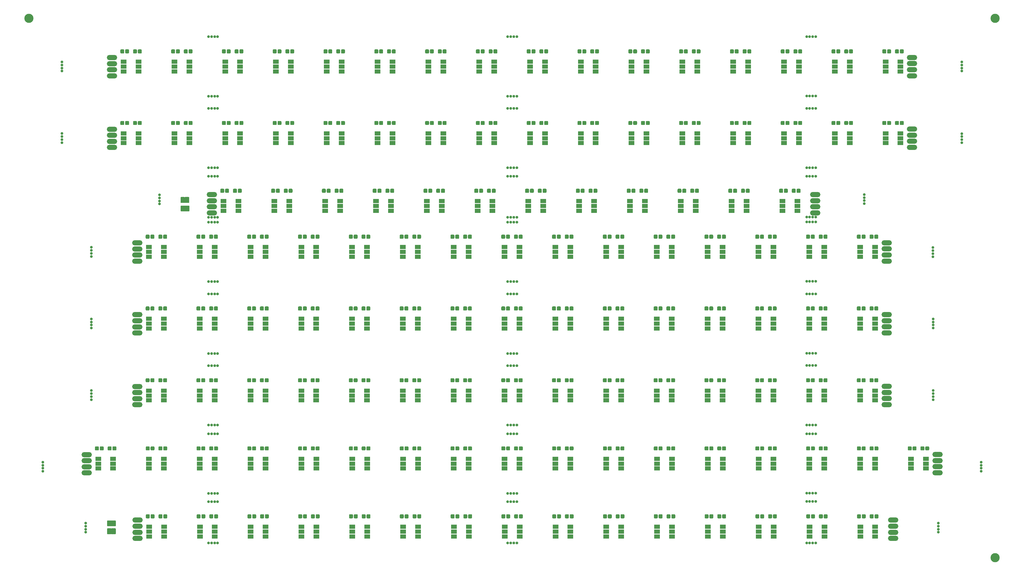
<source format=gbr>
G04 #@! TF.GenerationSoftware,KiCad,Pcbnew,(5.1.0-0)*
G04 #@! TF.CreationDate,2019-05-14T21:28:48-07:00*
G04 #@! TF.ProjectId,InsidePanel,496e7369-6465-4506-916e-656c2e6b6963,rev?*
G04 #@! TF.SameCoordinates,Original*
G04 #@! TF.FileFunction,Soldermask,Top*
G04 #@! TF.FilePolarity,Negative*
%FSLAX46Y46*%
G04 Gerber Fmt 4.6, Leading zero omitted, Abs format (unit mm)*
G04 Created by KiCad (PCBNEW (5.1.0-0)) date 2019-05-14 21:28:48*
%MOMM*%
%LPD*%
G04 APERTURE LIST*
%ADD10C,0.050000*%
%ADD11C,1.275000*%
%ADD12R,1.900000X1.400000*%
%ADD13C,0.300000*%
%ADD14O,3.400000X1.650000*%
%ADD15C,3.000000*%
%ADD16C,0.900000*%
G04 APERTURE END LIST*
D10*
G36*
X231421123Y-115892022D02*
G01*
X231452065Y-115896612D01*
X231482408Y-115904212D01*
X231511860Y-115914750D01*
X231540138Y-115928125D01*
X231566968Y-115944206D01*
X231592093Y-115962840D01*
X231615270Y-115983847D01*
X231636277Y-116007024D01*
X231654911Y-116032149D01*
X231670992Y-116058979D01*
X231684367Y-116087257D01*
X231694905Y-116116709D01*
X231702505Y-116147052D01*
X231707095Y-116177994D01*
X231708630Y-116209237D01*
X231708630Y-116921737D01*
X231707095Y-116952980D01*
X231702505Y-116983922D01*
X231694905Y-117014265D01*
X231684367Y-117043717D01*
X231670992Y-117071995D01*
X231654911Y-117098825D01*
X231636277Y-117123950D01*
X231615270Y-117147127D01*
X231592093Y-117168134D01*
X231566968Y-117186768D01*
X231540138Y-117202849D01*
X231511860Y-117216224D01*
X231482408Y-117226762D01*
X231452065Y-117234362D01*
X231421123Y-117238952D01*
X231389880Y-117240487D01*
X230752380Y-117240487D01*
X230721137Y-117238952D01*
X230690195Y-117234362D01*
X230659852Y-117226762D01*
X230630400Y-117216224D01*
X230602122Y-117202849D01*
X230575292Y-117186768D01*
X230550167Y-117168134D01*
X230526990Y-117147127D01*
X230505983Y-117123950D01*
X230487349Y-117098825D01*
X230471268Y-117071995D01*
X230457893Y-117043717D01*
X230447355Y-117014265D01*
X230439755Y-116983922D01*
X230435165Y-116952980D01*
X230433630Y-116921737D01*
X230433630Y-116209237D01*
X230435165Y-116177994D01*
X230439755Y-116147052D01*
X230447355Y-116116709D01*
X230457893Y-116087257D01*
X230471268Y-116058979D01*
X230487349Y-116032149D01*
X230505983Y-116007024D01*
X230526990Y-115983847D01*
X230550167Y-115962840D01*
X230575292Y-115944206D01*
X230602122Y-115928125D01*
X230630400Y-115914750D01*
X230659852Y-115904212D01*
X230690195Y-115896612D01*
X230721137Y-115892022D01*
X230752380Y-115890487D01*
X231389880Y-115890487D01*
X231421123Y-115892022D01*
X231421123Y-115892022D01*
G37*
D11*
X231071130Y-116565487D03*
D10*
G36*
X229846123Y-115892022D02*
G01*
X229877065Y-115896612D01*
X229907408Y-115904212D01*
X229936860Y-115914750D01*
X229965138Y-115928125D01*
X229991968Y-115944206D01*
X230017093Y-115962840D01*
X230040270Y-115983847D01*
X230061277Y-116007024D01*
X230079911Y-116032149D01*
X230095992Y-116058979D01*
X230109367Y-116087257D01*
X230119905Y-116116709D01*
X230127505Y-116147052D01*
X230132095Y-116177994D01*
X230133630Y-116209237D01*
X230133630Y-116921737D01*
X230132095Y-116952980D01*
X230127505Y-116983922D01*
X230119905Y-117014265D01*
X230109367Y-117043717D01*
X230095992Y-117071995D01*
X230079911Y-117098825D01*
X230061277Y-117123950D01*
X230040270Y-117147127D01*
X230017093Y-117168134D01*
X229991968Y-117186768D01*
X229965138Y-117202849D01*
X229936860Y-117216224D01*
X229907408Y-117226762D01*
X229877065Y-117234362D01*
X229846123Y-117238952D01*
X229814880Y-117240487D01*
X229177380Y-117240487D01*
X229146137Y-117238952D01*
X229115195Y-117234362D01*
X229084852Y-117226762D01*
X229055400Y-117216224D01*
X229027122Y-117202849D01*
X229000292Y-117186768D01*
X228975167Y-117168134D01*
X228951990Y-117147127D01*
X228930983Y-117123950D01*
X228912349Y-117098825D01*
X228896268Y-117071995D01*
X228882893Y-117043717D01*
X228872355Y-117014265D01*
X228864755Y-116983922D01*
X228860165Y-116952980D01*
X228858630Y-116921737D01*
X228858630Y-116209237D01*
X228860165Y-116177994D01*
X228864755Y-116147052D01*
X228872355Y-116116709D01*
X228882893Y-116087257D01*
X228896268Y-116058979D01*
X228912349Y-116032149D01*
X228930983Y-116007024D01*
X228951990Y-115983847D01*
X228975167Y-115962840D01*
X229000292Y-115944206D01*
X229027122Y-115928125D01*
X229055400Y-115914750D01*
X229084852Y-115904212D01*
X229115195Y-115896612D01*
X229146137Y-115892022D01*
X229177380Y-115890487D01*
X229814880Y-115890487D01*
X229846123Y-115892022D01*
X229846123Y-115892022D01*
G37*
D11*
X229496130Y-116565487D03*
D10*
G36*
X214754463Y-115892022D02*
G01*
X214785405Y-115896612D01*
X214815748Y-115904212D01*
X214845200Y-115914750D01*
X214873478Y-115928125D01*
X214900308Y-115944206D01*
X214925433Y-115962840D01*
X214948610Y-115983847D01*
X214969617Y-116007024D01*
X214988251Y-116032149D01*
X215004332Y-116058979D01*
X215017707Y-116087257D01*
X215028245Y-116116709D01*
X215035845Y-116147052D01*
X215040435Y-116177994D01*
X215041970Y-116209237D01*
X215041970Y-116921737D01*
X215040435Y-116952980D01*
X215035845Y-116983922D01*
X215028245Y-117014265D01*
X215017707Y-117043717D01*
X215004332Y-117071995D01*
X214988251Y-117098825D01*
X214969617Y-117123950D01*
X214948610Y-117147127D01*
X214925433Y-117168134D01*
X214900308Y-117186768D01*
X214873478Y-117202849D01*
X214845200Y-117216224D01*
X214815748Y-117226762D01*
X214785405Y-117234362D01*
X214754463Y-117238952D01*
X214723220Y-117240487D01*
X214085720Y-117240487D01*
X214054477Y-117238952D01*
X214023535Y-117234362D01*
X213993192Y-117226762D01*
X213963740Y-117216224D01*
X213935462Y-117202849D01*
X213908632Y-117186768D01*
X213883507Y-117168134D01*
X213860330Y-117147127D01*
X213839323Y-117123950D01*
X213820689Y-117098825D01*
X213804608Y-117071995D01*
X213791233Y-117043717D01*
X213780695Y-117014265D01*
X213773095Y-116983922D01*
X213768505Y-116952980D01*
X213766970Y-116921737D01*
X213766970Y-116209237D01*
X213768505Y-116177994D01*
X213773095Y-116147052D01*
X213780695Y-116116709D01*
X213791233Y-116087257D01*
X213804608Y-116058979D01*
X213820689Y-116032149D01*
X213839323Y-116007024D01*
X213860330Y-115983847D01*
X213883507Y-115962840D01*
X213908632Y-115944206D01*
X213935462Y-115928125D01*
X213963740Y-115914750D01*
X213993192Y-115904212D01*
X214023535Y-115896612D01*
X214054477Y-115892022D01*
X214085720Y-115890487D01*
X214723220Y-115890487D01*
X214754463Y-115892022D01*
X214754463Y-115892022D01*
G37*
D11*
X214404470Y-116565487D03*
D10*
G36*
X213179463Y-115892022D02*
G01*
X213210405Y-115896612D01*
X213240748Y-115904212D01*
X213270200Y-115914750D01*
X213298478Y-115928125D01*
X213325308Y-115944206D01*
X213350433Y-115962840D01*
X213373610Y-115983847D01*
X213394617Y-116007024D01*
X213413251Y-116032149D01*
X213429332Y-116058979D01*
X213442707Y-116087257D01*
X213453245Y-116116709D01*
X213460845Y-116147052D01*
X213465435Y-116177994D01*
X213466970Y-116209237D01*
X213466970Y-116921737D01*
X213465435Y-116952980D01*
X213460845Y-116983922D01*
X213453245Y-117014265D01*
X213442707Y-117043717D01*
X213429332Y-117071995D01*
X213413251Y-117098825D01*
X213394617Y-117123950D01*
X213373610Y-117147127D01*
X213350433Y-117168134D01*
X213325308Y-117186768D01*
X213298478Y-117202849D01*
X213270200Y-117216224D01*
X213240748Y-117226762D01*
X213210405Y-117234362D01*
X213179463Y-117238952D01*
X213148220Y-117240487D01*
X212510720Y-117240487D01*
X212479477Y-117238952D01*
X212448535Y-117234362D01*
X212418192Y-117226762D01*
X212388740Y-117216224D01*
X212360462Y-117202849D01*
X212333632Y-117186768D01*
X212308507Y-117168134D01*
X212285330Y-117147127D01*
X212264323Y-117123950D01*
X212245689Y-117098825D01*
X212229608Y-117071995D01*
X212216233Y-117043717D01*
X212205695Y-117014265D01*
X212198095Y-116983922D01*
X212193505Y-116952980D01*
X212191970Y-116921737D01*
X212191970Y-116209237D01*
X212193505Y-116177994D01*
X212198095Y-116147052D01*
X212205695Y-116116709D01*
X212216233Y-116087257D01*
X212229608Y-116058979D01*
X212245689Y-116032149D01*
X212264323Y-116007024D01*
X212285330Y-115983847D01*
X212308507Y-115962840D01*
X212333632Y-115944206D01*
X212360462Y-115928125D01*
X212388740Y-115914750D01*
X212418192Y-115904212D01*
X212448535Y-115896612D01*
X212479477Y-115892022D01*
X212510720Y-115890487D01*
X213148220Y-115890487D01*
X213179463Y-115892022D01*
X213179463Y-115892022D01*
G37*
D11*
X212829470Y-116565487D03*
D12*
X197316977Y-123165487D03*
X197316977Y-121565487D03*
X197316977Y-119965487D03*
X192416977Y-123165487D03*
X192416977Y-121565487D03*
X192416977Y-119965487D03*
X180650317Y-123165487D03*
X180650317Y-121565487D03*
X180650317Y-119965487D03*
X175750317Y-123165487D03*
X175750317Y-121565487D03*
X175750317Y-119965487D03*
D10*
G36*
X164754483Y-115892022D02*
G01*
X164785425Y-115896612D01*
X164815768Y-115904212D01*
X164845220Y-115914750D01*
X164873498Y-115928125D01*
X164900328Y-115944206D01*
X164925453Y-115962840D01*
X164948630Y-115983847D01*
X164969637Y-116007024D01*
X164988271Y-116032149D01*
X165004352Y-116058979D01*
X165017727Y-116087257D01*
X165028265Y-116116709D01*
X165035865Y-116147052D01*
X165040455Y-116177994D01*
X165041990Y-116209237D01*
X165041990Y-116921737D01*
X165040455Y-116952980D01*
X165035865Y-116983922D01*
X165028265Y-117014265D01*
X165017727Y-117043717D01*
X165004352Y-117071995D01*
X164988271Y-117098825D01*
X164969637Y-117123950D01*
X164948630Y-117147127D01*
X164925453Y-117168134D01*
X164900328Y-117186768D01*
X164873498Y-117202849D01*
X164845220Y-117216224D01*
X164815768Y-117226762D01*
X164785425Y-117234362D01*
X164754483Y-117238952D01*
X164723240Y-117240487D01*
X164085740Y-117240487D01*
X164054497Y-117238952D01*
X164023555Y-117234362D01*
X163993212Y-117226762D01*
X163963760Y-117216224D01*
X163935482Y-117202849D01*
X163908652Y-117186768D01*
X163883527Y-117168134D01*
X163860350Y-117147127D01*
X163839343Y-117123950D01*
X163820709Y-117098825D01*
X163804628Y-117071995D01*
X163791253Y-117043717D01*
X163780715Y-117014265D01*
X163773115Y-116983922D01*
X163768525Y-116952980D01*
X163766990Y-116921737D01*
X163766990Y-116209237D01*
X163768525Y-116177994D01*
X163773115Y-116147052D01*
X163780715Y-116116709D01*
X163791253Y-116087257D01*
X163804628Y-116058979D01*
X163820709Y-116032149D01*
X163839343Y-116007024D01*
X163860350Y-115983847D01*
X163883527Y-115962840D01*
X163908652Y-115944206D01*
X163935482Y-115928125D01*
X163963760Y-115914750D01*
X163993212Y-115904212D01*
X164023555Y-115896612D01*
X164054497Y-115892022D01*
X164085740Y-115890487D01*
X164723240Y-115890487D01*
X164754483Y-115892022D01*
X164754483Y-115892022D01*
G37*
D11*
X164404490Y-116565487D03*
D10*
G36*
X163179483Y-115892022D02*
G01*
X163210425Y-115896612D01*
X163240768Y-115904212D01*
X163270220Y-115914750D01*
X163298498Y-115928125D01*
X163325328Y-115944206D01*
X163350453Y-115962840D01*
X163373630Y-115983847D01*
X163394637Y-116007024D01*
X163413271Y-116032149D01*
X163429352Y-116058979D01*
X163442727Y-116087257D01*
X163453265Y-116116709D01*
X163460865Y-116147052D01*
X163465455Y-116177994D01*
X163466990Y-116209237D01*
X163466990Y-116921737D01*
X163465455Y-116952980D01*
X163460865Y-116983922D01*
X163453265Y-117014265D01*
X163442727Y-117043717D01*
X163429352Y-117071995D01*
X163413271Y-117098825D01*
X163394637Y-117123950D01*
X163373630Y-117147127D01*
X163350453Y-117168134D01*
X163325328Y-117186768D01*
X163298498Y-117202849D01*
X163270220Y-117216224D01*
X163240768Y-117226762D01*
X163210425Y-117234362D01*
X163179483Y-117238952D01*
X163148240Y-117240487D01*
X162510740Y-117240487D01*
X162479497Y-117238952D01*
X162448555Y-117234362D01*
X162418212Y-117226762D01*
X162388760Y-117216224D01*
X162360482Y-117202849D01*
X162333652Y-117186768D01*
X162308527Y-117168134D01*
X162285350Y-117147127D01*
X162264343Y-117123950D01*
X162245709Y-117098825D01*
X162229628Y-117071995D01*
X162216253Y-117043717D01*
X162205715Y-117014265D01*
X162198115Y-116983922D01*
X162193525Y-116952980D01*
X162191990Y-116921737D01*
X162191990Y-116209237D01*
X162193525Y-116177994D01*
X162198115Y-116147052D01*
X162205715Y-116116709D01*
X162216253Y-116087257D01*
X162229628Y-116058979D01*
X162245709Y-116032149D01*
X162264343Y-116007024D01*
X162285350Y-115983847D01*
X162308527Y-115962840D01*
X162333652Y-115944206D01*
X162360482Y-115928125D01*
X162388760Y-115914750D01*
X162418212Y-115904212D01*
X162448555Y-115896612D01*
X162479497Y-115892022D01*
X162510740Y-115890487D01*
X163148240Y-115890487D01*
X163179483Y-115892022D01*
X163179483Y-115892022D01*
G37*
D11*
X162829490Y-116565487D03*
D10*
G36*
X181421143Y-115892022D02*
G01*
X181452085Y-115896612D01*
X181482428Y-115904212D01*
X181511880Y-115914750D01*
X181540158Y-115928125D01*
X181566988Y-115944206D01*
X181592113Y-115962840D01*
X181615290Y-115983847D01*
X181636297Y-116007024D01*
X181654931Y-116032149D01*
X181671012Y-116058979D01*
X181684387Y-116087257D01*
X181694925Y-116116709D01*
X181702525Y-116147052D01*
X181707115Y-116177994D01*
X181708650Y-116209237D01*
X181708650Y-116921737D01*
X181707115Y-116952980D01*
X181702525Y-116983922D01*
X181694925Y-117014265D01*
X181684387Y-117043717D01*
X181671012Y-117071995D01*
X181654931Y-117098825D01*
X181636297Y-117123950D01*
X181615290Y-117147127D01*
X181592113Y-117168134D01*
X181566988Y-117186768D01*
X181540158Y-117202849D01*
X181511880Y-117216224D01*
X181482428Y-117226762D01*
X181452085Y-117234362D01*
X181421143Y-117238952D01*
X181389900Y-117240487D01*
X180752400Y-117240487D01*
X180721157Y-117238952D01*
X180690215Y-117234362D01*
X180659872Y-117226762D01*
X180630420Y-117216224D01*
X180602142Y-117202849D01*
X180575312Y-117186768D01*
X180550187Y-117168134D01*
X180527010Y-117147127D01*
X180506003Y-117123950D01*
X180487369Y-117098825D01*
X180471288Y-117071995D01*
X180457913Y-117043717D01*
X180447375Y-117014265D01*
X180439775Y-116983922D01*
X180435185Y-116952980D01*
X180433650Y-116921737D01*
X180433650Y-116209237D01*
X180435185Y-116177994D01*
X180439775Y-116147052D01*
X180447375Y-116116709D01*
X180457913Y-116087257D01*
X180471288Y-116058979D01*
X180487369Y-116032149D01*
X180506003Y-116007024D01*
X180527010Y-115983847D01*
X180550187Y-115962840D01*
X180575312Y-115944206D01*
X180602142Y-115928125D01*
X180630420Y-115914750D01*
X180659872Y-115904212D01*
X180690215Y-115896612D01*
X180721157Y-115892022D01*
X180752400Y-115890487D01*
X181389900Y-115890487D01*
X181421143Y-115892022D01*
X181421143Y-115892022D01*
G37*
D11*
X181071150Y-116565487D03*
D10*
G36*
X179846143Y-115892022D02*
G01*
X179877085Y-115896612D01*
X179907428Y-115904212D01*
X179936880Y-115914750D01*
X179965158Y-115928125D01*
X179991988Y-115944206D01*
X180017113Y-115962840D01*
X180040290Y-115983847D01*
X180061297Y-116007024D01*
X180079931Y-116032149D01*
X180096012Y-116058979D01*
X180109387Y-116087257D01*
X180119925Y-116116709D01*
X180127525Y-116147052D01*
X180132115Y-116177994D01*
X180133650Y-116209237D01*
X180133650Y-116921737D01*
X180132115Y-116952980D01*
X180127525Y-116983922D01*
X180119925Y-117014265D01*
X180109387Y-117043717D01*
X180096012Y-117071995D01*
X180079931Y-117098825D01*
X180061297Y-117123950D01*
X180040290Y-117147127D01*
X180017113Y-117168134D01*
X179991988Y-117186768D01*
X179965158Y-117202849D01*
X179936880Y-117216224D01*
X179907428Y-117226762D01*
X179877085Y-117234362D01*
X179846143Y-117238952D01*
X179814900Y-117240487D01*
X179177400Y-117240487D01*
X179146157Y-117238952D01*
X179115215Y-117234362D01*
X179084872Y-117226762D01*
X179055420Y-117216224D01*
X179027142Y-117202849D01*
X179000312Y-117186768D01*
X178975187Y-117168134D01*
X178952010Y-117147127D01*
X178931003Y-117123950D01*
X178912369Y-117098825D01*
X178896288Y-117071995D01*
X178882913Y-117043717D01*
X178872375Y-117014265D01*
X178864775Y-116983922D01*
X178860185Y-116952980D01*
X178858650Y-116921737D01*
X178858650Y-116209237D01*
X178860185Y-116177994D01*
X178864775Y-116147052D01*
X178872375Y-116116709D01*
X178882913Y-116087257D01*
X178896288Y-116058979D01*
X178912369Y-116032149D01*
X178931003Y-116007024D01*
X178952010Y-115983847D01*
X178975187Y-115962840D01*
X179000312Y-115944206D01*
X179027142Y-115928125D01*
X179055420Y-115914750D01*
X179084872Y-115904212D01*
X179115215Y-115896612D01*
X179146157Y-115892022D01*
X179177400Y-115890487D01*
X179814900Y-115890487D01*
X179846143Y-115892022D01*
X179846143Y-115892022D01*
G37*
D11*
X179496150Y-116565487D03*
D10*
G36*
X198087803Y-115892022D02*
G01*
X198118745Y-115896612D01*
X198149088Y-115904212D01*
X198178540Y-115914750D01*
X198206818Y-115928125D01*
X198233648Y-115944206D01*
X198258773Y-115962840D01*
X198281950Y-115983847D01*
X198302957Y-116007024D01*
X198321591Y-116032149D01*
X198337672Y-116058979D01*
X198351047Y-116087257D01*
X198361585Y-116116709D01*
X198369185Y-116147052D01*
X198373775Y-116177994D01*
X198375310Y-116209237D01*
X198375310Y-116921737D01*
X198373775Y-116952980D01*
X198369185Y-116983922D01*
X198361585Y-117014265D01*
X198351047Y-117043717D01*
X198337672Y-117071995D01*
X198321591Y-117098825D01*
X198302957Y-117123950D01*
X198281950Y-117147127D01*
X198258773Y-117168134D01*
X198233648Y-117186768D01*
X198206818Y-117202849D01*
X198178540Y-117216224D01*
X198149088Y-117226762D01*
X198118745Y-117234362D01*
X198087803Y-117238952D01*
X198056560Y-117240487D01*
X197419060Y-117240487D01*
X197387817Y-117238952D01*
X197356875Y-117234362D01*
X197326532Y-117226762D01*
X197297080Y-117216224D01*
X197268802Y-117202849D01*
X197241972Y-117186768D01*
X197216847Y-117168134D01*
X197193670Y-117147127D01*
X197172663Y-117123950D01*
X197154029Y-117098825D01*
X197137948Y-117071995D01*
X197124573Y-117043717D01*
X197114035Y-117014265D01*
X197106435Y-116983922D01*
X197101845Y-116952980D01*
X197100310Y-116921737D01*
X197100310Y-116209237D01*
X197101845Y-116177994D01*
X197106435Y-116147052D01*
X197114035Y-116116709D01*
X197124573Y-116087257D01*
X197137948Y-116058979D01*
X197154029Y-116032149D01*
X197172663Y-116007024D01*
X197193670Y-115983847D01*
X197216847Y-115962840D01*
X197241972Y-115944206D01*
X197268802Y-115928125D01*
X197297080Y-115914750D01*
X197326532Y-115904212D01*
X197356875Y-115896612D01*
X197387817Y-115892022D01*
X197419060Y-115890487D01*
X198056560Y-115890487D01*
X198087803Y-115892022D01*
X198087803Y-115892022D01*
G37*
D11*
X197737810Y-116565487D03*
D10*
G36*
X196512803Y-115892022D02*
G01*
X196543745Y-115896612D01*
X196574088Y-115904212D01*
X196603540Y-115914750D01*
X196631818Y-115928125D01*
X196658648Y-115944206D01*
X196683773Y-115962840D01*
X196706950Y-115983847D01*
X196727957Y-116007024D01*
X196746591Y-116032149D01*
X196762672Y-116058979D01*
X196776047Y-116087257D01*
X196786585Y-116116709D01*
X196794185Y-116147052D01*
X196798775Y-116177994D01*
X196800310Y-116209237D01*
X196800310Y-116921737D01*
X196798775Y-116952980D01*
X196794185Y-116983922D01*
X196786585Y-117014265D01*
X196776047Y-117043717D01*
X196762672Y-117071995D01*
X196746591Y-117098825D01*
X196727957Y-117123950D01*
X196706950Y-117147127D01*
X196683773Y-117168134D01*
X196658648Y-117186768D01*
X196631818Y-117202849D01*
X196603540Y-117216224D01*
X196574088Y-117226762D01*
X196543745Y-117234362D01*
X196512803Y-117238952D01*
X196481560Y-117240487D01*
X195844060Y-117240487D01*
X195812817Y-117238952D01*
X195781875Y-117234362D01*
X195751532Y-117226762D01*
X195722080Y-117216224D01*
X195693802Y-117202849D01*
X195666972Y-117186768D01*
X195641847Y-117168134D01*
X195618670Y-117147127D01*
X195597663Y-117123950D01*
X195579029Y-117098825D01*
X195562948Y-117071995D01*
X195549573Y-117043717D01*
X195539035Y-117014265D01*
X195531435Y-116983922D01*
X195526845Y-116952980D01*
X195525310Y-116921737D01*
X195525310Y-116209237D01*
X195526845Y-116177994D01*
X195531435Y-116147052D01*
X195539035Y-116116709D01*
X195549573Y-116087257D01*
X195562948Y-116058979D01*
X195579029Y-116032149D01*
X195597663Y-116007024D01*
X195618670Y-115983847D01*
X195641847Y-115962840D01*
X195666972Y-115944206D01*
X195693802Y-115928125D01*
X195722080Y-115914750D01*
X195751532Y-115904212D01*
X195781875Y-115896612D01*
X195812817Y-115892022D01*
X195844060Y-115890487D01*
X196481560Y-115890487D01*
X196512803Y-115892022D01*
X196512803Y-115892022D01*
G37*
D11*
X196162810Y-116565487D03*
D10*
G36*
X148087823Y-115892022D02*
G01*
X148118765Y-115896612D01*
X148149108Y-115904212D01*
X148178560Y-115914750D01*
X148206838Y-115928125D01*
X148233668Y-115944206D01*
X148258793Y-115962840D01*
X148281970Y-115983847D01*
X148302977Y-116007024D01*
X148321611Y-116032149D01*
X148337692Y-116058979D01*
X148351067Y-116087257D01*
X148361605Y-116116709D01*
X148369205Y-116147052D01*
X148373795Y-116177994D01*
X148375330Y-116209237D01*
X148375330Y-116921737D01*
X148373795Y-116952980D01*
X148369205Y-116983922D01*
X148361605Y-117014265D01*
X148351067Y-117043717D01*
X148337692Y-117071995D01*
X148321611Y-117098825D01*
X148302977Y-117123950D01*
X148281970Y-117147127D01*
X148258793Y-117168134D01*
X148233668Y-117186768D01*
X148206838Y-117202849D01*
X148178560Y-117216224D01*
X148149108Y-117226762D01*
X148118765Y-117234362D01*
X148087823Y-117238952D01*
X148056580Y-117240487D01*
X147419080Y-117240487D01*
X147387837Y-117238952D01*
X147356895Y-117234362D01*
X147326552Y-117226762D01*
X147297100Y-117216224D01*
X147268822Y-117202849D01*
X147241992Y-117186768D01*
X147216867Y-117168134D01*
X147193690Y-117147127D01*
X147172683Y-117123950D01*
X147154049Y-117098825D01*
X147137968Y-117071995D01*
X147124593Y-117043717D01*
X147114055Y-117014265D01*
X147106455Y-116983922D01*
X147101865Y-116952980D01*
X147100330Y-116921737D01*
X147100330Y-116209237D01*
X147101865Y-116177994D01*
X147106455Y-116147052D01*
X147114055Y-116116709D01*
X147124593Y-116087257D01*
X147137968Y-116058979D01*
X147154049Y-116032149D01*
X147172683Y-116007024D01*
X147193690Y-115983847D01*
X147216867Y-115962840D01*
X147241992Y-115944206D01*
X147268822Y-115928125D01*
X147297100Y-115914750D01*
X147326552Y-115904212D01*
X147356895Y-115896612D01*
X147387837Y-115892022D01*
X147419080Y-115890487D01*
X148056580Y-115890487D01*
X148087823Y-115892022D01*
X148087823Y-115892022D01*
G37*
D11*
X147737830Y-116565487D03*
D10*
G36*
X146512823Y-115892022D02*
G01*
X146543765Y-115896612D01*
X146574108Y-115904212D01*
X146603560Y-115914750D01*
X146631838Y-115928125D01*
X146658668Y-115944206D01*
X146683793Y-115962840D01*
X146706970Y-115983847D01*
X146727977Y-116007024D01*
X146746611Y-116032149D01*
X146762692Y-116058979D01*
X146776067Y-116087257D01*
X146786605Y-116116709D01*
X146794205Y-116147052D01*
X146798795Y-116177994D01*
X146800330Y-116209237D01*
X146800330Y-116921737D01*
X146798795Y-116952980D01*
X146794205Y-116983922D01*
X146786605Y-117014265D01*
X146776067Y-117043717D01*
X146762692Y-117071995D01*
X146746611Y-117098825D01*
X146727977Y-117123950D01*
X146706970Y-117147127D01*
X146683793Y-117168134D01*
X146658668Y-117186768D01*
X146631838Y-117202849D01*
X146603560Y-117216224D01*
X146574108Y-117226762D01*
X146543765Y-117234362D01*
X146512823Y-117238952D01*
X146481580Y-117240487D01*
X145844080Y-117240487D01*
X145812837Y-117238952D01*
X145781895Y-117234362D01*
X145751552Y-117226762D01*
X145722100Y-117216224D01*
X145693822Y-117202849D01*
X145666992Y-117186768D01*
X145641867Y-117168134D01*
X145618690Y-117147127D01*
X145597683Y-117123950D01*
X145579049Y-117098825D01*
X145562968Y-117071995D01*
X145549593Y-117043717D01*
X145539055Y-117014265D01*
X145531455Y-116983922D01*
X145526865Y-116952980D01*
X145525330Y-116921737D01*
X145525330Y-116209237D01*
X145526865Y-116177994D01*
X145531455Y-116147052D01*
X145539055Y-116116709D01*
X145549593Y-116087257D01*
X145562968Y-116058979D01*
X145579049Y-116032149D01*
X145597683Y-116007024D01*
X145618690Y-115983847D01*
X145641867Y-115962840D01*
X145666992Y-115944206D01*
X145693822Y-115928125D01*
X145722100Y-115914750D01*
X145751552Y-115904212D01*
X145781895Y-115896612D01*
X145812837Y-115892022D01*
X145844080Y-115890487D01*
X146481580Y-115890487D01*
X146512823Y-115892022D01*
X146512823Y-115892022D01*
G37*
D11*
X146162830Y-116565487D03*
D10*
G36*
X248087783Y-115892022D02*
G01*
X248118725Y-115896612D01*
X248149068Y-115904212D01*
X248178520Y-115914750D01*
X248206798Y-115928125D01*
X248233628Y-115944206D01*
X248258753Y-115962840D01*
X248281930Y-115983847D01*
X248302937Y-116007024D01*
X248321571Y-116032149D01*
X248337652Y-116058979D01*
X248351027Y-116087257D01*
X248361565Y-116116709D01*
X248369165Y-116147052D01*
X248373755Y-116177994D01*
X248375290Y-116209237D01*
X248375290Y-116921737D01*
X248373755Y-116952980D01*
X248369165Y-116983922D01*
X248361565Y-117014265D01*
X248351027Y-117043717D01*
X248337652Y-117071995D01*
X248321571Y-117098825D01*
X248302937Y-117123950D01*
X248281930Y-117147127D01*
X248258753Y-117168134D01*
X248233628Y-117186768D01*
X248206798Y-117202849D01*
X248178520Y-117216224D01*
X248149068Y-117226762D01*
X248118725Y-117234362D01*
X248087783Y-117238952D01*
X248056540Y-117240487D01*
X247419040Y-117240487D01*
X247387797Y-117238952D01*
X247356855Y-117234362D01*
X247326512Y-117226762D01*
X247297060Y-117216224D01*
X247268782Y-117202849D01*
X247241952Y-117186768D01*
X247216827Y-117168134D01*
X247193650Y-117147127D01*
X247172643Y-117123950D01*
X247154009Y-117098825D01*
X247137928Y-117071995D01*
X247124553Y-117043717D01*
X247114015Y-117014265D01*
X247106415Y-116983922D01*
X247101825Y-116952980D01*
X247100290Y-116921737D01*
X247100290Y-116209237D01*
X247101825Y-116177994D01*
X247106415Y-116147052D01*
X247114015Y-116116709D01*
X247124553Y-116087257D01*
X247137928Y-116058979D01*
X247154009Y-116032149D01*
X247172643Y-116007024D01*
X247193650Y-115983847D01*
X247216827Y-115962840D01*
X247241952Y-115944206D01*
X247268782Y-115928125D01*
X247297060Y-115914750D01*
X247326512Y-115904212D01*
X247356855Y-115896612D01*
X247387797Y-115892022D01*
X247419040Y-115890487D01*
X248056540Y-115890487D01*
X248087783Y-115892022D01*
X248087783Y-115892022D01*
G37*
D11*
X247737790Y-116565487D03*
D10*
G36*
X246512783Y-115892022D02*
G01*
X246543725Y-115896612D01*
X246574068Y-115904212D01*
X246603520Y-115914750D01*
X246631798Y-115928125D01*
X246658628Y-115944206D01*
X246683753Y-115962840D01*
X246706930Y-115983847D01*
X246727937Y-116007024D01*
X246746571Y-116032149D01*
X246762652Y-116058979D01*
X246776027Y-116087257D01*
X246786565Y-116116709D01*
X246794165Y-116147052D01*
X246798755Y-116177994D01*
X246800290Y-116209237D01*
X246800290Y-116921737D01*
X246798755Y-116952980D01*
X246794165Y-116983922D01*
X246786565Y-117014265D01*
X246776027Y-117043717D01*
X246762652Y-117071995D01*
X246746571Y-117098825D01*
X246727937Y-117123950D01*
X246706930Y-117147127D01*
X246683753Y-117168134D01*
X246658628Y-117186768D01*
X246631798Y-117202849D01*
X246603520Y-117216224D01*
X246574068Y-117226762D01*
X246543725Y-117234362D01*
X246512783Y-117238952D01*
X246481540Y-117240487D01*
X245844040Y-117240487D01*
X245812797Y-117238952D01*
X245781855Y-117234362D01*
X245751512Y-117226762D01*
X245722060Y-117216224D01*
X245693782Y-117202849D01*
X245666952Y-117186768D01*
X245641827Y-117168134D01*
X245618650Y-117147127D01*
X245597643Y-117123950D01*
X245579009Y-117098825D01*
X245562928Y-117071995D01*
X245549553Y-117043717D01*
X245539015Y-117014265D01*
X245531415Y-116983922D01*
X245526825Y-116952980D01*
X245525290Y-116921737D01*
X245525290Y-116209237D01*
X245526825Y-116177994D01*
X245531415Y-116147052D01*
X245539015Y-116116709D01*
X245549553Y-116087257D01*
X245562928Y-116058979D01*
X245579009Y-116032149D01*
X245597643Y-116007024D01*
X245618650Y-115983847D01*
X245641827Y-115962840D01*
X245666952Y-115944206D01*
X245693782Y-115928125D01*
X245722060Y-115914750D01*
X245751512Y-115904212D01*
X245781855Y-115896612D01*
X245812797Y-115892022D01*
X245844040Y-115890487D01*
X246481540Y-115890487D01*
X246512783Y-115892022D01*
X246512783Y-115892022D01*
G37*
D11*
X246162790Y-116565487D03*
D10*
G36*
X264754443Y-115892022D02*
G01*
X264785385Y-115896612D01*
X264815728Y-115904212D01*
X264845180Y-115914750D01*
X264873458Y-115928125D01*
X264900288Y-115944206D01*
X264925413Y-115962840D01*
X264948590Y-115983847D01*
X264969597Y-116007024D01*
X264988231Y-116032149D01*
X265004312Y-116058979D01*
X265017687Y-116087257D01*
X265028225Y-116116709D01*
X265035825Y-116147052D01*
X265040415Y-116177994D01*
X265041950Y-116209237D01*
X265041950Y-116921737D01*
X265040415Y-116952980D01*
X265035825Y-116983922D01*
X265028225Y-117014265D01*
X265017687Y-117043717D01*
X265004312Y-117071995D01*
X264988231Y-117098825D01*
X264969597Y-117123950D01*
X264948590Y-117147127D01*
X264925413Y-117168134D01*
X264900288Y-117186768D01*
X264873458Y-117202849D01*
X264845180Y-117216224D01*
X264815728Y-117226762D01*
X264785385Y-117234362D01*
X264754443Y-117238952D01*
X264723200Y-117240487D01*
X264085700Y-117240487D01*
X264054457Y-117238952D01*
X264023515Y-117234362D01*
X263993172Y-117226762D01*
X263963720Y-117216224D01*
X263935442Y-117202849D01*
X263908612Y-117186768D01*
X263883487Y-117168134D01*
X263860310Y-117147127D01*
X263839303Y-117123950D01*
X263820669Y-117098825D01*
X263804588Y-117071995D01*
X263791213Y-117043717D01*
X263780675Y-117014265D01*
X263773075Y-116983922D01*
X263768485Y-116952980D01*
X263766950Y-116921737D01*
X263766950Y-116209237D01*
X263768485Y-116177994D01*
X263773075Y-116147052D01*
X263780675Y-116116709D01*
X263791213Y-116087257D01*
X263804588Y-116058979D01*
X263820669Y-116032149D01*
X263839303Y-116007024D01*
X263860310Y-115983847D01*
X263883487Y-115962840D01*
X263908612Y-115944206D01*
X263935442Y-115928125D01*
X263963720Y-115914750D01*
X263993172Y-115904212D01*
X264023515Y-115896612D01*
X264054457Y-115892022D01*
X264085700Y-115890487D01*
X264723200Y-115890487D01*
X264754443Y-115892022D01*
X264754443Y-115892022D01*
G37*
D11*
X264404450Y-116565487D03*
D10*
G36*
X263179443Y-115892022D02*
G01*
X263210385Y-115896612D01*
X263240728Y-115904212D01*
X263270180Y-115914750D01*
X263298458Y-115928125D01*
X263325288Y-115944206D01*
X263350413Y-115962840D01*
X263373590Y-115983847D01*
X263394597Y-116007024D01*
X263413231Y-116032149D01*
X263429312Y-116058979D01*
X263442687Y-116087257D01*
X263453225Y-116116709D01*
X263460825Y-116147052D01*
X263465415Y-116177994D01*
X263466950Y-116209237D01*
X263466950Y-116921737D01*
X263465415Y-116952980D01*
X263460825Y-116983922D01*
X263453225Y-117014265D01*
X263442687Y-117043717D01*
X263429312Y-117071995D01*
X263413231Y-117098825D01*
X263394597Y-117123950D01*
X263373590Y-117147127D01*
X263350413Y-117168134D01*
X263325288Y-117186768D01*
X263298458Y-117202849D01*
X263270180Y-117216224D01*
X263240728Y-117226762D01*
X263210385Y-117234362D01*
X263179443Y-117238952D01*
X263148200Y-117240487D01*
X262510700Y-117240487D01*
X262479457Y-117238952D01*
X262448515Y-117234362D01*
X262418172Y-117226762D01*
X262388720Y-117216224D01*
X262360442Y-117202849D01*
X262333612Y-117186768D01*
X262308487Y-117168134D01*
X262285310Y-117147127D01*
X262264303Y-117123950D01*
X262245669Y-117098825D01*
X262229588Y-117071995D01*
X262216213Y-117043717D01*
X262205675Y-117014265D01*
X262198075Y-116983922D01*
X262193485Y-116952980D01*
X262191950Y-116921737D01*
X262191950Y-116209237D01*
X262193485Y-116177994D01*
X262198075Y-116147052D01*
X262205675Y-116116709D01*
X262216213Y-116087257D01*
X262229588Y-116058979D01*
X262245669Y-116032149D01*
X262264303Y-116007024D01*
X262285310Y-115983847D01*
X262308487Y-115962840D01*
X262333612Y-115944206D01*
X262360442Y-115928125D01*
X262388720Y-115914750D01*
X262418172Y-115904212D01*
X262448515Y-115896612D01*
X262479457Y-115892022D01*
X262510700Y-115890487D01*
X263148200Y-115890487D01*
X263179443Y-115892022D01*
X263179443Y-115892022D01*
G37*
D11*
X262829450Y-116565487D03*
D12*
X163983657Y-123165487D03*
X163983657Y-121565487D03*
X163983657Y-119965487D03*
X159083657Y-123165487D03*
X159083657Y-121565487D03*
X159083657Y-119965487D03*
X147316997Y-123165487D03*
X147316997Y-121565487D03*
X147316997Y-119965487D03*
X142416997Y-123165487D03*
X142416997Y-121565487D03*
X142416997Y-119965487D03*
D10*
G36*
X314754423Y-115892022D02*
G01*
X314785365Y-115896612D01*
X314815708Y-115904212D01*
X314845160Y-115914750D01*
X314873438Y-115928125D01*
X314900268Y-115944206D01*
X314925393Y-115962840D01*
X314948570Y-115983847D01*
X314969577Y-116007024D01*
X314988211Y-116032149D01*
X315004292Y-116058979D01*
X315017667Y-116087257D01*
X315028205Y-116116709D01*
X315035805Y-116147052D01*
X315040395Y-116177994D01*
X315041930Y-116209237D01*
X315041930Y-116921737D01*
X315040395Y-116952980D01*
X315035805Y-116983922D01*
X315028205Y-117014265D01*
X315017667Y-117043717D01*
X315004292Y-117071995D01*
X314988211Y-117098825D01*
X314969577Y-117123950D01*
X314948570Y-117147127D01*
X314925393Y-117168134D01*
X314900268Y-117186768D01*
X314873438Y-117202849D01*
X314845160Y-117216224D01*
X314815708Y-117226762D01*
X314785365Y-117234362D01*
X314754423Y-117238952D01*
X314723180Y-117240487D01*
X314085680Y-117240487D01*
X314054437Y-117238952D01*
X314023495Y-117234362D01*
X313993152Y-117226762D01*
X313963700Y-117216224D01*
X313935422Y-117202849D01*
X313908592Y-117186768D01*
X313883467Y-117168134D01*
X313860290Y-117147127D01*
X313839283Y-117123950D01*
X313820649Y-117098825D01*
X313804568Y-117071995D01*
X313791193Y-117043717D01*
X313780655Y-117014265D01*
X313773055Y-116983922D01*
X313768465Y-116952980D01*
X313766930Y-116921737D01*
X313766930Y-116209237D01*
X313768465Y-116177994D01*
X313773055Y-116147052D01*
X313780655Y-116116709D01*
X313791193Y-116087257D01*
X313804568Y-116058979D01*
X313820649Y-116032149D01*
X313839283Y-116007024D01*
X313860290Y-115983847D01*
X313883467Y-115962840D01*
X313908592Y-115944206D01*
X313935422Y-115928125D01*
X313963700Y-115914750D01*
X313993152Y-115904212D01*
X314023495Y-115896612D01*
X314054437Y-115892022D01*
X314085680Y-115890487D01*
X314723180Y-115890487D01*
X314754423Y-115892022D01*
X314754423Y-115892022D01*
G37*
D11*
X314404430Y-116565487D03*
D10*
G36*
X313179423Y-115892022D02*
G01*
X313210365Y-115896612D01*
X313240708Y-115904212D01*
X313270160Y-115914750D01*
X313298438Y-115928125D01*
X313325268Y-115944206D01*
X313350393Y-115962840D01*
X313373570Y-115983847D01*
X313394577Y-116007024D01*
X313413211Y-116032149D01*
X313429292Y-116058979D01*
X313442667Y-116087257D01*
X313453205Y-116116709D01*
X313460805Y-116147052D01*
X313465395Y-116177994D01*
X313466930Y-116209237D01*
X313466930Y-116921737D01*
X313465395Y-116952980D01*
X313460805Y-116983922D01*
X313453205Y-117014265D01*
X313442667Y-117043717D01*
X313429292Y-117071995D01*
X313413211Y-117098825D01*
X313394577Y-117123950D01*
X313373570Y-117147127D01*
X313350393Y-117168134D01*
X313325268Y-117186768D01*
X313298438Y-117202849D01*
X313270160Y-117216224D01*
X313240708Y-117226762D01*
X313210365Y-117234362D01*
X313179423Y-117238952D01*
X313148180Y-117240487D01*
X312510680Y-117240487D01*
X312479437Y-117238952D01*
X312448495Y-117234362D01*
X312418152Y-117226762D01*
X312388700Y-117216224D01*
X312360422Y-117202849D01*
X312333592Y-117186768D01*
X312308467Y-117168134D01*
X312285290Y-117147127D01*
X312264283Y-117123950D01*
X312245649Y-117098825D01*
X312229568Y-117071995D01*
X312216193Y-117043717D01*
X312205655Y-117014265D01*
X312198055Y-116983922D01*
X312193465Y-116952980D01*
X312191930Y-116921737D01*
X312191930Y-116209237D01*
X312193465Y-116177994D01*
X312198055Y-116147052D01*
X312205655Y-116116709D01*
X312216193Y-116087257D01*
X312229568Y-116058979D01*
X312245649Y-116032149D01*
X312264283Y-116007024D01*
X312285290Y-115983847D01*
X312308467Y-115962840D01*
X312333592Y-115944206D01*
X312360422Y-115928125D01*
X312388700Y-115914750D01*
X312418152Y-115904212D01*
X312448495Y-115896612D01*
X312479437Y-115892022D01*
X312510680Y-115890487D01*
X313148180Y-115890487D01*
X313179423Y-115892022D01*
X313179423Y-115892022D01*
G37*
D11*
X312829430Y-116565487D03*
D10*
G36*
X298087763Y-115892022D02*
G01*
X298118705Y-115896612D01*
X298149048Y-115904212D01*
X298178500Y-115914750D01*
X298206778Y-115928125D01*
X298233608Y-115944206D01*
X298258733Y-115962840D01*
X298281910Y-115983847D01*
X298302917Y-116007024D01*
X298321551Y-116032149D01*
X298337632Y-116058979D01*
X298351007Y-116087257D01*
X298361545Y-116116709D01*
X298369145Y-116147052D01*
X298373735Y-116177994D01*
X298375270Y-116209237D01*
X298375270Y-116921737D01*
X298373735Y-116952980D01*
X298369145Y-116983922D01*
X298361545Y-117014265D01*
X298351007Y-117043717D01*
X298337632Y-117071995D01*
X298321551Y-117098825D01*
X298302917Y-117123950D01*
X298281910Y-117147127D01*
X298258733Y-117168134D01*
X298233608Y-117186768D01*
X298206778Y-117202849D01*
X298178500Y-117216224D01*
X298149048Y-117226762D01*
X298118705Y-117234362D01*
X298087763Y-117238952D01*
X298056520Y-117240487D01*
X297419020Y-117240487D01*
X297387777Y-117238952D01*
X297356835Y-117234362D01*
X297326492Y-117226762D01*
X297297040Y-117216224D01*
X297268762Y-117202849D01*
X297241932Y-117186768D01*
X297216807Y-117168134D01*
X297193630Y-117147127D01*
X297172623Y-117123950D01*
X297153989Y-117098825D01*
X297137908Y-117071995D01*
X297124533Y-117043717D01*
X297113995Y-117014265D01*
X297106395Y-116983922D01*
X297101805Y-116952980D01*
X297100270Y-116921737D01*
X297100270Y-116209237D01*
X297101805Y-116177994D01*
X297106395Y-116147052D01*
X297113995Y-116116709D01*
X297124533Y-116087257D01*
X297137908Y-116058979D01*
X297153989Y-116032149D01*
X297172623Y-116007024D01*
X297193630Y-115983847D01*
X297216807Y-115962840D01*
X297241932Y-115944206D01*
X297268762Y-115928125D01*
X297297040Y-115914750D01*
X297326492Y-115904212D01*
X297356835Y-115896612D01*
X297387777Y-115892022D01*
X297419020Y-115890487D01*
X298056520Y-115890487D01*
X298087763Y-115892022D01*
X298087763Y-115892022D01*
G37*
D11*
X297737770Y-116565487D03*
D10*
G36*
X296512763Y-115892022D02*
G01*
X296543705Y-115896612D01*
X296574048Y-115904212D01*
X296603500Y-115914750D01*
X296631778Y-115928125D01*
X296658608Y-115944206D01*
X296683733Y-115962840D01*
X296706910Y-115983847D01*
X296727917Y-116007024D01*
X296746551Y-116032149D01*
X296762632Y-116058979D01*
X296776007Y-116087257D01*
X296786545Y-116116709D01*
X296794145Y-116147052D01*
X296798735Y-116177994D01*
X296800270Y-116209237D01*
X296800270Y-116921737D01*
X296798735Y-116952980D01*
X296794145Y-116983922D01*
X296786545Y-117014265D01*
X296776007Y-117043717D01*
X296762632Y-117071995D01*
X296746551Y-117098825D01*
X296727917Y-117123950D01*
X296706910Y-117147127D01*
X296683733Y-117168134D01*
X296658608Y-117186768D01*
X296631778Y-117202849D01*
X296603500Y-117216224D01*
X296574048Y-117226762D01*
X296543705Y-117234362D01*
X296512763Y-117238952D01*
X296481520Y-117240487D01*
X295844020Y-117240487D01*
X295812777Y-117238952D01*
X295781835Y-117234362D01*
X295751492Y-117226762D01*
X295722040Y-117216224D01*
X295693762Y-117202849D01*
X295666932Y-117186768D01*
X295641807Y-117168134D01*
X295618630Y-117147127D01*
X295597623Y-117123950D01*
X295578989Y-117098825D01*
X295562908Y-117071995D01*
X295549533Y-117043717D01*
X295538995Y-117014265D01*
X295531395Y-116983922D01*
X295526805Y-116952980D01*
X295525270Y-116921737D01*
X295525270Y-116209237D01*
X295526805Y-116177994D01*
X295531395Y-116147052D01*
X295538995Y-116116709D01*
X295549533Y-116087257D01*
X295562908Y-116058979D01*
X295578989Y-116032149D01*
X295597623Y-116007024D01*
X295618630Y-115983847D01*
X295641807Y-115962840D01*
X295666932Y-115944206D01*
X295693762Y-115928125D01*
X295722040Y-115914750D01*
X295751492Y-115904212D01*
X295781835Y-115896612D01*
X295812777Y-115892022D01*
X295844020Y-115890487D01*
X296481520Y-115890487D01*
X296512763Y-115892022D01*
X296512763Y-115892022D01*
G37*
D11*
X296162770Y-116565487D03*
D10*
G36*
X281421103Y-115892022D02*
G01*
X281452045Y-115896612D01*
X281482388Y-115904212D01*
X281511840Y-115914750D01*
X281540118Y-115928125D01*
X281566948Y-115944206D01*
X281592073Y-115962840D01*
X281615250Y-115983847D01*
X281636257Y-116007024D01*
X281654891Y-116032149D01*
X281670972Y-116058979D01*
X281684347Y-116087257D01*
X281694885Y-116116709D01*
X281702485Y-116147052D01*
X281707075Y-116177994D01*
X281708610Y-116209237D01*
X281708610Y-116921737D01*
X281707075Y-116952980D01*
X281702485Y-116983922D01*
X281694885Y-117014265D01*
X281684347Y-117043717D01*
X281670972Y-117071995D01*
X281654891Y-117098825D01*
X281636257Y-117123950D01*
X281615250Y-117147127D01*
X281592073Y-117168134D01*
X281566948Y-117186768D01*
X281540118Y-117202849D01*
X281511840Y-117216224D01*
X281482388Y-117226762D01*
X281452045Y-117234362D01*
X281421103Y-117238952D01*
X281389860Y-117240487D01*
X280752360Y-117240487D01*
X280721117Y-117238952D01*
X280690175Y-117234362D01*
X280659832Y-117226762D01*
X280630380Y-117216224D01*
X280602102Y-117202849D01*
X280575272Y-117186768D01*
X280550147Y-117168134D01*
X280526970Y-117147127D01*
X280505963Y-117123950D01*
X280487329Y-117098825D01*
X280471248Y-117071995D01*
X280457873Y-117043717D01*
X280447335Y-117014265D01*
X280439735Y-116983922D01*
X280435145Y-116952980D01*
X280433610Y-116921737D01*
X280433610Y-116209237D01*
X280435145Y-116177994D01*
X280439735Y-116147052D01*
X280447335Y-116116709D01*
X280457873Y-116087257D01*
X280471248Y-116058979D01*
X280487329Y-116032149D01*
X280505963Y-116007024D01*
X280526970Y-115983847D01*
X280550147Y-115962840D01*
X280575272Y-115944206D01*
X280602102Y-115928125D01*
X280630380Y-115914750D01*
X280659832Y-115904212D01*
X280690175Y-115896612D01*
X280721117Y-115892022D01*
X280752360Y-115890487D01*
X281389860Y-115890487D01*
X281421103Y-115892022D01*
X281421103Y-115892022D01*
G37*
D11*
X281071110Y-116565487D03*
D10*
G36*
X279846103Y-115892022D02*
G01*
X279877045Y-115896612D01*
X279907388Y-115904212D01*
X279936840Y-115914750D01*
X279965118Y-115928125D01*
X279991948Y-115944206D01*
X280017073Y-115962840D01*
X280040250Y-115983847D01*
X280061257Y-116007024D01*
X280079891Y-116032149D01*
X280095972Y-116058979D01*
X280109347Y-116087257D01*
X280119885Y-116116709D01*
X280127485Y-116147052D01*
X280132075Y-116177994D01*
X280133610Y-116209237D01*
X280133610Y-116921737D01*
X280132075Y-116952980D01*
X280127485Y-116983922D01*
X280119885Y-117014265D01*
X280109347Y-117043717D01*
X280095972Y-117071995D01*
X280079891Y-117098825D01*
X280061257Y-117123950D01*
X280040250Y-117147127D01*
X280017073Y-117168134D01*
X279991948Y-117186768D01*
X279965118Y-117202849D01*
X279936840Y-117216224D01*
X279907388Y-117226762D01*
X279877045Y-117234362D01*
X279846103Y-117238952D01*
X279814860Y-117240487D01*
X279177360Y-117240487D01*
X279146117Y-117238952D01*
X279115175Y-117234362D01*
X279084832Y-117226762D01*
X279055380Y-117216224D01*
X279027102Y-117202849D01*
X279000272Y-117186768D01*
X278975147Y-117168134D01*
X278951970Y-117147127D01*
X278930963Y-117123950D01*
X278912329Y-117098825D01*
X278896248Y-117071995D01*
X278882873Y-117043717D01*
X278872335Y-117014265D01*
X278864735Y-116983922D01*
X278860145Y-116952980D01*
X278858610Y-116921737D01*
X278858610Y-116209237D01*
X278860145Y-116177994D01*
X278864735Y-116147052D01*
X278872335Y-116116709D01*
X278882873Y-116087257D01*
X278896248Y-116058979D01*
X278912329Y-116032149D01*
X278930963Y-116007024D01*
X278951970Y-115983847D01*
X278975147Y-115962840D01*
X279000272Y-115944206D01*
X279027102Y-115928125D01*
X279055380Y-115914750D01*
X279084832Y-115904212D01*
X279115175Y-115896612D01*
X279146117Y-115892022D01*
X279177360Y-115890487D01*
X279814860Y-115890487D01*
X279846103Y-115892022D01*
X279846103Y-115892022D01*
G37*
D11*
X279496110Y-116565487D03*
D10*
G36*
X277254437Y-115892022D02*
G01*
X277285379Y-115896612D01*
X277315722Y-115904212D01*
X277345174Y-115914750D01*
X277373452Y-115928125D01*
X277400282Y-115944206D01*
X277425407Y-115962840D01*
X277448584Y-115983847D01*
X277469591Y-116007024D01*
X277488225Y-116032149D01*
X277504306Y-116058979D01*
X277517681Y-116087257D01*
X277528219Y-116116709D01*
X277535819Y-116147052D01*
X277540409Y-116177994D01*
X277541944Y-116209237D01*
X277541944Y-116921737D01*
X277540409Y-116952980D01*
X277535819Y-116983922D01*
X277528219Y-117014265D01*
X277517681Y-117043717D01*
X277504306Y-117071995D01*
X277488225Y-117098825D01*
X277469591Y-117123950D01*
X277448584Y-117147127D01*
X277425407Y-117168134D01*
X277400282Y-117186768D01*
X277373452Y-117202849D01*
X277345174Y-117216224D01*
X277315722Y-117226762D01*
X277285379Y-117234362D01*
X277254437Y-117238952D01*
X277223194Y-117240487D01*
X276585694Y-117240487D01*
X276554451Y-117238952D01*
X276523509Y-117234362D01*
X276493166Y-117226762D01*
X276463714Y-117216224D01*
X276435436Y-117202849D01*
X276408606Y-117186768D01*
X276383481Y-117168134D01*
X276360304Y-117147127D01*
X276339297Y-117123950D01*
X276320663Y-117098825D01*
X276304582Y-117071995D01*
X276291207Y-117043717D01*
X276280669Y-117014265D01*
X276273069Y-116983922D01*
X276268479Y-116952980D01*
X276266944Y-116921737D01*
X276266944Y-116209237D01*
X276268479Y-116177994D01*
X276273069Y-116147052D01*
X276280669Y-116116709D01*
X276291207Y-116087257D01*
X276304582Y-116058979D01*
X276320663Y-116032149D01*
X276339297Y-116007024D01*
X276360304Y-115983847D01*
X276383481Y-115962840D01*
X276408606Y-115944206D01*
X276435436Y-115928125D01*
X276463714Y-115914750D01*
X276493166Y-115904212D01*
X276523509Y-115896612D01*
X276554451Y-115892022D01*
X276585694Y-115890487D01*
X277223194Y-115890487D01*
X277254437Y-115892022D01*
X277254437Y-115892022D01*
G37*
D11*
X276904444Y-116565487D03*
D10*
G36*
X275679437Y-115892022D02*
G01*
X275710379Y-115896612D01*
X275740722Y-115904212D01*
X275770174Y-115914750D01*
X275798452Y-115928125D01*
X275825282Y-115944206D01*
X275850407Y-115962840D01*
X275873584Y-115983847D01*
X275894591Y-116007024D01*
X275913225Y-116032149D01*
X275929306Y-116058979D01*
X275942681Y-116087257D01*
X275953219Y-116116709D01*
X275960819Y-116147052D01*
X275965409Y-116177994D01*
X275966944Y-116209237D01*
X275966944Y-116921737D01*
X275965409Y-116952980D01*
X275960819Y-116983922D01*
X275953219Y-117014265D01*
X275942681Y-117043717D01*
X275929306Y-117071995D01*
X275913225Y-117098825D01*
X275894591Y-117123950D01*
X275873584Y-117147127D01*
X275850407Y-117168134D01*
X275825282Y-117186768D01*
X275798452Y-117202849D01*
X275770174Y-117216224D01*
X275740722Y-117226762D01*
X275710379Y-117234362D01*
X275679437Y-117238952D01*
X275648194Y-117240487D01*
X275010694Y-117240487D01*
X274979451Y-117238952D01*
X274948509Y-117234362D01*
X274918166Y-117226762D01*
X274888714Y-117216224D01*
X274860436Y-117202849D01*
X274833606Y-117186768D01*
X274808481Y-117168134D01*
X274785304Y-117147127D01*
X274764297Y-117123950D01*
X274745663Y-117098825D01*
X274729582Y-117071995D01*
X274716207Y-117043717D01*
X274705669Y-117014265D01*
X274698069Y-116983922D01*
X274693479Y-116952980D01*
X274691944Y-116921737D01*
X274691944Y-116209237D01*
X274693479Y-116177994D01*
X274698069Y-116147052D01*
X274705669Y-116116709D01*
X274716207Y-116087257D01*
X274729582Y-116058979D01*
X274745663Y-116032149D01*
X274764297Y-116007024D01*
X274785304Y-115983847D01*
X274808481Y-115962840D01*
X274833606Y-115944206D01*
X274860436Y-115928125D01*
X274888714Y-115914750D01*
X274918166Y-115904212D01*
X274948509Y-115896612D01*
X274979451Y-115892022D01*
X275010694Y-115890487D01*
X275648194Y-115890487D01*
X275679437Y-115892022D01*
X275679437Y-115892022D01*
G37*
D11*
X275329444Y-116565487D03*
D10*
G36*
X260587777Y-115892022D02*
G01*
X260618719Y-115896612D01*
X260649062Y-115904212D01*
X260678514Y-115914750D01*
X260706792Y-115928125D01*
X260733622Y-115944206D01*
X260758747Y-115962840D01*
X260781924Y-115983847D01*
X260802931Y-116007024D01*
X260821565Y-116032149D01*
X260837646Y-116058979D01*
X260851021Y-116087257D01*
X260861559Y-116116709D01*
X260869159Y-116147052D01*
X260873749Y-116177994D01*
X260875284Y-116209237D01*
X260875284Y-116921737D01*
X260873749Y-116952980D01*
X260869159Y-116983922D01*
X260861559Y-117014265D01*
X260851021Y-117043717D01*
X260837646Y-117071995D01*
X260821565Y-117098825D01*
X260802931Y-117123950D01*
X260781924Y-117147127D01*
X260758747Y-117168134D01*
X260733622Y-117186768D01*
X260706792Y-117202849D01*
X260678514Y-117216224D01*
X260649062Y-117226762D01*
X260618719Y-117234362D01*
X260587777Y-117238952D01*
X260556534Y-117240487D01*
X259919034Y-117240487D01*
X259887791Y-117238952D01*
X259856849Y-117234362D01*
X259826506Y-117226762D01*
X259797054Y-117216224D01*
X259768776Y-117202849D01*
X259741946Y-117186768D01*
X259716821Y-117168134D01*
X259693644Y-117147127D01*
X259672637Y-117123950D01*
X259654003Y-117098825D01*
X259637922Y-117071995D01*
X259624547Y-117043717D01*
X259614009Y-117014265D01*
X259606409Y-116983922D01*
X259601819Y-116952980D01*
X259600284Y-116921737D01*
X259600284Y-116209237D01*
X259601819Y-116177994D01*
X259606409Y-116147052D01*
X259614009Y-116116709D01*
X259624547Y-116087257D01*
X259637922Y-116058979D01*
X259654003Y-116032149D01*
X259672637Y-116007024D01*
X259693644Y-115983847D01*
X259716821Y-115962840D01*
X259741946Y-115944206D01*
X259768776Y-115928125D01*
X259797054Y-115914750D01*
X259826506Y-115904212D01*
X259856849Y-115896612D01*
X259887791Y-115892022D01*
X259919034Y-115890487D01*
X260556534Y-115890487D01*
X260587777Y-115892022D01*
X260587777Y-115892022D01*
G37*
D11*
X260237784Y-116565487D03*
D10*
G36*
X259012777Y-115892022D02*
G01*
X259043719Y-115896612D01*
X259074062Y-115904212D01*
X259103514Y-115914750D01*
X259131792Y-115928125D01*
X259158622Y-115944206D01*
X259183747Y-115962840D01*
X259206924Y-115983847D01*
X259227931Y-116007024D01*
X259246565Y-116032149D01*
X259262646Y-116058979D01*
X259276021Y-116087257D01*
X259286559Y-116116709D01*
X259294159Y-116147052D01*
X259298749Y-116177994D01*
X259300284Y-116209237D01*
X259300284Y-116921737D01*
X259298749Y-116952980D01*
X259294159Y-116983922D01*
X259286559Y-117014265D01*
X259276021Y-117043717D01*
X259262646Y-117071995D01*
X259246565Y-117098825D01*
X259227931Y-117123950D01*
X259206924Y-117147127D01*
X259183747Y-117168134D01*
X259158622Y-117186768D01*
X259131792Y-117202849D01*
X259103514Y-117216224D01*
X259074062Y-117226762D01*
X259043719Y-117234362D01*
X259012777Y-117238952D01*
X258981534Y-117240487D01*
X258344034Y-117240487D01*
X258312791Y-117238952D01*
X258281849Y-117234362D01*
X258251506Y-117226762D01*
X258222054Y-117216224D01*
X258193776Y-117202849D01*
X258166946Y-117186768D01*
X258141821Y-117168134D01*
X258118644Y-117147127D01*
X258097637Y-117123950D01*
X258079003Y-117098825D01*
X258062922Y-117071995D01*
X258049547Y-117043717D01*
X258039009Y-117014265D01*
X258031409Y-116983922D01*
X258026819Y-116952980D01*
X258025284Y-116921737D01*
X258025284Y-116209237D01*
X258026819Y-116177994D01*
X258031409Y-116147052D01*
X258039009Y-116116709D01*
X258049547Y-116087257D01*
X258062922Y-116058979D01*
X258079003Y-116032149D01*
X258097637Y-116007024D01*
X258118644Y-115983847D01*
X258141821Y-115962840D01*
X258166946Y-115944206D01*
X258193776Y-115928125D01*
X258222054Y-115914750D01*
X258251506Y-115904212D01*
X258281849Y-115896612D01*
X258312791Y-115892022D01*
X258344034Y-115890487D01*
X258981534Y-115890487D01*
X259012777Y-115892022D01*
X259012777Y-115892022D01*
G37*
D11*
X258662784Y-116565487D03*
D10*
G36*
X243921117Y-115892022D02*
G01*
X243952059Y-115896612D01*
X243982402Y-115904212D01*
X244011854Y-115914750D01*
X244040132Y-115928125D01*
X244066962Y-115944206D01*
X244092087Y-115962840D01*
X244115264Y-115983847D01*
X244136271Y-116007024D01*
X244154905Y-116032149D01*
X244170986Y-116058979D01*
X244184361Y-116087257D01*
X244194899Y-116116709D01*
X244202499Y-116147052D01*
X244207089Y-116177994D01*
X244208624Y-116209237D01*
X244208624Y-116921737D01*
X244207089Y-116952980D01*
X244202499Y-116983922D01*
X244194899Y-117014265D01*
X244184361Y-117043717D01*
X244170986Y-117071995D01*
X244154905Y-117098825D01*
X244136271Y-117123950D01*
X244115264Y-117147127D01*
X244092087Y-117168134D01*
X244066962Y-117186768D01*
X244040132Y-117202849D01*
X244011854Y-117216224D01*
X243982402Y-117226762D01*
X243952059Y-117234362D01*
X243921117Y-117238952D01*
X243889874Y-117240487D01*
X243252374Y-117240487D01*
X243221131Y-117238952D01*
X243190189Y-117234362D01*
X243159846Y-117226762D01*
X243130394Y-117216224D01*
X243102116Y-117202849D01*
X243075286Y-117186768D01*
X243050161Y-117168134D01*
X243026984Y-117147127D01*
X243005977Y-117123950D01*
X242987343Y-117098825D01*
X242971262Y-117071995D01*
X242957887Y-117043717D01*
X242947349Y-117014265D01*
X242939749Y-116983922D01*
X242935159Y-116952980D01*
X242933624Y-116921737D01*
X242933624Y-116209237D01*
X242935159Y-116177994D01*
X242939749Y-116147052D01*
X242947349Y-116116709D01*
X242957887Y-116087257D01*
X242971262Y-116058979D01*
X242987343Y-116032149D01*
X243005977Y-116007024D01*
X243026984Y-115983847D01*
X243050161Y-115962840D01*
X243075286Y-115944206D01*
X243102116Y-115928125D01*
X243130394Y-115914750D01*
X243159846Y-115904212D01*
X243190189Y-115896612D01*
X243221131Y-115892022D01*
X243252374Y-115890487D01*
X243889874Y-115890487D01*
X243921117Y-115892022D01*
X243921117Y-115892022D01*
G37*
D11*
X243571124Y-116565487D03*
D10*
G36*
X242346117Y-115892022D02*
G01*
X242377059Y-115896612D01*
X242407402Y-115904212D01*
X242436854Y-115914750D01*
X242465132Y-115928125D01*
X242491962Y-115944206D01*
X242517087Y-115962840D01*
X242540264Y-115983847D01*
X242561271Y-116007024D01*
X242579905Y-116032149D01*
X242595986Y-116058979D01*
X242609361Y-116087257D01*
X242619899Y-116116709D01*
X242627499Y-116147052D01*
X242632089Y-116177994D01*
X242633624Y-116209237D01*
X242633624Y-116921737D01*
X242632089Y-116952980D01*
X242627499Y-116983922D01*
X242619899Y-117014265D01*
X242609361Y-117043717D01*
X242595986Y-117071995D01*
X242579905Y-117098825D01*
X242561271Y-117123950D01*
X242540264Y-117147127D01*
X242517087Y-117168134D01*
X242491962Y-117186768D01*
X242465132Y-117202849D01*
X242436854Y-117216224D01*
X242407402Y-117226762D01*
X242377059Y-117234362D01*
X242346117Y-117238952D01*
X242314874Y-117240487D01*
X241677374Y-117240487D01*
X241646131Y-117238952D01*
X241615189Y-117234362D01*
X241584846Y-117226762D01*
X241555394Y-117216224D01*
X241527116Y-117202849D01*
X241500286Y-117186768D01*
X241475161Y-117168134D01*
X241451984Y-117147127D01*
X241430977Y-117123950D01*
X241412343Y-117098825D01*
X241396262Y-117071995D01*
X241382887Y-117043717D01*
X241372349Y-117014265D01*
X241364749Y-116983922D01*
X241360159Y-116952980D01*
X241358624Y-116921737D01*
X241358624Y-116209237D01*
X241360159Y-116177994D01*
X241364749Y-116147052D01*
X241372349Y-116116709D01*
X241382887Y-116087257D01*
X241396262Y-116058979D01*
X241412343Y-116032149D01*
X241430977Y-116007024D01*
X241451984Y-115983847D01*
X241475161Y-115962840D01*
X241500286Y-115944206D01*
X241527116Y-115928125D01*
X241555394Y-115914750D01*
X241584846Y-115904212D01*
X241615189Y-115896612D01*
X241646131Y-115892022D01*
X241677374Y-115890487D01*
X242314874Y-115890487D01*
X242346117Y-115892022D01*
X242346117Y-115892022D01*
G37*
D11*
X241996124Y-116565487D03*
D10*
G36*
X227254457Y-115892022D02*
G01*
X227285399Y-115896612D01*
X227315742Y-115904212D01*
X227345194Y-115914750D01*
X227373472Y-115928125D01*
X227400302Y-115944206D01*
X227425427Y-115962840D01*
X227448604Y-115983847D01*
X227469611Y-116007024D01*
X227488245Y-116032149D01*
X227504326Y-116058979D01*
X227517701Y-116087257D01*
X227528239Y-116116709D01*
X227535839Y-116147052D01*
X227540429Y-116177994D01*
X227541964Y-116209237D01*
X227541964Y-116921737D01*
X227540429Y-116952980D01*
X227535839Y-116983922D01*
X227528239Y-117014265D01*
X227517701Y-117043717D01*
X227504326Y-117071995D01*
X227488245Y-117098825D01*
X227469611Y-117123950D01*
X227448604Y-117147127D01*
X227425427Y-117168134D01*
X227400302Y-117186768D01*
X227373472Y-117202849D01*
X227345194Y-117216224D01*
X227315742Y-117226762D01*
X227285399Y-117234362D01*
X227254457Y-117238952D01*
X227223214Y-117240487D01*
X226585714Y-117240487D01*
X226554471Y-117238952D01*
X226523529Y-117234362D01*
X226493186Y-117226762D01*
X226463734Y-117216224D01*
X226435456Y-117202849D01*
X226408626Y-117186768D01*
X226383501Y-117168134D01*
X226360324Y-117147127D01*
X226339317Y-117123950D01*
X226320683Y-117098825D01*
X226304602Y-117071995D01*
X226291227Y-117043717D01*
X226280689Y-117014265D01*
X226273089Y-116983922D01*
X226268499Y-116952980D01*
X226266964Y-116921737D01*
X226266964Y-116209237D01*
X226268499Y-116177994D01*
X226273089Y-116147052D01*
X226280689Y-116116709D01*
X226291227Y-116087257D01*
X226304602Y-116058979D01*
X226320683Y-116032149D01*
X226339317Y-116007024D01*
X226360324Y-115983847D01*
X226383501Y-115962840D01*
X226408626Y-115944206D01*
X226435456Y-115928125D01*
X226463734Y-115914750D01*
X226493186Y-115904212D01*
X226523529Y-115896612D01*
X226554471Y-115892022D01*
X226585714Y-115890487D01*
X227223214Y-115890487D01*
X227254457Y-115892022D01*
X227254457Y-115892022D01*
G37*
D11*
X226904464Y-116565487D03*
D10*
G36*
X225679457Y-115892022D02*
G01*
X225710399Y-115896612D01*
X225740742Y-115904212D01*
X225770194Y-115914750D01*
X225798472Y-115928125D01*
X225825302Y-115944206D01*
X225850427Y-115962840D01*
X225873604Y-115983847D01*
X225894611Y-116007024D01*
X225913245Y-116032149D01*
X225929326Y-116058979D01*
X225942701Y-116087257D01*
X225953239Y-116116709D01*
X225960839Y-116147052D01*
X225965429Y-116177994D01*
X225966964Y-116209237D01*
X225966964Y-116921737D01*
X225965429Y-116952980D01*
X225960839Y-116983922D01*
X225953239Y-117014265D01*
X225942701Y-117043717D01*
X225929326Y-117071995D01*
X225913245Y-117098825D01*
X225894611Y-117123950D01*
X225873604Y-117147127D01*
X225850427Y-117168134D01*
X225825302Y-117186768D01*
X225798472Y-117202849D01*
X225770194Y-117216224D01*
X225740742Y-117226762D01*
X225710399Y-117234362D01*
X225679457Y-117238952D01*
X225648214Y-117240487D01*
X225010714Y-117240487D01*
X224979471Y-117238952D01*
X224948529Y-117234362D01*
X224918186Y-117226762D01*
X224888734Y-117216224D01*
X224860456Y-117202849D01*
X224833626Y-117186768D01*
X224808501Y-117168134D01*
X224785324Y-117147127D01*
X224764317Y-117123950D01*
X224745683Y-117098825D01*
X224729602Y-117071995D01*
X224716227Y-117043717D01*
X224705689Y-117014265D01*
X224698089Y-116983922D01*
X224693499Y-116952980D01*
X224691964Y-116921737D01*
X224691964Y-116209237D01*
X224693499Y-116177994D01*
X224698089Y-116147052D01*
X224705689Y-116116709D01*
X224716227Y-116087257D01*
X224729602Y-116058979D01*
X224745683Y-116032149D01*
X224764317Y-116007024D01*
X224785324Y-115983847D01*
X224808501Y-115962840D01*
X224833626Y-115944206D01*
X224860456Y-115928125D01*
X224888734Y-115914750D01*
X224918186Y-115904212D01*
X224948529Y-115896612D01*
X224979471Y-115892022D01*
X225010714Y-115890487D01*
X225648214Y-115890487D01*
X225679457Y-115892022D01*
X225679457Y-115892022D01*
G37*
D11*
X225329464Y-116565487D03*
D10*
G36*
X193921137Y-115892022D02*
G01*
X193952079Y-115896612D01*
X193982422Y-115904212D01*
X194011874Y-115914750D01*
X194040152Y-115928125D01*
X194066982Y-115944206D01*
X194092107Y-115962840D01*
X194115284Y-115983847D01*
X194136291Y-116007024D01*
X194154925Y-116032149D01*
X194171006Y-116058979D01*
X194184381Y-116087257D01*
X194194919Y-116116709D01*
X194202519Y-116147052D01*
X194207109Y-116177994D01*
X194208644Y-116209237D01*
X194208644Y-116921737D01*
X194207109Y-116952980D01*
X194202519Y-116983922D01*
X194194919Y-117014265D01*
X194184381Y-117043717D01*
X194171006Y-117071995D01*
X194154925Y-117098825D01*
X194136291Y-117123950D01*
X194115284Y-117147127D01*
X194092107Y-117168134D01*
X194066982Y-117186768D01*
X194040152Y-117202849D01*
X194011874Y-117216224D01*
X193982422Y-117226762D01*
X193952079Y-117234362D01*
X193921137Y-117238952D01*
X193889894Y-117240487D01*
X193252394Y-117240487D01*
X193221151Y-117238952D01*
X193190209Y-117234362D01*
X193159866Y-117226762D01*
X193130414Y-117216224D01*
X193102136Y-117202849D01*
X193075306Y-117186768D01*
X193050181Y-117168134D01*
X193027004Y-117147127D01*
X193005997Y-117123950D01*
X192987363Y-117098825D01*
X192971282Y-117071995D01*
X192957907Y-117043717D01*
X192947369Y-117014265D01*
X192939769Y-116983922D01*
X192935179Y-116952980D01*
X192933644Y-116921737D01*
X192933644Y-116209237D01*
X192935179Y-116177994D01*
X192939769Y-116147052D01*
X192947369Y-116116709D01*
X192957907Y-116087257D01*
X192971282Y-116058979D01*
X192987363Y-116032149D01*
X193005997Y-116007024D01*
X193027004Y-115983847D01*
X193050181Y-115962840D01*
X193075306Y-115944206D01*
X193102136Y-115928125D01*
X193130414Y-115914750D01*
X193159866Y-115904212D01*
X193190209Y-115896612D01*
X193221151Y-115892022D01*
X193252394Y-115890487D01*
X193889894Y-115890487D01*
X193921137Y-115892022D01*
X193921137Y-115892022D01*
G37*
D11*
X193571144Y-116565487D03*
D10*
G36*
X192346137Y-115892022D02*
G01*
X192377079Y-115896612D01*
X192407422Y-115904212D01*
X192436874Y-115914750D01*
X192465152Y-115928125D01*
X192491982Y-115944206D01*
X192517107Y-115962840D01*
X192540284Y-115983847D01*
X192561291Y-116007024D01*
X192579925Y-116032149D01*
X192596006Y-116058979D01*
X192609381Y-116087257D01*
X192619919Y-116116709D01*
X192627519Y-116147052D01*
X192632109Y-116177994D01*
X192633644Y-116209237D01*
X192633644Y-116921737D01*
X192632109Y-116952980D01*
X192627519Y-116983922D01*
X192619919Y-117014265D01*
X192609381Y-117043717D01*
X192596006Y-117071995D01*
X192579925Y-117098825D01*
X192561291Y-117123950D01*
X192540284Y-117147127D01*
X192517107Y-117168134D01*
X192491982Y-117186768D01*
X192465152Y-117202849D01*
X192436874Y-117216224D01*
X192407422Y-117226762D01*
X192377079Y-117234362D01*
X192346137Y-117238952D01*
X192314894Y-117240487D01*
X191677394Y-117240487D01*
X191646151Y-117238952D01*
X191615209Y-117234362D01*
X191584866Y-117226762D01*
X191555414Y-117216224D01*
X191527136Y-117202849D01*
X191500306Y-117186768D01*
X191475181Y-117168134D01*
X191452004Y-117147127D01*
X191430997Y-117123950D01*
X191412363Y-117098825D01*
X191396282Y-117071995D01*
X191382907Y-117043717D01*
X191372369Y-117014265D01*
X191364769Y-116983922D01*
X191360179Y-116952980D01*
X191358644Y-116921737D01*
X191358644Y-116209237D01*
X191360179Y-116177994D01*
X191364769Y-116147052D01*
X191372369Y-116116709D01*
X191382907Y-116087257D01*
X191396282Y-116058979D01*
X191412363Y-116032149D01*
X191430997Y-116007024D01*
X191452004Y-115983847D01*
X191475181Y-115962840D01*
X191500306Y-115944206D01*
X191527136Y-115928125D01*
X191555414Y-115914750D01*
X191584866Y-115904212D01*
X191615209Y-115896612D01*
X191646151Y-115892022D01*
X191677394Y-115890487D01*
X192314894Y-115890487D01*
X192346137Y-115892022D01*
X192346137Y-115892022D01*
G37*
D11*
X191996144Y-116565487D03*
D12*
X263983617Y-123165487D03*
X263983617Y-121565487D03*
X263983617Y-119965487D03*
X259083617Y-123165487D03*
X259083617Y-121565487D03*
X259083617Y-119965487D03*
D10*
G36*
X210587797Y-115892022D02*
G01*
X210618739Y-115896612D01*
X210649082Y-115904212D01*
X210678534Y-115914750D01*
X210706812Y-115928125D01*
X210733642Y-115944206D01*
X210758767Y-115962840D01*
X210781944Y-115983847D01*
X210802951Y-116007024D01*
X210821585Y-116032149D01*
X210837666Y-116058979D01*
X210851041Y-116087257D01*
X210861579Y-116116709D01*
X210869179Y-116147052D01*
X210873769Y-116177994D01*
X210875304Y-116209237D01*
X210875304Y-116921737D01*
X210873769Y-116952980D01*
X210869179Y-116983922D01*
X210861579Y-117014265D01*
X210851041Y-117043717D01*
X210837666Y-117071995D01*
X210821585Y-117098825D01*
X210802951Y-117123950D01*
X210781944Y-117147127D01*
X210758767Y-117168134D01*
X210733642Y-117186768D01*
X210706812Y-117202849D01*
X210678534Y-117216224D01*
X210649082Y-117226762D01*
X210618739Y-117234362D01*
X210587797Y-117238952D01*
X210556554Y-117240487D01*
X209919054Y-117240487D01*
X209887811Y-117238952D01*
X209856869Y-117234362D01*
X209826526Y-117226762D01*
X209797074Y-117216224D01*
X209768796Y-117202849D01*
X209741966Y-117186768D01*
X209716841Y-117168134D01*
X209693664Y-117147127D01*
X209672657Y-117123950D01*
X209654023Y-117098825D01*
X209637942Y-117071995D01*
X209624567Y-117043717D01*
X209614029Y-117014265D01*
X209606429Y-116983922D01*
X209601839Y-116952980D01*
X209600304Y-116921737D01*
X209600304Y-116209237D01*
X209601839Y-116177994D01*
X209606429Y-116147052D01*
X209614029Y-116116709D01*
X209624567Y-116087257D01*
X209637942Y-116058979D01*
X209654023Y-116032149D01*
X209672657Y-116007024D01*
X209693664Y-115983847D01*
X209716841Y-115962840D01*
X209741966Y-115944206D01*
X209768796Y-115928125D01*
X209797074Y-115914750D01*
X209826526Y-115904212D01*
X209856869Y-115896612D01*
X209887811Y-115892022D01*
X209919054Y-115890487D01*
X210556554Y-115890487D01*
X210587797Y-115892022D01*
X210587797Y-115892022D01*
G37*
D11*
X210237804Y-116565487D03*
D10*
G36*
X209012797Y-115892022D02*
G01*
X209043739Y-115896612D01*
X209074082Y-115904212D01*
X209103534Y-115914750D01*
X209131812Y-115928125D01*
X209158642Y-115944206D01*
X209183767Y-115962840D01*
X209206944Y-115983847D01*
X209227951Y-116007024D01*
X209246585Y-116032149D01*
X209262666Y-116058979D01*
X209276041Y-116087257D01*
X209286579Y-116116709D01*
X209294179Y-116147052D01*
X209298769Y-116177994D01*
X209300304Y-116209237D01*
X209300304Y-116921737D01*
X209298769Y-116952980D01*
X209294179Y-116983922D01*
X209286579Y-117014265D01*
X209276041Y-117043717D01*
X209262666Y-117071995D01*
X209246585Y-117098825D01*
X209227951Y-117123950D01*
X209206944Y-117147127D01*
X209183767Y-117168134D01*
X209158642Y-117186768D01*
X209131812Y-117202849D01*
X209103534Y-117216224D01*
X209074082Y-117226762D01*
X209043739Y-117234362D01*
X209012797Y-117238952D01*
X208981554Y-117240487D01*
X208344054Y-117240487D01*
X208312811Y-117238952D01*
X208281869Y-117234362D01*
X208251526Y-117226762D01*
X208222074Y-117216224D01*
X208193796Y-117202849D01*
X208166966Y-117186768D01*
X208141841Y-117168134D01*
X208118664Y-117147127D01*
X208097657Y-117123950D01*
X208079023Y-117098825D01*
X208062942Y-117071995D01*
X208049567Y-117043717D01*
X208039029Y-117014265D01*
X208031429Y-116983922D01*
X208026839Y-116952980D01*
X208025304Y-116921737D01*
X208025304Y-116209237D01*
X208026839Y-116177994D01*
X208031429Y-116147052D01*
X208039029Y-116116709D01*
X208049567Y-116087257D01*
X208062942Y-116058979D01*
X208079023Y-116032149D01*
X208097657Y-116007024D01*
X208118664Y-115983847D01*
X208141841Y-115962840D01*
X208166966Y-115944206D01*
X208193796Y-115928125D01*
X208222074Y-115914750D01*
X208251526Y-115904212D01*
X208281869Y-115896612D01*
X208312811Y-115892022D01*
X208344054Y-115890487D01*
X208981554Y-115890487D01*
X209012797Y-115892022D01*
X209012797Y-115892022D01*
G37*
D11*
X208662804Y-116565487D03*
D10*
G36*
X160587817Y-115892022D02*
G01*
X160618759Y-115896612D01*
X160649102Y-115904212D01*
X160678554Y-115914750D01*
X160706832Y-115928125D01*
X160733662Y-115944206D01*
X160758787Y-115962840D01*
X160781964Y-115983847D01*
X160802971Y-116007024D01*
X160821605Y-116032149D01*
X160837686Y-116058979D01*
X160851061Y-116087257D01*
X160861599Y-116116709D01*
X160869199Y-116147052D01*
X160873789Y-116177994D01*
X160875324Y-116209237D01*
X160875324Y-116921737D01*
X160873789Y-116952980D01*
X160869199Y-116983922D01*
X160861599Y-117014265D01*
X160851061Y-117043717D01*
X160837686Y-117071995D01*
X160821605Y-117098825D01*
X160802971Y-117123950D01*
X160781964Y-117147127D01*
X160758787Y-117168134D01*
X160733662Y-117186768D01*
X160706832Y-117202849D01*
X160678554Y-117216224D01*
X160649102Y-117226762D01*
X160618759Y-117234362D01*
X160587817Y-117238952D01*
X160556574Y-117240487D01*
X159919074Y-117240487D01*
X159887831Y-117238952D01*
X159856889Y-117234362D01*
X159826546Y-117226762D01*
X159797094Y-117216224D01*
X159768816Y-117202849D01*
X159741986Y-117186768D01*
X159716861Y-117168134D01*
X159693684Y-117147127D01*
X159672677Y-117123950D01*
X159654043Y-117098825D01*
X159637962Y-117071995D01*
X159624587Y-117043717D01*
X159614049Y-117014265D01*
X159606449Y-116983922D01*
X159601859Y-116952980D01*
X159600324Y-116921737D01*
X159600324Y-116209237D01*
X159601859Y-116177994D01*
X159606449Y-116147052D01*
X159614049Y-116116709D01*
X159624587Y-116087257D01*
X159637962Y-116058979D01*
X159654043Y-116032149D01*
X159672677Y-116007024D01*
X159693684Y-115983847D01*
X159716861Y-115962840D01*
X159741986Y-115944206D01*
X159768816Y-115928125D01*
X159797094Y-115914750D01*
X159826546Y-115904212D01*
X159856889Y-115896612D01*
X159887831Y-115892022D01*
X159919074Y-115890487D01*
X160556574Y-115890487D01*
X160587817Y-115892022D01*
X160587817Y-115892022D01*
G37*
D11*
X160237824Y-116565487D03*
D10*
G36*
X159012817Y-115892022D02*
G01*
X159043759Y-115896612D01*
X159074102Y-115904212D01*
X159103554Y-115914750D01*
X159131832Y-115928125D01*
X159158662Y-115944206D01*
X159183787Y-115962840D01*
X159206964Y-115983847D01*
X159227971Y-116007024D01*
X159246605Y-116032149D01*
X159262686Y-116058979D01*
X159276061Y-116087257D01*
X159286599Y-116116709D01*
X159294199Y-116147052D01*
X159298789Y-116177994D01*
X159300324Y-116209237D01*
X159300324Y-116921737D01*
X159298789Y-116952980D01*
X159294199Y-116983922D01*
X159286599Y-117014265D01*
X159276061Y-117043717D01*
X159262686Y-117071995D01*
X159246605Y-117098825D01*
X159227971Y-117123950D01*
X159206964Y-117147127D01*
X159183787Y-117168134D01*
X159158662Y-117186768D01*
X159131832Y-117202849D01*
X159103554Y-117216224D01*
X159074102Y-117226762D01*
X159043759Y-117234362D01*
X159012817Y-117238952D01*
X158981574Y-117240487D01*
X158344074Y-117240487D01*
X158312831Y-117238952D01*
X158281889Y-117234362D01*
X158251546Y-117226762D01*
X158222094Y-117216224D01*
X158193816Y-117202849D01*
X158166986Y-117186768D01*
X158141861Y-117168134D01*
X158118684Y-117147127D01*
X158097677Y-117123950D01*
X158079043Y-117098825D01*
X158062962Y-117071995D01*
X158049587Y-117043717D01*
X158039049Y-117014265D01*
X158031449Y-116983922D01*
X158026859Y-116952980D01*
X158025324Y-116921737D01*
X158025324Y-116209237D01*
X158026859Y-116177994D01*
X158031449Y-116147052D01*
X158039049Y-116116709D01*
X158049587Y-116087257D01*
X158062962Y-116058979D01*
X158079043Y-116032149D01*
X158097677Y-116007024D01*
X158118684Y-115983847D01*
X158141861Y-115962840D01*
X158166986Y-115944206D01*
X158193816Y-115928125D01*
X158222094Y-115914750D01*
X158251546Y-115904212D01*
X158281889Y-115896612D01*
X158312831Y-115892022D01*
X158344074Y-115890487D01*
X158981574Y-115890487D01*
X159012817Y-115892022D01*
X159012817Y-115892022D01*
G37*
D11*
X158662824Y-116565487D03*
D13*
X112375337Y-122365487D03*
D10*
G36*
X112914355Y-121419330D02*
G01*
X112951874Y-121430711D01*
X112986451Y-121449193D01*
X113016758Y-121474066D01*
X113041747Y-121504547D01*
X113541747Y-122254547D01*
X113560193Y-122289144D01*
X113571535Y-122326674D01*
X113575337Y-122365696D01*
X113571453Y-122404710D01*
X113560033Y-122442217D01*
X113541747Y-122476427D01*
X113041747Y-123226427D01*
X113016906Y-123256760D01*
X112986625Y-123281665D01*
X112952067Y-123300183D01*
X112914560Y-123311603D01*
X112875337Y-123315487D01*
X111875337Y-123315487D01*
X111836319Y-123311644D01*
X111798800Y-123300263D01*
X111764223Y-123281781D01*
X111733916Y-123256908D01*
X111709043Y-123226601D01*
X111690561Y-123192024D01*
X111679180Y-123154505D01*
X111675337Y-123115487D01*
X111675337Y-121615487D01*
X111679180Y-121576469D01*
X111690561Y-121538950D01*
X111709043Y-121504373D01*
X111733916Y-121474066D01*
X111764223Y-121449193D01*
X111798800Y-121430711D01*
X111836319Y-121419330D01*
X111875337Y-121415487D01*
X112875337Y-121415487D01*
X112914355Y-121419330D01*
X112914355Y-121419330D01*
G37*
D13*
X113825337Y-122365487D03*
D10*
G36*
X114364355Y-121419330D02*
G01*
X114401874Y-121430711D01*
X114436451Y-121449193D01*
X114466758Y-121474066D01*
X114491631Y-121504373D01*
X114510113Y-121538950D01*
X114521494Y-121576469D01*
X114525337Y-121615487D01*
X114525337Y-123115487D01*
X114521494Y-123154505D01*
X114510113Y-123192024D01*
X114491631Y-123226601D01*
X114466758Y-123256908D01*
X114436451Y-123281781D01*
X114401874Y-123300263D01*
X114364355Y-123311644D01*
X114325337Y-123315487D01*
X113175337Y-123315487D01*
X113136319Y-123311644D01*
X113098800Y-123300263D01*
X113064223Y-123281781D01*
X113033916Y-123256908D01*
X113009043Y-123226601D01*
X112990561Y-123192024D01*
X112979180Y-123154505D01*
X112975337Y-123115487D01*
X112979180Y-123076469D01*
X112990561Y-123038950D01*
X113008927Y-123004547D01*
X113434967Y-122365487D01*
X113008927Y-121726427D01*
X112990481Y-121691830D01*
X112979139Y-121654300D01*
X112975337Y-121615278D01*
X112979221Y-121576264D01*
X112990641Y-121538757D01*
X113009159Y-121504199D01*
X113034064Y-121473918D01*
X113064397Y-121449077D01*
X113098994Y-121430631D01*
X113136524Y-121419289D01*
X113175337Y-121415487D01*
X114325337Y-121415487D01*
X114364355Y-121419330D01*
X114364355Y-121419330D01*
G37*
D13*
X112350337Y-119565487D03*
D10*
G36*
X112889355Y-118619330D02*
G01*
X112926874Y-118630711D01*
X112961451Y-118649193D01*
X112991758Y-118674066D01*
X113016747Y-118704547D01*
X113516747Y-119454547D01*
X113535193Y-119489144D01*
X113546535Y-119526674D01*
X113550337Y-119565696D01*
X113546453Y-119604710D01*
X113535033Y-119642217D01*
X113516747Y-119676427D01*
X113016747Y-120426427D01*
X112991906Y-120456760D01*
X112961625Y-120481665D01*
X112927067Y-120500183D01*
X112889560Y-120511603D01*
X112850337Y-120515487D01*
X111850337Y-120515487D01*
X111811319Y-120511644D01*
X111773800Y-120500263D01*
X111739223Y-120481781D01*
X111708916Y-120456908D01*
X111684043Y-120426601D01*
X111665561Y-120392024D01*
X111654180Y-120354505D01*
X111650337Y-120315487D01*
X111650337Y-118815487D01*
X111654180Y-118776469D01*
X111665561Y-118738950D01*
X111684043Y-118704373D01*
X111708916Y-118674066D01*
X111739223Y-118649193D01*
X111773800Y-118630711D01*
X111811319Y-118619330D01*
X111850337Y-118615487D01*
X112850337Y-118615487D01*
X112889355Y-118619330D01*
X112889355Y-118619330D01*
G37*
D13*
X113800337Y-119565487D03*
D10*
G36*
X114339355Y-118619330D02*
G01*
X114376874Y-118630711D01*
X114411451Y-118649193D01*
X114441758Y-118674066D01*
X114466631Y-118704373D01*
X114485113Y-118738950D01*
X114496494Y-118776469D01*
X114500337Y-118815487D01*
X114500337Y-120315487D01*
X114496494Y-120354505D01*
X114485113Y-120392024D01*
X114466631Y-120426601D01*
X114441758Y-120456908D01*
X114411451Y-120481781D01*
X114376874Y-120500263D01*
X114339355Y-120511644D01*
X114300337Y-120515487D01*
X113150337Y-120515487D01*
X113111319Y-120511644D01*
X113073800Y-120500263D01*
X113039223Y-120481781D01*
X113008916Y-120456908D01*
X112984043Y-120426601D01*
X112965561Y-120392024D01*
X112954180Y-120354505D01*
X112950337Y-120315487D01*
X112954180Y-120276469D01*
X112965561Y-120238950D01*
X112983927Y-120204547D01*
X113409967Y-119565487D01*
X112983927Y-118926427D01*
X112965481Y-118891830D01*
X112954139Y-118854300D01*
X112950337Y-118815278D01*
X112954221Y-118776264D01*
X112965641Y-118738757D01*
X112984159Y-118704199D01*
X113009064Y-118673918D01*
X113039397Y-118649077D01*
X113073994Y-118630631D01*
X113111524Y-118619289D01*
X113150337Y-118615487D01*
X114300337Y-118615487D01*
X114339355Y-118619330D01*
X114339355Y-118619330D01*
G37*
D14*
X319865927Y-123815487D03*
X319865927Y-121815487D03*
X319865927Y-119815487D03*
X319865927Y-117815487D03*
X121950337Y-123815487D03*
X121950337Y-121815487D03*
X121950337Y-119815487D03*
X121950337Y-117815487D03*
D10*
G36*
X127254497Y-115892022D02*
G01*
X127285439Y-115896612D01*
X127315782Y-115904212D01*
X127345234Y-115914750D01*
X127373512Y-115928125D01*
X127400342Y-115944206D01*
X127425467Y-115962840D01*
X127448644Y-115983847D01*
X127469651Y-116007024D01*
X127488285Y-116032149D01*
X127504366Y-116058979D01*
X127517741Y-116087257D01*
X127528279Y-116116709D01*
X127535879Y-116147052D01*
X127540469Y-116177994D01*
X127542004Y-116209237D01*
X127542004Y-116921737D01*
X127540469Y-116952980D01*
X127535879Y-116983922D01*
X127528279Y-117014265D01*
X127517741Y-117043717D01*
X127504366Y-117071995D01*
X127488285Y-117098825D01*
X127469651Y-117123950D01*
X127448644Y-117147127D01*
X127425467Y-117168134D01*
X127400342Y-117186768D01*
X127373512Y-117202849D01*
X127345234Y-117216224D01*
X127315782Y-117226762D01*
X127285439Y-117234362D01*
X127254497Y-117238952D01*
X127223254Y-117240487D01*
X126585754Y-117240487D01*
X126554511Y-117238952D01*
X126523569Y-117234362D01*
X126493226Y-117226762D01*
X126463774Y-117216224D01*
X126435496Y-117202849D01*
X126408666Y-117186768D01*
X126383541Y-117168134D01*
X126360364Y-117147127D01*
X126339357Y-117123950D01*
X126320723Y-117098825D01*
X126304642Y-117071995D01*
X126291267Y-117043717D01*
X126280729Y-117014265D01*
X126273129Y-116983922D01*
X126268539Y-116952980D01*
X126267004Y-116921737D01*
X126267004Y-116209237D01*
X126268539Y-116177994D01*
X126273129Y-116147052D01*
X126280729Y-116116709D01*
X126291267Y-116087257D01*
X126304642Y-116058979D01*
X126320723Y-116032149D01*
X126339357Y-116007024D01*
X126360364Y-115983847D01*
X126383541Y-115962840D01*
X126408666Y-115944206D01*
X126435496Y-115928125D01*
X126463774Y-115914750D01*
X126493226Y-115904212D01*
X126523569Y-115896612D01*
X126554511Y-115892022D01*
X126585754Y-115890487D01*
X127223254Y-115890487D01*
X127254497Y-115892022D01*
X127254497Y-115892022D01*
G37*
D11*
X126904504Y-116565487D03*
D10*
G36*
X125679497Y-115892022D02*
G01*
X125710439Y-115896612D01*
X125740782Y-115904212D01*
X125770234Y-115914750D01*
X125798512Y-115928125D01*
X125825342Y-115944206D01*
X125850467Y-115962840D01*
X125873644Y-115983847D01*
X125894651Y-116007024D01*
X125913285Y-116032149D01*
X125929366Y-116058979D01*
X125942741Y-116087257D01*
X125953279Y-116116709D01*
X125960879Y-116147052D01*
X125965469Y-116177994D01*
X125967004Y-116209237D01*
X125967004Y-116921737D01*
X125965469Y-116952980D01*
X125960879Y-116983922D01*
X125953279Y-117014265D01*
X125942741Y-117043717D01*
X125929366Y-117071995D01*
X125913285Y-117098825D01*
X125894651Y-117123950D01*
X125873644Y-117147127D01*
X125850467Y-117168134D01*
X125825342Y-117186768D01*
X125798512Y-117202849D01*
X125770234Y-117216224D01*
X125740782Y-117226762D01*
X125710439Y-117234362D01*
X125679497Y-117238952D01*
X125648254Y-117240487D01*
X125010754Y-117240487D01*
X124979511Y-117238952D01*
X124948569Y-117234362D01*
X124918226Y-117226762D01*
X124888774Y-117216224D01*
X124860496Y-117202849D01*
X124833666Y-117186768D01*
X124808541Y-117168134D01*
X124785364Y-117147127D01*
X124764357Y-117123950D01*
X124745723Y-117098825D01*
X124729642Y-117071995D01*
X124716267Y-117043717D01*
X124705729Y-117014265D01*
X124698129Y-116983922D01*
X124693539Y-116952980D01*
X124692004Y-116921737D01*
X124692004Y-116209237D01*
X124693539Y-116177994D01*
X124698129Y-116147052D01*
X124705729Y-116116709D01*
X124716267Y-116087257D01*
X124729642Y-116058979D01*
X124745723Y-116032149D01*
X124764357Y-116007024D01*
X124785364Y-115983847D01*
X124808541Y-115962840D01*
X124833666Y-115944206D01*
X124860496Y-115928125D01*
X124888774Y-115914750D01*
X124918226Y-115904212D01*
X124948569Y-115896612D01*
X124979511Y-115892022D01*
X125010754Y-115890487D01*
X125648254Y-115890487D01*
X125679497Y-115892022D01*
X125679497Y-115892022D01*
G37*
D11*
X125329504Y-116565487D03*
D12*
X130650337Y-123165487D03*
X130650337Y-121565487D03*
X130650337Y-119965487D03*
X125750337Y-123165487D03*
X125750337Y-121565487D03*
X125750337Y-119965487D03*
D10*
G36*
X131421163Y-115892022D02*
G01*
X131452105Y-115896612D01*
X131482448Y-115904212D01*
X131511900Y-115914750D01*
X131540178Y-115928125D01*
X131567008Y-115944206D01*
X131592133Y-115962840D01*
X131615310Y-115983847D01*
X131636317Y-116007024D01*
X131654951Y-116032149D01*
X131671032Y-116058979D01*
X131684407Y-116087257D01*
X131694945Y-116116709D01*
X131702545Y-116147052D01*
X131707135Y-116177994D01*
X131708670Y-116209237D01*
X131708670Y-116921737D01*
X131707135Y-116952980D01*
X131702545Y-116983922D01*
X131694945Y-117014265D01*
X131684407Y-117043717D01*
X131671032Y-117071995D01*
X131654951Y-117098825D01*
X131636317Y-117123950D01*
X131615310Y-117147127D01*
X131592133Y-117168134D01*
X131567008Y-117186768D01*
X131540178Y-117202849D01*
X131511900Y-117216224D01*
X131482448Y-117226762D01*
X131452105Y-117234362D01*
X131421163Y-117238952D01*
X131389920Y-117240487D01*
X130752420Y-117240487D01*
X130721177Y-117238952D01*
X130690235Y-117234362D01*
X130659892Y-117226762D01*
X130630440Y-117216224D01*
X130602162Y-117202849D01*
X130575332Y-117186768D01*
X130550207Y-117168134D01*
X130527030Y-117147127D01*
X130506023Y-117123950D01*
X130487389Y-117098825D01*
X130471308Y-117071995D01*
X130457933Y-117043717D01*
X130447395Y-117014265D01*
X130439795Y-116983922D01*
X130435205Y-116952980D01*
X130433670Y-116921737D01*
X130433670Y-116209237D01*
X130435205Y-116177994D01*
X130439795Y-116147052D01*
X130447395Y-116116709D01*
X130457933Y-116087257D01*
X130471308Y-116058979D01*
X130487389Y-116032149D01*
X130506023Y-116007024D01*
X130527030Y-115983847D01*
X130550207Y-115962840D01*
X130575332Y-115944206D01*
X130602162Y-115928125D01*
X130630440Y-115914750D01*
X130659892Y-115904212D01*
X130690235Y-115896612D01*
X130721177Y-115892022D01*
X130752420Y-115890487D01*
X131389920Y-115890487D01*
X131421163Y-115892022D01*
X131421163Y-115892022D01*
G37*
D11*
X131071170Y-116565487D03*
D10*
G36*
X129846163Y-115892022D02*
G01*
X129877105Y-115896612D01*
X129907448Y-115904212D01*
X129936900Y-115914750D01*
X129965178Y-115928125D01*
X129992008Y-115944206D01*
X130017133Y-115962840D01*
X130040310Y-115983847D01*
X130061317Y-116007024D01*
X130079951Y-116032149D01*
X130096032Y-116058979D01*
X130109407Y-116087257D01*
X130119945Y-116116709D01*
X130127545Y-116147052D01*
X130132135Y-116177994D01*
X130133670Y-116209237D01*
X130133670Y-116921737D01*
X130132135Y-116952980D01*
X130127545Y-116983922D01*
X130119945Y-117014265D01*
X130109407Y-117043717D01*
X130096032Y-117071995D01*
X130079951Y-117098825D01*
X130061317Y-117123950D01*
X130040310Y-117147127D01*
X130017133Y-117168134D01*
X129992008Y-117186768D01*
X129965178Y-117202849D01*
X129936900Y-117216224D01*
X129907448Y-117226762D01*
X129877105Y-117234362D01*
X129846163Y-117238952D01*
X129814920Y-117240487D01*
X129177420Y-117240487D01*
X129146177Y-117238952D01*
X129115235Y-117234362D01*
X129084892Y-117226762D01*
X129055440Y-117216224D01*
X129027162Y-117202849D01*
X129000332Y-117186768D01*
X128975207Y-117168134D01*
X128952030Y-117147127D01*
X128931023Y-117123950D01*
X128912389Y-117098825D01*
X128896308Y-117071995D01*
X128882933Y-117043717D01*
X128872395Y-117014265D01*
X128864795Y-116983922D01*
X128860205Y-116952980D01*
X128858670Y-116921737D01*
X128858670Y-116209237D01*
X128860205Y-116177994D01*
X128864795Y-116147052D01*
X128872395Y-116116709D01*
X128882933Y-116087257D01*
X128896308Y-116058979D01*
X128912389Y-116032149D01*
X128931023Y-116007024D01*
X128952030Y-115983847D01*
X128975207Y-115962840D01*
X129000332Y-115944206D01*
X129027162Y-115928125D01*
X129055440Y-115914750D01*
X129084892Y-115904212D01*
X129115235Y-115896612D01*
X129146177Y-115892022D01*
X129177420Y-115890487D01*
X129814920Y-115890487D01*
X129846163Y-115892022D01*
X129846163Y-115892022D01*
G37*
D11*
X129496170Y-116565487D03*
D10*
G36*
X310587757Y-115892022D02*
G01*
X310618699Y-115896612D01*
X310649042Y-115904212D01*
X310678494Y-115914750D01*
X310706772Y-115928125D01*
X310733602Y-115944206D01*
X310758727Y-115962840D01*
X310781904Y-115983847D01*
X310802911Y-116007024D01*
X310821545Y-116032149D01*
X310837626Y-116058979D01*
X310851001Y-116087257D01*
X310861539Y-116116709D01*
X310869139Y-116147052D01*
X310873729Y-116177994D01*
X310875264Y-116209237D01*
X310875264Y-116921737D01*
X310873729Y-116952980D01*
X310869139Y-116983922D01*
X310861539Y-117014265D01*
X310851001Y-117043717D01*
X310837626Y-117071995D01*
X310821545Y-117098825D01*
X310802911Y-117123950D01*
X310781904Y-117147127D01*
X310758727Y-117168134D01*
X310733602Y-117186768D01*
X310706772Y-117202849D01*
X310678494Y-117216224D01*
X310649042Y-117226762D01*
X310618699Y-117234362D01*
X310587757Y-117238952D01*
X310556514Y-117240487D01*
X309919014Y-117240487D01*
X309887771Y-117238952D01*
X309856829Y-117234362D01*
X309826486Y-117226762D01*
X309797034Y-117216224D01*
X309768756Y-117202849D01*
X309741926Y-117186768D01*
X309716801Y-117168134D01*
X309693624Y-117147127D01*
X309672617Y-117123950D01*
X309653983Y-117098825D01*
X309637902Y-117071995D01*
X309624527Y-117043717D01*
X309613989Y-117014265D01*
X309606389Y-116983922D01*
X309601799Y-116952980D01*
X309600264Y-116921737D01*
X309600264Y-116209237D01*
X309601799Y-116177994D01*
X309606389Y-116147052D01*
X309613989Y-116116709D01*
X309624527Y-116087257D01*
X309637902Y-116058979D01*
X309653983Y-116032149D01*
X309672617Y-116007024D01*
X309693624Y-115983847D01*
X309716801Y-115962840D01*
X309741926Y-115944206D01*
X309768756Y-115928125D01*
X309797034Y-115914750D01*
X309826486Y-115904212D01*
X309856829Y-115896612D01*
X309887771Y-115892022D01*
X309919014Y-115890487D01*
X310556514Y-115890487D01*
X310587757Y-115892022D01*
X310587757Y-115892022D01*
G37*
D11*
X310237764Y-116565487D03*
D10*
G36*
X309012757Y-115892022D02*
G01*
X309043699Y-115896612D01*
X309074042Y-115904212D01*
X309103494Y-115914750D01*
X309131772Y-115928125D01*
X309158602Y-115944206D01*
X309183727Y-115962840D01*
X309206904Y-115983847D01*
X309227911Y-116007024D01*
X309246545Y-116032149D01*
X309262626Y-116058979D01*
X309276001Y-116087257D01*
X309286539Y-116116709D01*
X309294139Y-116147052D01*
X309298729Y-116177994D01*
X309300264Y-116209237D01*
X309300264Y-116921737D01*
X309298729Y-116952980D01*
X309294139Y-116983922D01*
X309286539Y-117014265D01*
X309276001Y-117043717D01*
X309262626Y-117071995D01*
X309246545Y-117098825D01*
X309227911Y-117123950D01*
X309206904Y-117147127D01*
X309183727Y-117168134D01*
X309158602Y-117186768D01*
X309131772Y-117202849D01*
X309103494Y-117216224D01*
X309074042Y-117226762D01*
X309043699Y-117234362D01*
X309012757Y-117238952D01*
X308981514Y-117240487D01*
X308344014Y-117240487D01*
X308312771Y-117238952D01*
X308281829Y-117234362D01*
X308251486Y-117226762D01*
X308222034Y-117216224D01*
X308193756Y-117202849D01*
X308166926Y-117186768D01*
X308141801Y-117168134D01*
X308118624Y-117147127D01*
X308097617Y-117123950D01*
X308078983Y-117098825D01*
X308062902Y-117071995D01*
X308049527Y-117043717D01*
X308038989Y-117014265D01*
X308031389Y-116983922D01*
X308026799Y-116952980D01*
X308025264Y-116921737D01*
X308025264Y-116209237D01*
X308026799Y-116177994D01*
X308031389Y-116147052D01*
X308038989Y-116116709D01*
X308049527Y-116087257D01*
X308062902Y-116058979D01*
X308078983Y-116032149D01*
X308097617Y-116007024D01*
X308118624Y-115983847D01*
X308141801Y-115962840D01*
X308166926Y-115944206D01*
X308193756Y-115928125D01*
X308222034Y-115914750D01*
X308251486Y-115904212D01*
X308281829Y-115896612D01*
X308312771Y-115892022D01*
X308344014Y-115890487D01*
X308981514Y-115890487D01*
X309012757Y-115892022D01*
X309012757Y-115892022D01*
G37*
D11*
X308662764Y-116565487D03*
D10*
G36*
X293921097Y-115892022D02*
G01*
X293952039Y-115896612D01*
X293982382Y-115904212D01*
X294011834Y-115914750D01*
X294040112Y-115928125D01*
X294066942Y-115944206D01*
X294092067Y-115962840D01*
X294115244Y-115983847D01*
X294136251Y-116007024D01*
X294154885Y-116032149D01*
X294170966Y-116058979D01*
X294184341Y-116087257D01*
X294194879Y-116116709D01*
X294202479Y-116147052D01*
X294207069Y-116177994D01*
X294208604Y-116209237D01*
X294208604Y-116921737D01*
X294207069Y-116952980D01*
X294202479Y-116983922D01*
X294194879Y-117014265D01*
X294184341Y-117043717D01*
X294170966Y-117071995D01*
X294154885Y-117098825D01*
X294136251Y-117123950D01*
X294115244Y-117147127D01*
X294092067Y-117168134D01*
X294066942Y-117186768D01*
X294040112Y-117202849D01*
X294011834Y-117216224D01*
X293982382Y-117226762D01*
X293952039Y-117234362D01*
X293921097Y-117238952D01*
X293889854Y-117240487D01*
X293252354Y-117240487D01*
X293221111Y-117238952D01*
X293190169Y-117234362D01*
X293159826Y-117226762D01*
X293130374Y-117216224D01*
X293102096Y-117202849D01*
X293075266Y-117186768D01*
X293050141Y-117168134D01*
X293026964Y-117147127D01*
X293005957Y-117123950D01*
X292987323Y-117098825D01*
X292971242Y-117071995D01*
X292957867Y-117043717D01*
X292947329Y-117014265D01*
X292939729Y-116983922D01*
X292935139Y-116952980D01*
X292933604Y-116921737D01*
X292933604Y-116209237D01*
X292935139Y-116177994D01*
X292939729Y-116147052D01*
X292947329Y-116116709D01*
X292957867Y-116087257D01*
X292971242Y-116058979D01*
X292987323Y-116032149D01*
X293005957Y-116007024D01*
X293026964Y-115983847D01*
X293050141Y-115962840D01*
X293075266Y-115944206D01*
X293102096Y-115928125D01*
X293130374Y-115914750D01*
X293159826Y-115904212D01*
X293190169Y-115896612D01*
X293221111Y-115892022D01*
X293252354Y-115890487D01*
X293889854Y-115890487D01*
X293921097Y-115892022D01*
X293921097Y-115892022D01*
G37*
D11*
X293571104Y-116565487D03*
D10*
G36*
X292346097Y-115892022D02*
G01*
X292377039Y-115896612D01*
X292407382Y-115904212D01*
X292436834Y-115914750D01*
X292465112Y-115928125D01*
X292491942Y-115944206D01*
X292517067Y-115962840D01*
X292540244Y-115983847D01*
X292561251Y-116007024D01*
X292579885Y-116032149D01*
X292595966Y-116058979D01*
X292609341Y-116087257D01*
X292619879Y-116116709D01*
X292627479Y-116147052D01*
X292632069Y-116177994D01*
X292633604Y-116209237D01*
X292633604Y-116921737D01*
X292632069Y-116952980D01*
X292627479Y-116983922D01*
X292619879Y-117014265D01*
X292609341Y-117043717D01*
X292595966Y-117071995D01*
X292579885Y-117098825D01*
X292561251Y-117123950D01*
X292540244Y-117147127D01*
X292517067Y-117168134D01*
X292491942Y-117186768D01*
X292465112Y-117202849D01*
X292436834Y-117216224D01*
X292407382Y-117226762D01*
X292377039Y-117234362D01*
X292346097Y-117238952D01*
X292314854Y-117240487D01*
X291677354Y-117240487D01*
X291646111Y-117238952D01*
X291615169Y-117234362D01*
X291584826Y-117226762D01*
X291555374Y-117216224D01*
X291527096Y-117202849D01*
X291500266Y-117186768D01*
X291475141Y-117168134D01*
X291451964Y-117147127D01*
X291430957Y-117123950D01*
X291412323Y-117098825D01*
X291396242Y-117071995D01*
X291382867Y-117043717D01*
X291372329Y-117014265D01*
X291364729Y-116983922D01*
X291360139Y-116952980D01*
X291358604Y-116921737D01*
X291358604Y-116209237D01*
X291360139Y-116177994D01*
X291364729Y-116147052D01*
X291372329Y-116116709D01*
X291382867Y-116087257D01*
X291396242Y-116058979D01*
X291412323Y-116032149D01*
X291430957Y-116007024D01*
X291451964Y-115983847D01*
X291475141Y-115962840D01*
X291500266Y-115944206D01*
X291527096Y-115928125D01*
X291555374Y-115914750D01*
X291584826Y-115904212D01*
X291615169Y-115896612D01*
X291646111Y-115892022D01*
X291677354Y-115890487D01*
X292314854Y-115890487D01*
X292346097Y-115892022D01*
X292346097Y-115892022D01*
G37*
D11*
X291996104Y-116565487D03*
D12*
X213983637Y-123165487D03*
X213983637Y-121565487D03*
X213983637Y-119965487D03*
X209083637Y-123165487D03*
X209083637Y-121565487D03*
X209083637Y-119965487D03*
D10*
G36*
X177254477Y-115892022D02*
G01*
X177285419Y-115896612D01*
X177315762Y-115904212D01*
X177345214Y-115914750D01*
X177373492Y-115928125D01*
X177400322Y-115944206D01*
X177425447Y-115962840D01*
X177448624Y-115983847D01*
X177469631Y-116007024D01*
X177488265Y-116032149D01*
X177504346Y-116058979D01*
X177517721Y-116087257D01*
X177528259Y-116116709D01*
X177535859Y-116147052D01*
X177540449Y-116177994D01*
X177541984Y-116209237D01*
X177541984Y-116921737D01*
X177540449Y-116952980D01*
X177535859Y-116983922D01*
X177528259Y-117014265D01*
X177517721Y-117043717D01*
X177504346Y-117071995D01*
X177488265Y-117098825D01*
X177469631Y-117123950D01*
X177448624Y-117147127D01*
X177425447Y-117168134D01*
X177400322Y-117186768D01*
X177373492Y-117202849D01*
X177345214Y-117216224D01*
X177315762Y-117226762D01*
X177285419Y-117234362D01*
X177254477Y-117238952D01*
X177223234Y-117240487D01*
X176585734Y-117240487D01*
X176554491Y-117238952D01*
X176523549Y-117234362D01*
X176493206Y-117226762D01*
X176463754Y-117216224D01*
X176435476Y-117202849D01*
X176408646Y-117186768D01*
X176383521Y-117168134D01*
X176360344Y-117147127D01*
X176339337Y-117123950D01*
X176320703Y-117098825D01*
X176304622Y-117071995D01*
X176291247Y-117043717D01*
X176280709Y-117014265D01*
X176273109Y-116983922D01*
X176268519Y-116952980D01*
X176266984Y-116921737D01*
X176266984Y-116209237D01*
X176268519Y-116177994D01*
X176273109Y-116147052D01*
X176280709Y-116116709D01*
X176291247Y-116087257D01*
X176304622Y-116058979D01*
X176320703Y-116032149D01*
X176339337Y-116007024D01*
X176360344Y-115983847D01*
X176383521Y-115962840D01*
X176408646Y-115944206D01*
X176435476Y-115928125D01*
X176463754Y-115914750D01*
X176493206Y-115904212D01*
X176523549Y-115896612D01*
X176554491Y-115892022D01*
X176585734Y-115890487D01*
X177223234Y-115890487D01*
X177254477Y-115892022D01*
X177254477Y-115892022D01*
G37*
D11*
X176904484Y-116565487D03*
D10*
G36*
X175679477Y-115892022D02*
G01*
X175710419Y-115896612D01*
X175740762Y-115904212D01*
X175770214Y-115914750D01*
X175798492Y-115928125D01*
X175825322Y-115944206D01*
X175850447Y-115962840D01*
X175873624Y-115983847D01*
X175894631Y-116007024D01*
X175913265Y-116032149D01*
X175929346Y-116058979D01*
X175942721Y-116087257D01*
X175953259Y-116116709D01*
X175960859Y-116147052D01*
X175965449Y-116177994D01*
X175966984Y-116209237D01*
X175966984Y-116921737D01*
X175965449Y-116952980D01*
X175960859Y-116983922D01*
X175953259Y-117014265D01*
X175942721Y-117043717D01*
X175929346Y-117071995D01*
X175913265Y-117098825D01*
X175894631Y-117123950D01*
X175873624Y-117147127D01*
X175850447Y-117168134D01*
X175825322Y-117186768D01*
X175798492Y-117202849D01*
X175770214Y-117216224D01*
X175740762Y-117226762D01*
X175710419Y-117234362D01*
X175679477Y-117238952D01*
X175648234Y-117240487D01*
X175010734Y-117240487D01*
X174979491Y-117238952D01*
X174948549Y-117234362D01*
X174918206Y-117226762D01*
X174888754Y-117216224D01*
X174860476Y-117202849D01*
X174833646Y-117186768D01*
X174808521Y-117168134D01*
X174785344Y-117147127D01*
X174764337Y-117123950D01*
X174745703Y-117098825D01*
X174729622Y-117071995D01*
X174716247Y-117043717D01*
X174705709Y-117014265D01*
X174698109Y-116983922D01*
X174693519Y-116952980D01*
X174691984Y-116921737D01*
X174691984Y-116209237D01*
X174693519Y-116177994D01*
X174698109Y-116147052D01*
X174705709Y-116116709D01*
X174716247Y-116087257D01*
X174729622Y-116058979D01*
X174745703Y-116032149D01*
X174764337Y-116007024D01*
X174785344Y-115983847D01*
X174808521Y-115962840D01*
X174833646Y-115944206D01*
X174860476Y-115928125D01*
X174888754Y-115914750D01*
X174918206Y-115904212D01*
X174948549Y-115896612D01*
X174979491Y-115892022D01*
X175010734Y-115890487D01*
X175648234Y-115890487D01*
X175679477Y-115892022D01*
X175679477Y-115892022D01*
G37*
D11*
X175329484Y-116565487D03*
D10*
G36*
X143921157Y-115892022D02*
G01*
X143952099Y-115896612D01*
X143982442Y-115904212D01*
X144011894Y-115914750D01*
X144040172Y-115928125D01*
X144067002Y-115944206D01*
X144092127Y-115962840D01*
X144115304Y-115983847D01*
X144136311Y-116007024D01*
X144154945Y-116032149D01*
X144171026Y-116058979D01*
X144184401Y-116087257D01*
X144194939Y-116116709D01*
X144202539Y-116147052D01*
X144207129Y-116177994D01*
X144208664Y-116209237D01*
X144208664Y-116921737D01*
X144207129Y-116952980D01*
X144202539Y-116983922D01*
X144194939Y-117014265D01*
X144184401Y-117043717D01*
X144171026Y-117071995D01*
X144154945Y-117098825D01*
X144136311Y-117123950D01*
X144115304Y-117147127D01*
X144092127Y-117168134D01*
X144067002Y-117186768D01*
X144040172Y-117202849D01*
X144011894Y-117216224D01*
X143982442Y-117226762D01*
X143952099Y-117234362D01*
X143921157Y-117238952D01*
X143889914Y-117240487D01*
X143252414Y-117240487D01*
X143221171Y-117238952D01*
X143190229Y-117234362D01*
X143159886Y-117226762D01*
X143130434Y-117216224D01*
X143102156Y-117202849D01*
X143075326Y-117186768D01*
X143050201Y-117168134D01*
X143027024Y-117147127D01*
X143006017Y-117123950D01*
X142987383Y-117098825D01*
X142971302Y-117071995D01*
X142957927Y-117043717D01*
X142947389Y-117014265D01*
X142939789Y-116983922D01*
X142935199Y-116952980D01*
X142933664Y-116921737D01*
X142933664Y-116209237D01*
X142935199Y-116177994D01*
X142939789Y-116147052D01*
X142947389Y-116116709D01*
X142957927Y-116087257D01*
X142971302Y-116058979D01*
X142987383Y-116032149D01*
X143006017Y-116007024D01*
X143027024Y-115983847D01*
X143050201Y-115962840D01*
X143075326Y-115944206D01*
X143102156Y-115928125D01*
X143130434Y-115914750D01*
X143159886Y-115904212D01*
X143190229Y-115896612D01*
X143221171Y-115892022D01*
X143252414Y-115890487D01*
X143889914Y-115890487D01*
X143921157Y-115892022D01*
X143921157Y-115892022D01*
G37*
D11*
X143571164Y-116565487D03*
D10*
G36*
X142346157Y-115892022D02*
G01*
X142377099Y-115896612D01*
X142407442Y-115904212D01*
X142436894Y-115914750D01*
X142465172Y-115928125D01*
X142492002Y-115944206D01*
X142517127Y-115962840D01*
X142540304Y-115983847D01*
X142561311Y-116007024D01*
X142579945Y-116032149D01*
X142596026Y-116058979D01*
X142609401Y-116087257D01*
X142619939Y-116116709D01*
X142627539Y-116147052D01*
X142632129Y-116177994D01*
X142633664Y-116209237D01*
X142633664Y-116921737D01*
X142632129Y-116952980D01*
X142627539Y-116983922D01*
X142619939Y-117014265D01*
X142609401Y-117043717D01*
X142596026Y-117071995D01*
X142579945Y-117098825D01*
X142561311Y-117123950D01*
X142540304Y-117147127D01*
X142517127Y-117168134D01*
X142492002Y-117186768D01*
X142465172Y-117202849D01*
X142436894Y-117216224D01*
X142407442Y-117226762D01*
X142377099Y-117234362D01*
X142346157Y-117238952D01*
X142314914Y-117240487D01*
X141677414Y-117240487D01*
X141646171Y-117238952D01*
X141615229Y-117234362D01*
X141584886Y-117226762D01*
X141555434Y-117216224D01*
X141527156Y-117202849D01*
X141500326Y-117186768D01*
X141475201Y-117168134D01*
X141452024Y-117147127D01*
X141431017Y-117123950D01*
X141412383Y-117098825D01*
X141396302Y-117071995D01*
X141382927Y-117043717D01*
X141372389Y-117014265D01*
X141364789Y-116983922D01*
X141360199Y-116952980D01*
X141358664Y-116921737D01*
X141358664Y-116209237D01*
X141360199Y-116177994D01*
X141364789Y-116147052D01*
X141372389Y-116116709D01*
X141382927Y-116087257D01*
X141396302Y-116058979D01*
X141412383Y-116032149D01*
X141431017Y-116007024D01*
X141452024Y-115983847D01*
X141475201Y-115962840D01*
X141500326Y-115944206D01*
X141527156Y-115928125D01*
X141555434Y-115914750D01*
X141584886Y-115904212D01*
X141615229Y-115896612D01*
X141646171Y-115892022D01*
X141677414Y-115890487D01*
X142314914Y-115890487D01*
X142346157Y-115892022D01*
X142346157Y-115892022D01*
G37*
D11*
X141996164Y-116565487D03*
D12*
X313983597Y-123165487D03*
X313983597Y-121565487D03*
X313983597Y-119965487D03*
X309083597Y-123165487D03*
X309083597Y-121565487D03*
X309083597Y-119965487D03*
X297316937Y-123165487D03*
X297316937Y-121565487D03*
X297316937Y-119965487D03*
X292416937Y-123165487D03*
X292416937Y-121565487D03*
X292416937Y-119965487D03*
X280650277Y-123165487D03*
X280650277Y-121565487D03*
X280650277Y-119965487D03*
X275750277Y-123165487D03*
X275750277Y-121565487D03*
X275750277Y-119965487D03*
X247316957Y-123165487D03*
X247316957Y-121565487D03*
X247316957Y-119965487D03*
X242416957Y-123165487D03*
X242416957Y-121565487D03*
X242416957Y-119965487D03*
X230650297Y-123165487D03*
X230650297Y-121565487D03*
X230650297Y-119965487D03*
X225750297Y-123165487D03*
X225750297Y-121565487D03*
X225750297Y-119965487D03*
D15*
X378904994Y-236948615D03*
D16*
X367945000Y-75296000D03*
X367945000Y-74296000D03*
X367945000Y-76296000D03*
X367945000Y-77296000D03*
X367945000Y-100796000D03*
X367945000Y-99796000D03*
X367945000Y-97796000D03*
X367945000Y-98796000D03*
X335945000Y-118796000D03*
X335945000Y-117796000D03*
X335945000Y-119796000D03*
X335945000Y-120796000D03*
X358445000Y-138196000D03*
X358445000Y-137196000D03*
X358445000Y-135196000D03*
X358445000Y-136196000D03*
X358545000Y-159596000D03*
X358545000Y-158596000D03*
X358545000Y-160596000D03*
X358545000Y-161596000D03*
X358545000Y-185096000D03*
X358545000Y-184096000D03*
X358545000Y-182096000D03*
X358545000Y-183096000D03*
X374345000Y-206596000D03*
X374345000Y-205596000D03*
X374345000Y-207596000D03*
X374345000Y-208596000D03*
X360245000Y-228596000D03*
X360245000Y-227596000D03*
X360245000Y-225596000D03*
X360245000Y-226596000D03*
X80545000Y-226596000D03*
X80545000Y-225596000D03*
X80545000Y-227596000D03*
X80545000Y-228596000D03*
X66445000Y-208596000D03*
X66445000Y-207596000D03*
X66445000Y-205596000D03*
X66445000Y-206596000D03*
X82345000Y-183096000D03*
X82345000Y-182096000D03*
X82345000Y-184096000D03*
X82345000Y-185096000D03*
X82345000Y-161596000D03*
X82345000Y-160596000D03*
X82345000Y-158596000D03*
X82345000Y-159596000D03*
X82345000Y-136096000D03*
X82345000Y-135096000D03*
X82345000Y-137096000D03*
X82345000Y-138096000D03*
X104745000Y-120896000D03*
X104745000Y-119896000D03*
X104745000Y-117896000D03*
X104745000Y-118896000D03*
X72745000Y-98780000D03*
X72745000Y-97780000D03*
X72745000Y-99780000D03*
X72745000Y-100780000D03*
X72745000Y-77296000D03*
X72745000Y-76296000D03*
X72745000Y-74296000D03*
X72745000Y-75296000D03*
D10*
G36*
X309543925Y-93642423D02*
G01*
X309574867Y-93647013D01*
X309605210Y-93654613D01*
X309634662Y-93665151D01*
X309662940Y-93678526D01*
X309689770Y-93694607D01*
X309714895Y-93713241D01*
X309738072Y-93734248D01*
X309759079Y-93757425D01*
X309777713Y-93782550D01*
X309793794Y-93809380D01*
X309807169Y-93837658D01*
X309817707Y-93867110D01*
X309825307Y-93897453D01*
X309829897Y-93928395D01*
X309831432Y-93959638D01*
X309831432Y-94672138D01*
X309829897Y-94703381D01*
X309825307Y-94734323D01*
X309817707Y-94764666D01*
X309807169Y-94794118D01*
X309793794Y-94822396D01*
X309777713Y-94849226D01*
X309759079Y-94874351D01*
X309738072Y-94897528D01*
X309714895Y-94918535D01*
X309689770Y-94937169D01*
X309662940Y-94953250D01*
X309634662Y-94966625D01*
X309605210Y-94977163D01*
X309574867Y-94984763D01*
X309543925Y-94989353D01*
X309512682Y-94990888D01*
X308875182Y-94990888D01*
X308843939Y-94989353D01*
X308812997Y-94984763D01*
X308782654Y-94977163D01*
X308753202Y-94966625D01*
X308724924Y-94953250D01*
X308698094Y-94937169D01*
X308672969Y-94918535D01*
X308649792Y-94897528D01*
X308628785Y-94874351D01*
X308610151Y-94849226D01*
X308594070Y-94822396D01*
X308580695Y-94794118D01*
X308570157Y-94764666D01*
X308562557Y-94734323D01*
X308557967Y-94703381D01*
X308556432Y-94672138D01*
X308556432Y-93959638D01*
X308557967Y-93928395D01*
X308562557Y-93897453D01*
X308570157Y-93867110D01*
X308580695Y-93837658D01*
X308594070Y-93809380D01*
X308610151Y-93782550D01*
X308628785Y-93757425D01*
X308649792Y-93734248D01*
X308672969Y-93713241D01*
X308698094Y-93694607D01*
X308724924Y-93678526D01*
X308753202Y-93665151D01*
X308782654Y-93654613D01*
X308812997Y-93647013D01*
X308843939Y-93642423D01*
X308875182Y-93640888D01*
X309512682Y-93640888D01*
X309543925Y-93642423D01*
X309543925Y-93642423D01*
G37*
D11*
X309193932Y-94315888D03*
D10*
G36*
X311118925Y-93642423D02*
G01*
X311149867Y-93647013D01*
X311180210Y-93654613D01*
X311209662Y-93665151D01*
X311237940Y-93678526D01*
X311264770Y-93694607D01*
X311289895Y-93713241D01*
X311313072Y-93734248D01*
X311334079Y-93757425D01*
X311352713Y-93782550D01*
X311368794Y-93809380D01*
X311382169Y-93837658D01*
X311392707Y-93867110D01*
X311400307Y-93897453D01*
X311404897Y-93928395D01*
X311406432Y-93959638D01*
X311406432Y-94672138D01*
X311404897Y-94703381D01*
X311400307Y-94734323D01*
X311392707Y-94764666D01*
X311382169Y-94794118D01*
X311368794Y-94822396D01*
X311352713Y-94849226D01*
X311334079Y-94874351D01*
X311313072Y-94897528D01*
X311289895Y-94918535D01*
X311264770Y-94937169D01*
X311237940Y-94953250D01*
X311209662Y-94966625D01*
X311180210Y-94977163D01*
X311149867Y-94984763D01*
X311118925Y-94989353D01*
X311087682Y-94990888D01*
X310450182Y-94990888D01*
X310418939Y-94989353D01*
X310387997Y-94984763D01*
X310357654Y-94977163D01*
X310328202Y-94966625D01*
X310299924Y-94953250D01*
X310273094Y-94937169D01*
X310247969Y-94918535D01*
X310224792Y-94897528D01*
X310203785Y-94874351D01*
X310185151Y-94849226D01*
X310169070Y-94822396D01*
X310155695Y-94794118D01*
X310145157Y-94764666D01*
X310137557Y-94734323D01*
X310132967Y-94703381D01*
X310131432Y-94672138D01*
X310131432Y-93959638D01*
X310132967Y-93928395D01*
X310137557Y-93897453D01*
X310145157Y-93867110D01*
X310155695Y-93837658D01*
X310169070Y-93809380D01*
X310185151Y-93782550D01*
X310203785Y-93757425D01*
X310224792Y-93734248D01*
X310247969Y-93713241D01*
X310273094Y-93694607D01*
X310299924Y-93678526D01*
X310328202Y-93665151D01*
X310357654Y-93654613D01*
X310387997Y-93647013D01*
X310418939Y-93642423D01*
X310450182Y-93640888D01*
X311087682Y-93640888D01*
X311118925Y-93642423D01*
X311118925Y-93642423D01*
G37*
D11*
X310768932Y-94315888D03*
D12*
X109614845Y-97715888D03*
X109614845Y-99315888D03*
X109614845Y-100915888D03*
X114514845Y-97715888D03*
X114514845Y-99315888D03*
X114514845Y-100915888D03*
D10*
G36*
X313710591Y-93642423D02*
G01*
X313741533Y-93647013D01*
X313771876Y-93654613D01*
X313801328Y-93665151D01*
X313829606Y-93678526D01*
X313856436Y-93694607D01*
X313881561Y-93713241D01*
X313904738Y-93734248D01*
X313925745Y-93757425D01*
X313944379Y-93782550D01*
X313960460Y-93809380D01*
X313973835Y-93837658D01*
X313984373Y-93867110D01*
X313991973Y-93897453D01*
X313996563Y-93928395D01*
X313998098Y-93959638D01*
X313998098Y-94672138D01*
X313996563Y-94703381D01*
X313991973Y-94734323D01*
X313984373Y-94764666D01*
X313973835Y-94794118D01*
X313960460Y-94822396D01*
X313944379Y-94849226D01*
X313925745Y-94874351D01*
X313904738Y-94897528D01*
X313881561Y-94918535D01*
X313856436Y-94937169D01*
X313829606Y-94953250D01*
X313801328Y-94966625D01*
X313771876Y-94977163D01*
X313741533Y-94984763D01*
X313710591Y-94989353D01*
X313679348Y-94990888D01*
X313041848Y-94990888D01*
X313010605Y-94989353D01*
X312979663Y-94984763D01*
X312949320Y-94977163D01*
X312919868Y-94966625D01*
X312891590Y-94953250D01*
X312864760Y-94937169D01*
X312839635Y-94918535D01*
X312816458Y-94897528D01*
X312795451Y-94874351D01*
X312776817Y-94849226D01*
X312760736Y-94822396D01*
X312747361Y-94794118D01*
X312736823Y-94764666D01*
X312729223Y-94734323D01*
X312724633Y-94703381D01*
X312723098Y-94672138D01*
X312723098Y-93959638D01*
X312724633Y-93928395D01*
X312729223Y-93897453D01*
X312736823Y-93867110D01*
X312747361Y-93837658D01*
X312760736Y-93809380D01*
X312776817Y-93782550D01*
X312795451Y-93757425D01*
X312816458Y-93734248D01*
X312839635Y-93713241D01*
X312864760Y-93694607D01*
X312891590Y-93678526D01*
X312919868Y-93665151D01*
X312949320Y-93654613D01*
X312979663Y-93647013D01*
X313010605Y-93642423D01*
X313041848Y-93640888D01*
X313679348Y-93640888D01*
X313710591Y-93642423D01*
X313710591Y-93642423D01*
G37*
D11*
X313360598Y-94315888D03*
D10*
G36*
X315285591Y-93642423D02*
G01*
X315316533Y-93647013D01*
X315346876Y-93654613D01*
X315376328Y-93665151D01*
X315404606Y-93678526D01*
X315431436Y-93694607D01*
X315456561Y-93713241D01*
X315479738Y-93734248D01*
X315500745Y-93757425D01*
X315519379Y-93782550D01*
X315535460Y-93809380D01*
X315548835Y-93837658D01*
X315559373Y-93867110D01*
X315566973Y-93897453D01*
X315571563Y-93928395D01*
X315573098Y-93959638D01*
X315573098Y-94672138D01*
X315571563Y-94703381D01*
X315566973Y-94734323D01*
X315559373Y-94764666D01*
X315548835Y-94794118D01*
X315535460Y-94822396D01*
X315519379Y-94849226D01*
X315500745Y-94874351D01*
X315479738Y-94897528D01*
X315456561Y-94918535D01*
X315431436Y-94937169D01*
X315404606Y-94953250D01*
X315376328Y-94966625D01*
X315346876Y-94977163D01*
X315316533Y-94984763D01*
X315285591Y-94989353D01*
X315254348Y-94990888D01*
X314616848Y-94990888D01*
X314585605Y-94989353D01*
X314554663Y-94984763D01*
X314524320Y-94977163D01*
X314494868Y-94966625D01*
X314466590Y-94953250D01*
X314439760Y-94937169D01*
X314414635Y-94918535D01*
X314391458Y-94897528D01*
X314370451Y-94874351D01*
X314351817Y-94849226D01*
X314335736Y-94822396D01*
X314322361Y-94794118D01*
X314311823Y-94764666D01*
X314304223Y-94734323D01*
X314299633Y-94703381D01*
X314298098Y-94672138D01*
X314298098Y-93959638D01*
X314299633Y-93928395D01*
X314304223Y-93897453D01*
X314311823Y-93867110D01*
X314322361Y-93837658D01*
X314335736Y-93809380D01*
X314351817Y-93782550D01*
X314370451Y-93757425D01*
X314391458Y-93734248D01*
X314414635Y-93713241D01*
X314439760Y-93694607D01*
X314466590Y-93678526D01*
X314494868Y-93665151D01*
X314524320Y-93654613D01*
X314554663Y-93647013D01*
X314585605Y-93642423D01*
X314616848Y-93640888D01*
X315254348Y-93640888D01*
X315285591Y-93642423D01*
X315285591Y-93642423D01*
G37*
D11*
X314935598Y-94315888D03*
D14*
X351647220Y-96315888D03*
X351647220Y-98315888D03*
X351647220Y-100315888D03*
X351647220Y-102315888D03*
D10*
G36*
X230377291Y-93642423D02*
G01*
X230408233Y-93647013D01*
X230438576Y-93654613D01*
X230468028Y-93665151D01*
X230496306Y-93678526D01*
X230523136Y-93694607D01*
X230548261Y-93713241D01*
X230571438Y-93734248D01*
X230592445Y-93757425D01*
X230611079Y-93782550D01*
X230627160Y-93809380D01*
X230640535Y-93837658D01*
X230651073Y-93867110D01*
X230658673Y-93897453D01*
X230663263Y-93928395D01*
X230664798Y-93959638D01*
X230664798Y-94672138D01*
X230663263Y-94703381D01*
X230658673Y-94734323D01*
X230651073Y-94764666D01*
X230640535Y-94794118D01*
X230627160Y-94822396D01*
X230611079Y-94849226D01*
X230592445Y-94874351D01*
X230571438Y-94897528D01*
X230548261Y-94918535D01*
X230523136Y-94937169D01*
X230496306Y-94953250D01*
X230468028Y-94966625D01*
X230438576Y-94977163D01*
X230408233Y-94984763D01*
X230377291Y-94989353D01*
X230346048Y-94990888D01*
X229708548Y-94990888D01*
X229677305Y-94989353D01*
X229646363Y-94984763D01*
X229616020Y-94977163D01*
X229586568Y-94966625D01*
X229558290Y-94953250D01*
X229531460Y-94937169D01*
X229506335Y-94918535D01*
X229483158Y-94897528D01*
X229462151Y-94874351D01*
X229443517Y-94849226D01*
X229427436Y-94822396D01*
X229414061Y-94794118D01*
X229403523Y-94764666D01*
X229395923Y-94734323D01*
X229391333Y-94703381D01*
X229389798Y-94672138D01*
X229389798Y-93959638D01*
X229391333Y-93928395D01*
X229395923Y-93897453D01*
X229403523Y-93867110D01*
X229414061Y-93837658D01*
X229427436Y-93809380D01*
X229443517Y-93782550D01*
X229462151Y-93757425D01*
X229483158Y-93734248D01*
X229506335Y-93713241D01*
X229531460Y-93694607D01*
X229558290Y-93678526D01*
X229586568Y-93665151D01*
X229616020Y-93654613D01*
X229646363Y-93647013D01*
X229677305Y-93642423D01*
X229708548Y-93640888D01*
X230346048Y-93640888D01*
X230377291Y-93642423D01*
X230377291Y-93642423D01*
G37*
D11*
X230027298Y-94315888D03*
D10*
G36*
X231952291Y-93642423D02*
G01*
X231983233Y-93647013D01*
X232013576Y-93654613D01*
X232043028Y-93665151D01*
X232071306Y-93678526D01*
X232098136Y-93694607D01*
X232123261Y-93713241D01*
X232146438Y-93734248D01*
X232167445Y-93757425D01*
X232186079Y-93782550D01*
X232202160Y-93809380D01*
X232215535Y-93837658D01*
X232226073Y-93867110D01*
X232233673Y-93897453D01*
X232238263Y-93928395D01*
X232239798Y-93959638D01*
X232239798Y-94672138D01*
X232238263Y-94703381D01*
X232233673Y-94734323D01*
X232226073Y-94764666D01*
X232215535Y-94794118D01*
X232202160Y-94822396D01*
X232186079Y-94849226D01*
X232167445Y-94874351D01*
X232146438Y-94897528D01*
X232123261Y-94918535D01*
X232098136Y-94937169D01*
X232071306Y-94953250D01*
X232043028Y-94966625D01*
X232013576Y-94977163D01*
X231983233Y-94984763D01*
X231952291Y-94989353D01*
X231921048Y-94990888D01*
X231283548Y-94990888D01*
X231252305Y-94989353D01*
X231221363Y-94984763D01*
X231191020Y-94977163D01*
X231161568Y-94966625D01*
X231133290Y-94953250D01*
X231106460Y-94937169D01*
X231081335Y-94918535D01*
X231058158Y-94897528D01*
X231037151Y-94874351D01*
X231018517Y-94849226D01*
X231002436Y-94822396D01*
X230989061Y-94794118D01*
X230978523Y-94764666D01*
X230970923Y-94734323D01*
X230966333Y-94703381D01*
X230964798Y-94672138D01*
X230964798Y-93959638D01*
X230966333Y-93928395D01*
X230970923Y-93897453D01*
X230978523Y-93867110D01*
X230989061Y-93837658D01*
X231002436Y-93809380D01*
X231018517Y-93782550D01*
X231037151Y-93757425D01*
X231058158Y-93734248D01*
X231081335Y-93713241D01*
X231106460Y-93694607D01*
X231133290Y-93678526D01*
X231161568Y-93665151D01*
X231191020Y-93654613D01*
X231221363Y-93647013D01*
X231252305Y-93642423D01*
X231283548Y-93640888D01*
X231921048Y-93640888D01*
X231952291Y-93642423D01*
X231952291Y-93642423D01*
G37*
D11*
X231602298Y-94315888D03*
D12*
X326281425Y-97715888D03*
X326281425Y-99315888D03*
X326281425Y-100915888D03*
X331181425Y-97715888D03*
X331181425Y-99315888D03*
X331181425Y-100915888D03*
D10*
G36*
X92877345Y-93642423D02*
G01*
X92908287Y-93647013D01*
X92938630Y-93654613D01*
X92968082Y-93665151D01*
X92996360Y-93678526D01*
X93023190Y-93694607D01*
X93048315Y-93713241D01*
X93071492Y-93734248D01*
X93092499Y-93757425D01*
X93111133Y-93782550D01*
X93127214Y-93809380D01*
X93140589Y-93837658D01*
X93151127Y-93867110D01*
X93158727Y-93897453D01*
X93163317Y-93928395D01*
X93164852Y-93959638D01*
X93164852Y-94672138D01*
X93163317Y-94703381D01*
X93158727Y-94734323D01*
X93151127Y-94764666D01*
X93140589Y-94794118D01*
X93127214Y-94822396D01*
X93111133Y-94849226D01*
X93092499Y-94874351D01*
X93071492Y-94897528D01*
X93048315Y-94918535D01*
X93023190Y-94937169D01*
X92996360Y-94953250D01*
X92968082Y-94966625D01*
X92938630Y-94977163D01*
X92908287Y-94984763D01*
X92877345Y-94989353D01*
X92846102Y-94990888D01*
X92208602Y-94990888D01*
X92177359Y-94989353D01*
X92146417Y-94984763D01*
X92116074Y-94977163D01*
X92086622Y-94966625D01*
X92058344Y-94953250D01*
X92031514Y-94937169D01*
X92006389Y-94918535D01*
X91983212Y-94897528D01*
X91962205Y-94874351D01*
X91943571Y-94849226D01*
X91927490Y-94822396D01*
X91914115Y-94794118D01*
X91903577Y-94764666D01*
X91895977Y-94734323D01*
X91891387Y-94703381D01*
X91889852Y-94672138D01*
X91889852Y-93959638D01*
X91891387Y-93928395D01*
X91895977Y-93897453D01*
X91903577Y-93867110D01*
X91914115Y-93837658D01*
X91927490Y-93809380D01*
X91943571Y-93782550D01*
X91962205Y-93757425D01*
X91983212Y-93734248D01*
X92006389Y-93713241D01*
X92031514Y-93694607D01*
X92058344Y-93678526D01*
X92086622Y-93665151D01*
X92116074Y-93654613D01*
X92146417Y-93647013D01*
X92177359Y-93642423D01*
X92208602Y-93640888D01*
X92846102Y-93640888D01*
X92877345Y-93642423D01*
X92877345Y-93642423D01*
G37*
D11*
X92527352Y-94315888D03*
D10*
G36*
X94452345Y-93642423D02*
G01*
X94483287Y-93647013D01*
X94513630Y-93654613D01*
X94543082Y-93665151D01*
X94571360Y-93678526D01*
X94598190Y-93694607D01*
X94623315Y-93713241D01*
X94646492Y-93734248D01*
X94667499Y-93757425D01*
X94686133Y-93782550D01*
X94702214Y-93809380D01*
X94715589Y-93837658D01*
X94726127Y-93867110D01*
X94733727Y-93897453D01*
X94738317Y-93928395D01*
X94739852Y-93959638D01*
X94739852Y-94672138D01*
X94738317Y-94703381D01*
X94733727Y-94734323D01*
X94726127Y-94764666D01*
X94715589Y-94794118D01*
X94702214Y-94822396D01*
X94686133Y-94849226D01*
X94667499Y-94874351D01*
X94646492Y-94897528D01*
X94623315Y-94918535D01*
X94598190Y-94937169D01*
X94571360Y-94953250D01*
X94543082Y-94966625D01*
X94513630Y-94977163D01*
X94483287Y-94984763D01*
X94452345Y-94989353D01*
X94421102Y-94990888D01*
X93783602Y-94990888D01*
X93752359Y-94989353D01*
X93721417Y-94984763D01*
X93691074Y-94977163D01*
X93661622Y-94966625D01*
X93633344Y-94953250D01*
X93606514Y-94937169D01*
X93581389Y-94918535D01*
X93558212Y-94897528D01*
X93537205Y-94874351D01*
X93518571Y-94849226D01*
X93502490Y-94822396D01*
X93489115Y-94794118D01*
X93478577Y-94764666D01*
X93470977Y-94734323D01*
X93466387Y-94703381D01*
X93464852Y-94672138D01*
X93464852Y-93959638D01*
X93466387Y-93928395D01*
X93470977Y-93897453D01*
X93478577Y-93867110D01*
X93489115Y-93837658D01*
X93502490Y-93809380D01*
X93518571Y-93782550D01*
X93537205Y-93757425D01*
X93558212Y-93734248D01*
X93581389Y-93713241D01*
X93606514Y-93694607D01*
X93633344Y-93678526D01*
X93661622Y-93665151D01*
X93691074Y-93654613D01*
X93721417Y-93647013D01*
X93752359Y-93642423D01*
X93783602Y-93640888D01*
X94421102Y-93640888D01*
X94452345Y-93642423D01*
X94452345Y-93642423D01*
G37*
D11*
X94102352Y-94315888D03*
D10*
G36*
X263710611Y-93642423D02*
G01*
X263741553Y-93647013D01*
X263771896Y-93654613D01*
X263801348Y-93665151D01*
X263829626Y-93678526D01*
X263856456Y-93694607D01*
X263881581Y-93713241D01*
X263904758Y-93734248D01*
X263925765Y-93757425D01*
X263944399Y-93782550D01*
X263960480Y-93809380D01*
X263973855Y-93837658D01*
X263984393Y-93867110D01*
X263991993Y-93897453D01*
X263996583Y-93928395D01*
X263998118Y-93959638D01*
X263998118Y-94672138D01*
X263996583Y-94703381D01*
X263991993Y-94734323D01*
X263984393Y-94764666D01*
X263973855Y-94794118D01*
X263960480Y-94822396D01*
X263944399Y-94849226D01*
X263925765Y-94874351D01*
X263904758Y-94897528D01*
X263881581Y-94918535D01*
X263856456Y-94937169D01*
X263829626Y-94953250D01*
X263801348Y-94966625D01*
X263771896Y-94977163D01*
X263741553Y-94984763D01*
X263710611Y-94989353D01*
X263679368Y-94990888D01*
X263041868Y-94990888D01*
X263010625Y-94989353D01*
X262979683Y-94984763D01*
X262949340Y-94977163D01*
X262919888Y-94966625D01*
X262891610Y-94953250D01*
X262864780Y-94937169D01*
X262839655Y-94918535D01*
X262816478Y-94897528D01*
X262795471Y-94874351D01*
X262776837Y-94849226D01*
X262760756Y-94822396D01*
X262747381Y-94794118D01*
X262736843Y-94764666D01*
X262729243Y-94734323D01*
X262724653Y-94703381D01*
X262723118Y-94672138D01*
X262723118Y-93959638D01*
X262724653Y-93928395D01*
X262729243Y-93897453D01*
X262736843Y-93867110D01*
X262747381Y-93837658D01*
X262760756Y-93809380D01*
X262776837Y-93782550D01*
X262795471Y-93757425D01*
X262816478Y-93734248D01*
X262839655Y-93713241D01*
X262864780Y-93694607D01*
X262891610Y-93678526D01*
X262919888Y-93665151D01*
X262949340Y-93654613D01*
X262979683Y-93647013D01*
X263010625Y-93642423D01*
X263041868Y-93640888D01*
X263679368Y-93640888D01*
X263710611Y-93642423D01*
X263710611Y-93642423D01*
G37*
D11*
X263360618Y-94315888D03*
D10*
G36*
X265285611Y-93642423D02*
G01*
X265316553Y-93647013D01*
X265346896Y-93654613D01*
X265376348Y-93665151D01*
X265404626Y-93678526D01*
X265431456Y-93694607D01*
X265456581Y-93713241D01*
X265479758Y-93734248D01*
X265500765Y-93757425D01*
X265519399Y-93782550D01*
X265535480Y-93809380D01*
X265548855Y-93837658D01*
X265559393Y-93867110D01*
X265566993Y-93897453D01*
X265571583Y-93928395D01*
X265573118Y-93959638D01*
X265573118Y-94672138D01*
X265571583Y-94703381D01*
X265566993Y-94734323D01*
X265559393Y-94764666D01*
X265548855Y-94794118D01*
X265535480Y-94822396D01*
X265519399Y-94849226D01*
X265500765Y-94874351D01*
X265479758Y-94897528D01*
X265456581Y-94918535D01*
X265431456Y-94937169D01*
X265404626Y-94953250D01*
X265376348Y-94966625D01*
X265346896Y-94977163D01*
X265316553Y-94984763D01*
X265285611Y-94989353D01*
X265254368Y-94990888D01*
X264616868Y-94990888D01*
X264585625Y-94989353D01*
X264554683Y-94984763D01*
X264524340Y-94977163D01*
X264494888Y-94966625D01*
X264466610Y-94953250D01*
X264439780Y-94937169D01*
X264414655Y-94918535D01*
X264391478Y-94897528D01*
X264370471Y-94874351D01*
X264351837Y-94849226D01*
X264335756Y-94822396D01*
X264322381Y-94794118D01*
X264311843Y-94764666D01*
X264304243Y-94734323D01*
X264299653Y-94703381D01*
X264298118Y-94672138D01*
X264298118Y-93959638D01*
X264299653Y-93928395D01*
X264304243Y-93897453D01*
X264311843Y-93867110D01*
X264322381Y-93837658D01*
X264335756Y-93809380D01*
X264351837Y-93782550D01*
X264370471Y-93757425D01*
X264391478Y-93734248D01*
X264414655Y-93713241D01*
X264439780Y-93694607D01*
X264466610Y-93678526D01*
X264494888Y-93665151D01*
X264524340Y-93654613D01*
X264554683Y-93647013D01*
X264585625Y-93642423D01*
X264616868Y-93640888D01*
X265254368Y-93640888D01*
X265285611Y-93642423D01*
X265285611Y-93642423D01*
G37*
D11*
X264935618Y-94315888D03*
D10*
G36*
X292877265Y-93642423D02*
G01*
X292908207Y-93647013D01*
X292938550Y-93654613D01*
X292968002Y-93665151D01*
X292996280Y-93678526D01*
X293023110Y-93694607D01*
X293048235Y-93713241D01*
X293071412Y-93734248D01*
X293092419Y-93757425D01*
X293111053Y-93782550D01*
X293127134Y-93809380D01*
X293140509Y-93837658D01*
X293151047Y-93867110D01*
X293158647Y-93897453D01*
X293163237Y-93928395D01*
X293164772Y-93959638D01*
X293164772Y-94672138D01*
X293163237Y-94703381D01*
X293158647Y-94734323D01*
X293151047Y-94764666D01*
X293140509Y-94794118D01*
X293127134Y-94822396D01*
X293111053Y-94849226D01*
X293092419Y-94874351D01*
X293071412Y-94897528D01*
X293048235Y-94918535D01*
X293023110Y-94937169D01*
X292996280Y-94953250D01*
X292968002Y-94966625D01*
X292938550Y-94977163D01*
X292908207Y-94984763D01*
X292877265Y-94989353D01*
X292846022Y-94990888D01*
X292208522Y-94990888D01*
X292177279Y-94989353D01*
X292146337Y-94984763D01*
X292115994Y-94977163D01*
X292086542Y-94966625D01*
X292058264Y-94953250D01*
X292031434Y-94937169D01*
X292006309Y-94918535D01*
X291983132Y-94897528D01*
X291962125Y-94874351D01*
X291943491Y-94849226D01*
X291927410Y-94822396D01*
X291914035Y-94794118D01*
X291903497Y-94764666D01*
X291895897Y-94734323D01*
X291891307Y-94703381D01*
X291889772Y-94672138D01*
X291889772Y-93959638D01*
X291891307Y-93928395D01*
X291895897Y-93897453D01*
X291903497Y-93867110D01*
X291914035Y-93837658D01*
X291927410Y-93809380D01*
X291943491Y-93782550D01*
X291962125Y-93757425D01*
X291983132Y-93734248D01*
X292006309Y-93713241D01*
X292031434Y-93694607D01*
X292058264Y-93678526D01*
X292086542Y-93665151D01*
X292115994Y-93654613D01*
X292146337Y-93647013D01*
X292177279Y-93642423D01*
X292208522Y-93640888D01*
X292846022Y-93640888D01*
X292877265Y-93642423D01*
X292877265Y-93642423D01*
G37*
D11*
X292527272Y-94315888D03*
D10*
G36*
X294452265Y-93642423D02*
G01*
X294483207Y-93647013D01*
X294513550Y-93654613D01*
X294543002Y-93665151D01*
X294571280Y-93678526D01*
X294598110Y-93694607D01*
X294623235Y-93713241D01*
X294646412Y-93734248D01*
X294667419Y-93757425D01*
X294686053Y-93782550D01*
X294702134Y-93809380D01*
X294715509Y-93837658D01*
X294726047Y-93867110D01*
X294733647Y-93897453D01*
X294738237Y-93928395D01*
X294739772Y-93959638D01*
X294739772Y-94672138D01*
X294738237Y-94703381D01*
X294733647Y-94734323D01*
X294726047Y-94764666D01*
X294715509Y-94794118D01*
X294702134Y-94822396D01*
X294686053Y-94849226D01*
X294667419Y-94874351D01*
X294646412Y-94897528D01*
X294623235Y-94918535D01*
X294598110Y-94937169D01*
X294571280Y-94953250D01*
X294543002Y-94966625D01*
X294513550Y-94977163D01*
X294483207Y-94984763D01*
X294452265Y-94989353D01*
X294421022Y-94990888D01*
X293783522Y-94990888D01*
X293752279Y-94989353D01*
X293721337Y-94984763D01*
X293690994Y-94977163D01*
X293661542Y-94966625D01*
X293633264Y-94953250D01*
X293606434Y-94937169D01*
X293581309Y-94918535D01*
X293558132Y-94897528D01*
X293537125Y-94874351D01*
X293518491Y-94849226D01*
X293502410Y-94822396D01*
X293489035Y-94794118D01*
X293478497Y-94764666D01*
X293470897Y-94734323D01*
X293466307Y-94703381D01*
X293464772Y-94672138D01*
X293464772Y-93959638D01*
X293466307Y-93928395D01*
X293470897Y-93897453D01*
X293478497Y-93867110D01*
X293489035Y-93837658D01*
X293502410Y-93809380D01*
X293518491Y-93782550D01*
X293537125Y-93757425D01*
X293558132Y-93734248D01*
X293581309Y-93713241D01*
X293606434Y-93694607D01*
X293633264Y-93678526D01*
X293661542Y-93665151D01*
X293690994Y-93654613D01*
X293721337Y-93647013D01*
X293752279Y-93642423D01*
X293783522Y-93640888D01*
X294421022Y-93640888D01*
X294452265Y-93642423D01*
X294452265Y-93642423D01*
G37*
D11*
X294102272Y-94315888D03*
D10*
G36*
X280377271Y-93642423D02*
G01*
X280408213Y-93647013D01*
X280438556Y-93654613D01*
X280468008Y-93665151D01*
X280496286Y-93678526D01*
X280523116Y-93694607D01*
X280548241Y-93713241D01*
X280571418Y-93734248D01*
X280592425Y-93757425D01*
X280611059Y-93782550D01*
X280627140Y-93809380D01*
X280640515Y-93837658D01*
X280651053Y-93867110D01*
X280658653Y-93897453D01*
X280663243Y-93928395D01*
X280664778Y-93959638D01*
X280664778Y-94672138D01*
X280663243Y-94703381D01*
X280658653Y-94734323D01*
X280651053Y-94764666D01*
X280640515Y-94794118D01*
X280627140Y-94822396D01*
X280611059Y-94849226D01*
X280592425Y-94874351D01*
X280571418Y-94897528D01*
X280548241Y-94918535D01*
X280523116Y-94937169D01*
X280496286Y-94953250D01*
X280468008Y-94966625D01*
X280438556Y-94977163D01*
X280408213Y-94984763D01*
X280377271Y-94989353D01*
X280346028Y-94990888D01*
X279708528Y-94990888D01*
X279677285Y-94989353D01*
X279646343Y-94984763D01*
X279616000Y-94977163D01*
X279586548Y-94966625D01*
X279558270Y-94953250D01*
X279531440Y-94937169D01*
X279506315Y-94918535D01*
X279483138Y-94897528D01*
X279462131Y-94874351D01*
X279443497Y-94849226D01*
X279427416Y-94822396D01*
X279414041Y-94794118D01*
X279403503Y-94764666D01*
X279395903Y-94734323D01*
X279391313Y-94703381D01*
X279389778Y-94672138D01*
X279389778Y-93959638D01*
X279391313Y-93928395D01*
X279395903Y-93897453D01*
X279403503Y-93867110D01*
X279414041Y-93837658D01*
X279427416Y-93809380D01*
X279443497Y-93782550D01*
X279462131Y-93757425D01*
X279483138Y-93734248D01*
X279506315Y-93713241D01*
X279531440Y-93694607D01*
X279558270Y-93678526D01*
X279586548Y-93665151D01*
X279616000Y-93654613D01*
X279646343Y-93647013D01*
X279677285Y-93642423D01*
X279708528Y-93640888D01*
X280346028Y-93640888D01*
X280377271Y-93642423D01*
X280377271Y-93642423D01*
G37*
D11*
X280027278Y-94315888D03*
D10*
G36*
X281952271Y-93642423D02*
G01*
X281983213Y-93647013D01*
X282013556Y-93654613D01*
X282043008Y-93665151D01*
X282071286Y-93678526D01*
X282098116Y-93694607D01*
X282123241Y-93713241D01*
X282146418Y-93734248D01*
X282167425Y-93757425D01*
X282186059Y-93782550D01*
X282202140Y-93809380D01*
X282215515Y-93837658D01*
X282226053Y-93867110D01*
X282233653Y-93897453D01*
X282238243Y-93928395D01*
X282239778Y-93959638D01*
X282239778Y-94672138D01*
X282238243Y-94703381D01*
X282233653Y-94734323D01*
X282226053Y-94764666D01*
X282215515Y-94794118D01*
X282202140Y-94822396D01*
X282186059Y-94849226D01*
X282167425Y-94874351D01*
X282146418Y-94897528D01*
X282123241Y-94918535D01*
X282098116Y-94937169D01*
X282071286Y-94953250D01*
X282043008Y-94966625D01*
X282013556Y-94977163D01*
X281983213Y-94984763D01*
X281952271Y-94989353D01*
X281921028Y-94990888D01*
X281283528Y-94990888D01*
X281252285Y-94989353D01*
X281221343Y-94984763D01*
X281191000Y-94977163D01*
X281161548Y-94966625D01*
X281133270Y-94953250D01*
X281106440Y-94937169D01*
X281081315Y-94918535D01*
X281058138Y-94897528D01*
X281037131Y-94874351D01*
X281018497Y-94849226D01*
X281002416Y-94822396D01*
X280989041Y-94794118D01*
X280978503Y-94764666D01*
X280970903Y-94734323D01*
X280966313Y-94703381D01*
X280964778Y-94672138D01*
X280964778Y-93959638D01*
X280966313Y-93928395D01*
X280970903Y-93897453D01*
X280978503Y-93867110D01*
X280989041Y-93837658D01*
X281002416Y-93809380D01*
X281018497Y-93782550D01*
X281037131Y-93757425D01*
X281058138Y-93734248D01*
X281081315Y-93713241D01*
X281106440Y-93694607D01*
X281133270Y-93678526D01*
X281161548Y-93665151D01*
X281191000Y-93654613D01*
X281221343Y-93647013D01*
X281252285Y-93642423D01*
X281283528Y-93640888D01*
X281921028Y-93640888D01*
X281952271Y-93642423D01*
X281952271Y-93642423D01*
G37*
D11*
X281602278Y-94315888D03*
D10*
G36*
X326210585Y-93642423D02*
G01*
X326241527Y-93647013D01*
X326271870Y-93654613D01*
X326301322Y-93665151D01*
X326329600Y-93678526D01*
X326356430Y-93694607D01*
X326381555Y-93713241D01*
X326404732Y-93734248D01*
X326425739Y-93757425D01*
X326444373Y-93782550D01*
X326460454Y-93809380D01*
X326473829Y-93837658D01*
X326484367Y-93867110D01*
X326491967Y-93897453D01*
X326496557Y-93928395D01*
X326498092Y-93959638D01*
X326498092Y-94672138D01*
X326496557Y-94703381D01*
X326491967Y-94734323D01*
X326484367Y-94764666D01*
X326473829Y-94794118D01*
X326460454Y-94822396D01*
X326444373Y-94849226D01*
X326425739Y-94874351D01*
X326404732Y-94897528D01*
X326381555Y-94918535D01*
X326356430Y-94937169D01*
X326329600Y-94953250D01*
X326301322Y-94966625D01*
X326271870Y-94977163D01*
X326241527Y-94984763D01*
X326210585Y-94989353D01*
X326179342Y-94990888D01*
X325541842Y-94990888D01*
X325510599Y-94989353D01*
X325479657Y-94984763D01*
X325449314Y-94977163D01*
X325419862Y-94966625D01*
X325391584Y-94953250D01*
X325364754Y-94937169D01*
X325339629Y-94918535D01*
X325316452Y-94897528D01*
X325295445Y-94874351D01*
X325276811Y-94849226D01*
X325260730Y-94822396D01*
X325247355Y-94794118D01*
X325236817Y-94764666D01*
X325229217Y-94734323D01*
X325224627Y-94703381D01*
X325223092Y-94672138D01*
X325223092Y-93959638D01*
X325224627Y-93928395D01*
X325229217Y-93897453D01*
X325236817Y-93867110D01*
X325247355Y-93837658D01*
X325260730Y-93809380D01*
X325276811Y-93782550D01*
X325295445Y-93757425D01*
X325316452Y-93734248D01*
X325339629Y-93713241D01*
X325364754Y-93694607D01*
X325391584Y-93678526D01*
X325419862Y-93665151D01*
X325449314Y-93654613D01*
X325479657Y-93647013D01*
X325510599Y-93642423D01*
X325541842Y-93640888D01*
X326179342Y-93640888D01*
X326210585Y-93642423D01*
X326210585Y-93642423D01*
G37*
D11*
X325860592Y-94315888D03*
D10*
G36*
X327785585Y-93642423D02*
G01*
X327816527Y-93647013D01*
X327846870Y-93654613D01*
X327876322Y-93665151D01*
X327904600Y-93678526D01*
X327931430Y-93694607D01*
X327956555Y-93713241D01*
X327979732Y-93734248D01*
X328000739Y-93757425D01*
X328019373Y-93782550D01*
X328035454Y-93809380D01*
X328048829Y-93837658D01*
X328059367Y-93867110D01*
X328066967Y-93897453D01*
X328071557Y-93928395D01*
X328073092Y-93959638D01*
X328073092Y-94672138D01*
X328071557Y-94703381D01*
X328066967Y-94734323D01*
X328059367Y-94764666D01*
X328048829Y-94794118D01*
X328035454Y-94822396D01*
X328019373Y-94849226D01*
X328000739Y-94874351D01*
X327979732Y-94897528D01*
X327956555Y-94918535D01*
X327931430Y-94937169D01*
X327904600Y-94953250D01*
X327876322Y-94966625D01*
X327846870Y-94977163D01*
X327816527Y-94984763D01*
X327785585Y-94989353D01*
X327754342Y-94990888D01*
X327116842Y-94990888D01*
X327085599Y-94989353D01*
X327054657Y-94984763D01*
X327024314Y-94977163D01*
X326994862Y-94966625D01*
X326966584Y-94953250D01*
X326939754Y-94937169D01*
X326914629Y-94918535D01*
X326891452Y-94897528D01*
X326870445Y-94874351D01*
X326851811Y-94849226D01*
X326835730Y-94822396D01*
X326822355Y-94794118D01*
X326811817Y-94764666D01*
X326804217Y-94734323D01*
X326799627Y-94703381D01*
X326798092Y-94672138D01*
X326798092Y-93959638D01*
X326799627Y-93928395D01*
X326804217Y-93897453D01*
X326811817Y-93867110D01*
X326822355Y-93837658D01*
X326835730Y-93809380D01*
X326851811Y-93782550D01*
X326870445Y-93757425D01*
X326891452Y-93734248D01*
X326914629Y-93713241D01*
X326939754Y-93694607D01*
X326966584Y-93678526D01*
X326994862Y-93665151D01*
X327024314Y-93654613D01*
X327054657Y-93647013D01*
X327085599Y-93642423D01*
X327116842Y-93640888D01*
X327754342Y-93640888D01*
X327785585Y-93642423D01*
X327785585Y-93642423D01*
G37*
D11*
X327435592Y-94315888D03*
D10*
G36*
X113710671Y-93642423D02*
G01*
X113741613Y-93647013D01*
X113771956Y-93654613D01*
X113801408Y-93665151D01*
X113829686Y-93678526D01*
X113856516Y-93694607D01*
X113881641Y-93713241D01*
X113904818Y-93734248D01*
X113925825Y-93757425D01*
X113944459Y-93782550D01*
X113960540Y-93809380D01*
X113973915Y-93837658D01*
X113984453Y-93867110D01*
X113992053Y-93897453D01*
X113996643Y-93928395D01*
X113998178Y-93959638D01*
X113998178Y-94672138D01*
X113996643Y-94703381D01*
X113992053Y-94734323D01*
X113984453Y-94764666D01*
X113973915Y-94794118D01*
X113960540Y-94822396D01*
X113944459Y-94849226D01*
X113925825Y-94874351D01*
X113904818Y-94897528D01*
X113881641Y-94918535D01*
X113856516Y-94937169D01*
X113829686Y-94953250D01*
X113801408Y-94966625D01*
X113771956Y-94977163D01*
X113741613Y-94984763D01*
X113710671Y-94989353D01*
X113679428Y-94990888D01*
X113041928Y-94990888D01*
X113010685Y-94989353D01*
X112979743Y-94984763D01*
X112949400Y-94977163D01*
X112919948Y-94966625D01*
X112891670Y-94953250D01*
X112864840Y-94937169D01*
X112839715Y-94918535D01*
X112816538Y-94897528D01*
X112795531Y-94874351D01*
X112776897Y-94849226D01*
X112760816Y-94822396D01*
X112747441Y-94794118D01*
X112736903Y-94764666D01*
X112729303Y-94734323D01*
X112724713Y-94703381D01*
X112723178Y-94672138D01*
X112723178Y-93959638D01*
X112724713Y-93928395D01*
X112729303Y-93897453D01*
X112736903Y-93867110D01*
X112747441Y-93837658D01*
X112760816Y-93809380D01*
X112776897Y-93782550D01*
X112795531Y-93757425D01*
X112816538Y-93734248D01*
X112839715Y-93713241D01*
X112864840Y-93694607D01*
X112891670Y-93678526D01*
X112919948Y-93665151D01*
X112949400Y-93654613D01*
X112979743Y-93647013D01*
X113010685Y-93642423D01*
X113041928Y-93640888D01*
X113679428Y-93640888D01*
X113710671Y-93642423D01*
X113710671Y-93642423D01*
G37*
D11*
X113360678Y-94315888D03*
D10*
G36*
X115285671Y-93642423D02*
G01*
X115316613Y-93647013D01*
X115346956Y-93654613D01*
X115376408Y-93665151D01*
X115404686Y-93678526D01*
X115431516Y-93694607D01*
X115456641Y-93713241D01*
X115479818Y-93734248D01*
X115500825Y-93757425D01*
X115519459Y-93782550D01*
X115535540Y-93809380D01*
X115548915Y-93837658D01*
X115559453Y-93867110D01*
X115567053Y-93897453D01*
X115571643Y-93928395D01*
X115573178Y-93959638D01*
X115573178Y-94672138D01*
X115571643Y-94703381D01*
X115567053Y-94734323D01*
X115559453Y-94764666D01*
X115548915Y-94794118D01*
X115535540Y-94822396D01*
X115519459Y-94849226D01*
X115500825Y-94874351D01*
X115479818Y-94897528D01*
X115456641Y-94918535D01*
X115431516Y-94937169D01*
X115404686Y-94953250D01*
X115376408Y-94966625D01*
X115346956Y-94977163D01*
X115316613Y-94984763D01*
X115285671Y-94989353D01*
X115254428Y-94990888D01*
X114616928Y-94990888D01*
X114585685Y-94989353D01*
X114554743Y-94984763D01*
X114524400Y-94977163D01*
X114494948Y-94966625D01*
X114466670Y-94953250D01*
X114439840Y-94937169D01*
X114414715Y-94918535D01*
X114391538Y-94897528D01*
X114370531Y-94874351D01*
X114351897Y-94849226D01*
X114335816Y-94822396D01*
X114322441Y-94794118D01*
X114311903Y-94764666D01*
X114304303Y-94734323D01*
X114299713Y-94703381D01*
X114298178Y-94672138D01*
X114298178Y-93959638D01*
X114299713Y-93928395D01*
X114304303Y-93897453D01*
X114311903Y-93867110D01*
X114322441Y-93837658D01*
X114335816Y-93809380D01*
X114351897Y-93782550D01*
X114370531Y-93757425D01*
X114391538Y-93734248D01*
X114414715Y-93713241D01*
X114439840Y-93694607D01*
X114466670Y-93678526D01*
X114494948Y-93665151D01*
X114524400Y-93654613D01*
X114554743Y-93647013D01*
X114585685Y-93642423D01*
X114616928Y-93640888D01*
X115254428Y-93640888D01*
X115285671Y-93642423D01*
X115285671Y-93642423D01*
G37*
D11*
X114935678Y-94315888D03*
D10*
G36*
X130377331Y-93642423D02*
G01*
X130408273Y-93647013D01*
X130438616Y-93654613D01*
X130468068Y-93665151D01*
X130496346Y-93678526D01*
X130523176Y-93694607D01*
X130548301Y-93713241D01*
X130571478Y-93734248D01*
X130592485Y-93757425D01*
X130611119Y-93782550D01*
X130627200Y-93809380D01*
X130640575Y-93837658D01*
X130651113Y-93867110D01*
X130658713Y-93897453D01*
X130663303Y-93928395D01*
X130664838Y-93959638D01*
X130664838Y-94672138D01*
X130663303Y-94703381D01*
X130658713Y-94734323D01*
X130651113Y-94764666D01*
X130640575Y-94794118D01*
X130627200Y-94822396D01*
X130611119Y-94849226D01*
X130592485Y-94874351D01*
X130571478Y-94897528D01*
X130548301Y-94918535D01*
X130523176Y-94937169D01*
X130496346Y-94953250D01*
X130468068Y-94966625D01*
X130438616Y-94977163D01*
X130408273Y-94984763D01*
X130377331Y-94989353D01*
X130346088Y-94990888D01*
X129708588Y-94990888D01*
X129677345Y-94989353D01*
X129646403Y-94984763D01*
X129616060Y-94977163D01*
X129586608Y-94966625D01*
X129558330Y-94953250D01*
X129531500Y-94937169D01*
X129506375Y-94918535D01*
X129483198Y-94897528D01*
X129462191Y-94874351D01*
X129443557Y-94849226D01*
X129427476Y-94822396D01*
X129414101Y-94794118D01*
X129403563Y-94764666D01*
X129395963Y-94734323D01*
X129391373Y-94703381D01*
X129389838Y-94672138D01*
X129389838Y-93959638D01*
X129391373Y-93928395D01*
X129395963Y-93897453D01*
X129403563Y-93867110D01*
X129414101Y-93837658D01*
X129427476Y-93809380D01*
X129443557Y-93782550D01*
X129462191Y-93757425D01*
X129483198Y-93734248D01*
X129506375Y-93713241D01*
X129531500Y-93694607D01*
X129558330Y-93678526D01*
X129586608Y-93665151D01*
X129616060Y-93654613D01*
X129646403Y-93647013D01*
X129677345Y-93642423D01*
X129708588Y-93640888D01*
X130346088Y-93640888D01*
X130377331Y-93642423D01*
X130377331Y-93642423D01*
G37*
D11*
X130027338Y-94315888D03*
D10*
G36*
X131952331Y-93642423D02*
G01*
X131983273Y-93647013D01*
X132013616Y-93654613D01*
X132043068Y-93665151D01*
X132071346Y-93678526D01*
X132098176Y-93694607D01*
X132123301Y-93713241D01*
X132146478Y-93734248D01*
X132167485Y-93757425D01*
X132186119Y-93782550D01*
X132202200Y-93809380D01*
X132215575Y-93837658D01*
X132226113Y-93867110D01*
X132233713Y-93897453D01*
X132238303Y-93928395D01*
X132239838Y-93959638D01*
X132239838Y-94672138D01*
X132238303Y-94703381D01*
X132233713Y-94734323D01*
X132226113Y-94764666D01*
X132215575Y-94794118D01*
X132202200Y-94822396D01*
X132186119Y-94849226D01*
X132167485Y-94874351D01*
X132146478Y-94897528D01*
X132123301Y-94918535D01*
X132098176Y-94937169D01*
X132071346Y-94953250D01*
X132043068Y-94966625D01*
X132013616Y-94977163D01*
X131983273Y-94984763D01*
X131952331Y-94989353D01*
X131921088Y-94990888D01*
X131283588Y-94990888D01*
X131252345Y-94989353D01*
X131221403Y-94984763D01*
X131191060Y-94977163D01*
X131161608Y-94966625D01*
X131133330Y-94953250D01*
X131106500Y-94937169D01*
X131081375Y-94918535D01*
X131058198Y-94897528D01*
X131037191Y-94874351D01*
X131018557Y-94849226D01*
X131002476Y-94822396D01*
X130989101Y-94794118D01*
X130978563Y-94764666D01*
X130970963Y-94734323D01*
X130966373Y-94703381D01*
X130964838Y-94672138D01*
X130964838Y-93959638D01*
X130966373Y-93928395D01*
X130970963Y-93897453D01*
X130978563Y-93867110D01*
X130989101Y-93837658D01*
X131002476Y-93809380D01*
X131018557Y-93782550D01*
X131037191Y-93757425D01*
X131058198Y-93734248D01*
X131081375Y-93713241D01*
X131106500Y-93694607D01*
X131133330Y-93678526D01*
X131161608Y-93665151D01*
X131191060Y-93654613D01*
X131221403Y-93647013D01*
X131252345Y-93642423D01*
X131283588Y-93640888D01*
X131921088Y-93640888D01*
X131952331Y-93642423D01*
X131952331Y-93642423D01*
G37*
D11*
X131602338Y-94315888D03*
D10*
G36*
X147043991Y-93642423D02*
G01*
X147074933Y-93647013D01*
X147105276Y-93654613D01*
X147134728Y-93665151D01*
X147163006Y-93678526D01*
X147189836Y-93694607D01*
X147214961Y-93713241D01*
X147238138Y-93734248D01*
X147259145Y-93757425D01*
X147277779Y-93782550D01*
X147293860Y-93809380D01*
X147307235Y-93837658D01*
X147317773Y-93867110D01*
X147325373Y-93897453D01*
X147329963Y-93928395D01*
X147331498Y-93959638D01*
X147331498Y-94672138D01*
X147329963Y-94703381D01*
X147325373Y-94734323D01*
X147317773Y-94764666D01*
X147307235Y-94794118D01*
X147293860Y-94822396D01*
X147277779Y-94849226D01*
X147259145Y-94874351D01*
X147238138Y-94897528D01*
X147214961Y-94918535D01*
X147189836Y-94937169D01*
X147163006Y-94953250D01*
X147134728Y-94966625D01*
X147105276Y-94977163D01*
X147074933Y-94984763D01*
X147043991Y-94989353D01*
X147012748Y-94990888D01*
X146375248Y-94990888D01*
X146344005Y-94989353D01*
X146313063Y-94984763D01*
X146282720Y-94977163D01*
X146253268Y-94966625D01*
X146224990Y-94953250D01*
X146198160Y-94937169D01*
X146173035Y-94918535D01*
X146149858Y-94897528D01*
X146128851Y-94874351D01*
X146110217Y-94849226D01*
X146094136Y-94822396D01*
X146080761Y-94794118D01*
X146070223Y-94764666D01*
X146062623Y-94734323D01*
X146058033Y-94703381D01*
X146056498Y-94672138D01*
X146056498Y-93959638D01*
X146058033Y-93928395D01*
X146062623Y-93897453D01*
X146070223Y-93867110D01*
X146080761Y-93837658D01*
X146094136Y-93809380D01*
X146110217Y-93782550D01*
X146128851Y-93757425D01*
X146149858Y-93734248D01*
X146173035Y-93713241D01*
X146198160Y-93694607D01*
X146224990Y-93678526D01*
X146253268Y-93665151D01*
X146282720Y-93654613D01*
X146313063Y-93647013D01*
X146344005Y-93642423D01*
X146375248Y-93640888D01*
X147012748Y-93640888D01*
X147043991Y-93642423D01*
X147043991Y-93642423D01*
G37*
D11*
X146693998Y-94315888D03*
D10*
G36*
X148618991Y-93642423D02*
G01*
X148649933Y-93647013D01*
X148680276Y-93654613D01*
X148709728Y-93665151D01*
X148738006Y-93678526D01*
X148764836Y-93694607D01*
X148789961Y-93713241D01*
X148813138Y-93734248D01*
X148834145Y-93757425D01*
X148852779Y-93782550D01*
X148868860Y-93809380D01*
X148882235Y-93837658D01*
X148892773Y-93867110D01*
X148900373Y-93897453D01*
X148904963Y-93928395D01*
X148906498Y-93959638D01*
X148906498Y-94672138D01*
X148904963Y-94703381D01*
X148900373Y-94734323D01*
X148892773Y-94764666D01*
X148882235Y-94794118D01*
X148868860Y-94822396D01*
X148852779Y-94849226D01*
X148834145Y-94874351D01*
X148813138Y-94897528D01*
X148789961Y-94918535D01*
X148764836Y-94937169D01*
X148738006Y-94953250D01*
X148709728Y-94966625D01*
X148680276Y-94977163D01*
X148649933Y-94984763D01*
X148618991Y-94989353D01*
X148587748Y-94990888D01*
X147950248Y-94990888D01*
X147919005Y-94989353D01*
X147888063Y-94984763D01*
X147857720Y-94977163D01*
X147828268Y-94966625D01*
X147799990Y-94953250D01*
X147773160Y-94937169D01*
X147748035Y-94918535D01*
X147724858Y-94897528D01*
X147703851Y-94874351D01*
X147685217Y-94849226D01*
X147669136Y-94822396D01*
X147655761Y-94794118D01*
X147645223Y-94764666D01*
X147637623Y-94734323D01*
X147633033Y-94703381D01*
X147631498Y-94672138D01*
X147631498Y-93959638D01*
X147633033Y-93928395D01*
X147637623Y-93897453D01*
X147645223Y-93867110D01*
X147655761Y-93837658D01*
X147669136Y-93809380D01*
X147685217Y-93782550D01*
X147703851Y-93757425D01*
X147724858Y-93734248D01*
X147748035Y-93713241D01*
X147773160Y-93694607D01*
X147799990Y-93678526D01*
X147828268Y-93665151D01*
X147857720Y-93654613D01*
X147888063Y-93647013D01*
X147919005Y-93642423D01*
X147950248Y-93640888D01*
X148587748Y-93640888D01*
X148618991Y-93642423D01*
X148618991Y-93642423D01*
G37*
D11*
X148268998Y-94315888D03*
D10*
G36*
X163710651Y-93642423D02*
G01*
X163741593Y-93647013D01*
X163771936Y-93654613D01*
X163801388Y-93665151D01*
X163829666Y-93678526D01*
X163856496Y-93694607D01*
X163881621Y-93713241D01*
X163904798Y-93734248D01*
X163925805Y-93757425D01*
X163944439Y-93782550D01*
X163960520Y-93809380D01*
X163973895Y-93837658D01*
X163984433Y-93867110D01*
X163992033Y-93897453D01*
X163996623Y-93928395D01*
X163998158Y-93959638D01*
X163998158Y-94672138D01*
X163996623Y-94703381D01*
X163992033Y-94734323D01*
X163984433Y-94764666D01*
X163973895Y-94794118D01*
X163960520Y-94822396D01*
X163944439Y-94849226D01*
X163925805Y-94874351D01*
X163904798Y-94897528D01*
X163881621Y-94918535D01*
X163856496Y-94937169D01*
X163829666Y-94953250D01*
X163801388Y-94966625D01*
X163771936Y-94977163D01*
X163741593Y-94984763D01*
X163710651Y-94989353D01*
X163679408Y-94990888D01*
X163041908Y-94990888D01*
X163010665Y-94989353D01*
X162979723Y-94984763D01*
X162949380Y-94977163D01*
X162919928Y-94966625D01*
X162891650Y-94953250D01*
X162864820Y-94937169D01*
X162839695Y-94918535D01*
X162816518Y-94897528D01*
X162795511Y-94874351D01*
X162776877Y-94849226D01*
X162760796Y-94822396D01*
X162747421Y-94794118D01*
X162736883Y-94764666D01*
X162729283Y-94734323D01*
X162724693Y-94703381D01*
X162723158Y-94672138D01*
X162723158Y-93959638D01*
X162724693Y-93928395D01*
X162729283Y-93897453D01*
X162736883Y-93867110D01*
X162747421Y-93837658D01*
X162760796Y-93809380D01*
X162776877Y-93782550D01*
X162795511Y-93757425D01*
X162816518Y-93734248D01*
X162839695Y-93713241D01*
X162864820Y-93694607D01*
X162891650Y-93678526D01*
X162919928Y-93665151D01*
X162949380Y-93654613D01*
X162979723Y-93647013D01*
X163010665Y-93642423D01*
X163041908Y-93640888D01*
X163679408Y-93640888D01*
X163710651Y-93642423D01*
X163710651Y-93642423D01*
G37*
D11*
X163360658Y-94315888D03*
D10*
G36*
X165285651Y-93642423D02*
G01*
X165316593Y-93647013D01*
X165346936Y-93654613D01*
X165376388Y-93665151D01*
X165404666Y-93678526D01*
X165431496Y-93694607D01*
X165456621Y-93713241D01*
X165479798Y-93734248D01*
X165500805Y-93757425D01*
X165519439Y-93782550D01*
X165535520Y-93809380D01*
X165548895Y-93837658D01*
X165559433Y-93867110D01*
X165567033Y-93897453D01*
X165571623Y-93928395D01*
X165573158Y-93959638D01*
X165573158Y-94672138D01*
X165571623Y-94703381D01*
X165567033Y-94734323D01*
X165559433Y-94764666D01*
X165548895Y-94794118D01*
X165535520Y-94822396D01*
X165519439Y-94849226D01*
X165500805Y-94874351D01*
X165479798Y-94897528D01*
X165456621Y-94918535D01*
X165431496Y-94937169D01*
X165404666Y-94953250D01*
X165376388Y-94966625D01*
X165346936Y-94977163D01*
X165316593Y-94984763D01*
X165285651Y-94989353D01*
X165254408Y-94990888D01*
X164616908Y-94990888D01*
X164585665Y-94989353D01*
X164554723Y-94984763D01*
X164524380Y-94977163D01*
X164494928Y-94966625D01*
X164466650Y-94953250D01*
X164439820Y-94937169D01*
X164414695Y-94918535D01*
X164391518Y-94897528D01*
X164370511Y-94874351D01*
X164351877Y-94849226D01*
X164335796Y-94822396D01*
X164322421Y-94794118D01*
X164311883Y-94764666D01*
X164304283Y-94734323D01*
X164299693Y-94703381D01*
X164298158Y-94672138D01*
X164298158Y-93959638D01*
X164299693Y-93928395D01*
X164304283Y-93897453D01*
X164311883Y-93867110D01*
X164322421Y-93837658D01*
X164335796Y-93809380D01*
X164351877Y-93782550D01*
X164370511Y-93757425D01*
X164391518Y-93734248D01*
X164414695Y-93713241D01*
X164439820Y-93694607D01*
X164466650Y-93678526D01*
X164494928Y-93665151D01*
X164524380Y-93654613D01*
X164554723Y-93647013D01*
X164585665Y-93642423D01*
X164616908Y-93640888D01*
X165254408Y-93640888D01*
X165285651Y-93642423D01*
X165285651Y-93642423D01*
G37*
D11*
X164935658Y-94315888D03*
D10*
G36*
X180377311Y-93642423D02*
G01*
X180408253Y-93647013D01*
X180438596Y-93654613D01*
X180468048Y-93665151D01*
X180496326Y-93678526D01*
X180523156Y-93694607D01*
X180548281Y-93713241D01*
X180571458Y-93734248D01*
X180592465Y-93757425D01*
X180611099Y-93782550D01*
X180627180Y-93809380D01*
X180640555Y-93837658D01*
X180651093Y-93867110D01*
X180658693Y-93897453D01*
X180663283Y-93928395D01*
X180664818Y-93959638D01*
X180664818Y-94672138D01*
X180663283Y-94703381D01*
X180658693Y-94734323D01*
X180651093Y-94764666D01*
X180640555Y-94794118D01*
X180627180Y-94822396D01*
X180611099Y-94849226D01*
X180592465Y-94874351D01*
X180571458Y-94897528D01*
X180548281Y-94918535D01*
X180523156Y-94937169D01*
X180496326Y-94953250D01*
X180468048Y-94966625D01*
X180438596Y-94977163D01*
X180408253Y-94984763D01*
X180377311Y-94989353D01*
X180346068Y-94990888D01*
X179708568Y-94990888D01*
X179677325Y-94989353D01*
X179646383Y-94984763D01*
X179616040Y-94977163D01*
X179586588Y-94966625D01*
X179558310Y-94953250D01*
X179531480Y-94937169D01*
X179506355Y-94918535D01*
X179483178Y-94897528D01*
X179462171Y-94874351D01*
X179443537Y-94849226D01*
X179427456Y-94822396D01*
X179414081Y-94794118D01*
X179403543Y-94764666D01*
X179395943Y-94734323D01*
X179391353Y-94703381D01*
X179389818Y-94672138D01*
X179389818Y-93959638D01*
X179391353Y-93928395D01*
X179395943Y-93897453D01*
X179403543Y-93867110D01*
X179414081Y-93837658D01*
X179427456Y-93809380D01*
X179443537Y-93782550D01*
X179462171Y-93757425D01*
X179483178Y-93734248D01*
X179506355Y-93713241D01*
X179531480Y-93694607D01*
X179558310Y-93678526D01*
X179586588Y-93665151D01*
X179616040Y-93654613D01*
X179646383Y-93647013D01*
X179677325Y-93642423D01*
X179708568Y-93640888D01*
X180346068Y-93640888D01*
X180377311Y-93642423D01*
X180377311Y-93642423D01*
G37*
D11*
X180027318Y-94315888D03*
D10*
G36*
X181952311Y-93642423D02*
G01*
X181983253Y-93647013D01*
X182013596Y-93654613D01*
X182043048Y-93665151D01*
X182071326Y-93678526D01*
X182098156Y-93694607D01*
X182123281Y-93713241D01*
X182146458Y-93734248D01*
X182167465Y-93757425D01*
X182186099Y-93782550D01*
X182202180Y-93809380D01*
X182215555Y-93837658D01*
X182226093Y-93867110D01*
X182233693Y-93897453D01*
X182238283Y-93928395D01*
X182239818Y-93959638D01*
X182239818Y-94672138D01*
X182238283Y-94703381D01*
X182233693Y-94734323D01*
X182226093Y-94764666D01*
X182215555Y-94794118D01*
X182202180Y-94822396D01*
X182186099Y-94849226D01*
X182167465Y-94874351D01*
X182146458Y-94897528D01*
X182123281Y-94918535D01*
X182098156Y-94937169D01*
X182071326Y-94953250D01*
X182043048Y-94966625D01*
X182013596Y-94977163D01*
X181983253Y-94984763D01*
X181952311Y-94989353D01*
X181921068Y-94990888D01*
X181283568Y-94990888D01*
X181252325Y-94989353D01*
X181221383Y-94984763D01*
X181191040Y-94977163D01*
X181161588Y-94966625D01*
X181133310Y-94953250D01*
X181106480Y-94937169D01*
X181081355Y-94918535D01*
X181058178Y-94897528D01*
X181037171Y-94874351D01*
X181018537Y-94849226D01*
X181002456Y-94822396D01*
X180989081Y-94794118D01*
X180978543Y-94764666D01*
X180970943Y-94734323D01*
X180966353Y-94703381D01*
X180964818Y-94672138D01*
X180964818Y-93959638D01*
X180966353Y-93928395D01*
X180970943Y-93897453D01*
X180978543Y-93867110D01*
X180989081Y-93837658D01*
X181002456Y-93809380D01*
X181018537Y-93782550D01*
X181037171Y-93757425D01*
X181058178Y-93734248D01*
X181081355Y-93713241D01*
X181106480Y-93694607D01*
X181133310Y-93678526D01*
X181161588Y-93665151D01*
X181191040Y-93654613D01*
X181221383Y-93647013D01*
X181252325Y-93642423D01*
X181283568Y-93640888D01*
X181921068Y-93640888D01*
X181952311Y-93642423D01*
X181952311Y-93642423D01*
G37*
D11*
X181602318Y-94315888D03*
D10*
G36*
X197043971Y-93642423D02*
G01*
X197074913Y-93647013D01*
X197105256Y-93654613D01*
X197134708Y-93665151D01*
X197162986Y-93678526D01*
X197189816Y-93694607D01*
X197214941Y-93713241D01*
X197238118Y-93734248D01*
X197259125Y-93757425D01*
X197277759Y-93782550D01*
X197293840Y-93809380D01*
X197307215Y-93837658D01*
X197317753Y-93867110D01*
X197325353Y-93897453D01*
X197329943Y-93928395D01*
X197331478Y-93959638D01*
X197331478Y-94672138D01*
X197329943Y-94703381D01*
X197325353Y-94734323D01*
X197317753Y-94764666D01*
X197307215Y-94794118D01*
X197293840Y-94822396D01*
X197277759Y-94849226D01*
X197259125Y-94874351D01*
X197238118Y-94897528D01*
X197214941Y-94918535D01*
X197189816Y-94937169D01*
X197162986Y-94953250D01*
X197134708Y-94966625D01*
X197105256Y-94977163D01*
X197074913Y-94984763D01*
X197043971Y-94989353D01*
X197012728Y-94990888D01*
X196375228Y-94990888D01*
X196343985Y-94989353D01*
X196313043Y-94984763D01*
X196282700Y-94977163D01*
X196253248Y-94966625D01*
X196224970Y-94953250D01*
X196198140Y-94937169D01*
X196173015Y-94918535D01*
X196149838Y-94897528D01*
X196128831Y-94874351D01*
X196110197Y-94849226D01*
X196094116Y-94822396D01*
X196080741Y-94794118D01*
X196070203Y-94764666D01*
X196062603Y-94734323D01*
X196058013Y-94703381D01*
X196056478Y-94672138D01*
X196056478Y-93959638D01*
X196058013Y-93928395D01*
X196062603Y-93897453D01*
X196070203Y-93867110D01*
X196080741Y-93837658D01*
X196094116Y-93809380D01*
X196110197Y-93782550D01*
X196128831Y-93757425D01*
X196149838Y-93734248D01*
X196173015Y-93713241D01*
X196198140Y-93694607D01*
X196224970Y-93678526D01*
X196253248Y-93665151D01*
X196282700Y-93654613D01*
X196313043Y-93647013D01*
X196343985Y-93642423D01*
X196375228Y-93640888D01*
X197012728Y-93640888D01*
X197043971Y-93642423D01*
X197043971Y-93642423D01*
G37*
D11*
X196693978Y-94315888D03*
D10*
G36*
X198618971Y-93642423D02*
G01*
X198649913Y-93647013D01*
X198680256Y-93654613D01*
X198709708Y-93665151D01*
X198737986Y-93678526D01*
X198764816Y-93694607D01*
X198789941Y-93713241D01*
X198813118Y-93734248D01*
X198834125Y-93757425D01*
X198852759Y-93782550D01*
X198868840Y-93809380D01*
X198882215Y-93837658D01*
X198892753Y-93867110D01*
X198900353Y-93897453D01*
X198904943Y-93928395D01*
X198906478Y-93959638D01*
X198906478Y-94672138D01*
X198904943Y-94703381D01*
X198900353Y-94734323D01*
X198892753Y-94764666D01*
X198882215Y-94794118D01*
X198868840Y-94822396D01*
X198852759Y-94849226D01*
X198834125Y-94874351D01*
X198813118Y-94897528D01*
X198789941Y-94918535D01*
X198764816Y-94937169D01*
X198737986Y-94953250D01*
X198709708Y-94966625D01*
X198680256Y-94977163D01*
X198649913Y-94984763D01*
X198618971Y-94989353D01*
X198587728Y-94990888D01*
X197950228Y-94990888D01*
X197918985Y-94989353D01*
X197888043Y-94984763D01*
X197857700Y-94977163D01*
X197828248Y-94966625D01*
X197799970Y-94953250D01*
X197773140Y-94937169D01*
X197748015Y-94918535D01*
X197724838Y-94897528D01*
X197703831Y-94874351D01*
X197685197Y-94849226D01*
X197669116Y-94822396D01*
X197655741Y-94794118D01*
X197645203Y-94764666D01*
X197637603Y-94734323D01*
X197633013Y-94703381D01*
X197631478Y-94672138D01*
X197631478Y-93959638D01*
X197633013Y-93928395D01*
X197637603Y-93897453D01*
X197645203Y-93867110D01*
X197655741Y-93837658D01*
X197669116Y-93809380D01*
X197685197Y-93782550D01*
X197703831Y-93757425D01*
X197724838Y-93734248D01*
X197748015Y-93713241D01*
X197773140Y-93694607D01*
X197799970Y-93678526D01*
X197828248Y-93665151D01*
X197857700Y-93654613D01*
X197888043Y-93647013D01*
X197918985Y-93642423D01*
X197950228Y-93640888D01*
X198587728Y-93640888D01*
X198618971Y-93642423D01*
X198618971Y-93642423D01*
G37*
D11*
X198268978Y-94315888D03*
D10*
G36*
X213710631Y-93642423D02*
G01*
X213741573Y-93647013D01*
X213771916Y-93654613D01*
X213801368Y-93665151D01*
X213829646Y-93678526D01*
X213856476Y-93694607D01*
X213881601Y-93713241D01*
X213904778Y-93734248D01*
X213925785Y-93757425D01*
X213944419Y-93782550D01*
X213960500Y-93809380D01*
X213973875Y-93837658D01*
X213984413Y-93867110D01*
X213992013Y-93897453D01*
X213996603Y-93928395D01*
X213998138Y-93959638D01*
X213998138Y-94672138D01*
X213996603Y-94703381D01*
X213992013Y-94734323D01*
X213984413Y-94764666D01*
X213973875Y-94794118D01*
X213960500Y-94822396D01*
X213944419Y-94849226D01*
X213925785Y-94874351D01*
X213904778Y-94897528D01*
X213881601Y-94918535D01*
X213856476Y-94937169D01*
X213829646Y-94953250D01*
X213801368Y-94966625D01*
X213771916Y-94977163D01*
X213741573Y-94984763D01*
X213710631Y-94989353D01*
X213679388Y-94990888D01*
X213041888Y-94990888D01*
X213010645Y-94989353D01*
X212979703Y-94984763D01*
X212949360Y-94977163D01*
X212919908Y-94966625D01*
X212891630Y-94953250D01*
X212864800Y-94937169D01*
X212839675Y-94918535D01*
X212816498Y-94897528D01*
X212795491Y-94874351D01*
X212776857Y-94849226D01*
X212760776Y-94822396D01*
X212747401Y-94794118D01*
X212736863Y-94764666D01*
X212729263Y-94734323D01*
X212724673Y-94703381D01*
X212723138Y-94672138D01*
X212723138Y-93959638D01*
X212724673Y-93928395D01*
X212729263Y-93897453D01*
X212736863Y-93867110D01*
X212747401Y-93837658D01*
X212760776Y-93809380D01*
X212776857Y-93782550D01*
X212795491Y-93757425D01*
X212816498Y-93734248D01*
X212839675Y-93713241D01*
X212864800Y-93694607D01*
X212891630Y-93678526D01*
X212919908Y-93665151D01*
X212949360Y-93654613D01*
X212979703Y-93647013D01*
X213010645Y-93642423D01*
X213041888Y-93640888D01*
X213679388Y-93640888D01*
X213710631Y-93642423D01*
X213710631Y-93642423D01*
G37*
D11*
X213360638Y-94315888D03*
D10*
G36*
X215285631Y-93642423D02*
G01*
X215316573Y-93647013D01*
X215346916Y-93654613D01*
X215376368Y-93665151D01*
X215404646Y-93678526D01*
X215431476Y-93694607D01*
X215456601Y-93713241D01*
X215479778Y-93734248D01*
X215500785Y-93757425D01*
X215519419Y-93782550D01*
X215535500Y-93809380D01*
X215548875Y-93837658D01*
X215559413Y-93867110D01*
X215567013Y-93897453D01*
X215571603Y-93928395D01*
X215573138Y-93959638D01*
X215573138Y-94672138D01*
X215571603Y-94703381D01*
X215567013Y-94734323D01*
X215559413Y-94764666D01*
X215548875Y-94794118D01*
X215535500Y-94822396D01*
X215519419Y-94849226D01*
X215500785Y-94874351D01*
X215479778Y-94897528D01*
X215456601Y-94918535D01*
X215431476Y-94937169D01*
X215404646Y-94953250D01*
X215376368Y-94966625D01*
X215346916Y-94977163D01*
X215316573Y-94984763D01*
X215285631Y-94989353D01*
X215254388Y-94990888D01*
X214616888Y-94990888D01*
X214585645Y-94989353D01*
X214554703Y-94984763D01*
X214524360Y-94977163D01*
X214494908Y-94966625D01*
X214466630Y-94953250D01*
X214439800Y-94937169D01*
X214414675Y-94918535D01*
X214391498Y-94897528D01*
X214370491Y-94874351D01*
X214351857Y-94849226D01*
X214335776Y-94822396D01*
X214322401Y-94794118D01*
X214311863Y-94764666D01*
X214304263Y-94734323D01*
X214299673Y-94703381D01*
X214298138Y-94672138D01*
X214298138Y-93959638D01*
X214299673Y-93928395D01*
X214304263Y-93897453D01*
X214311863Y-93867110D01*
X214322401Y-93837658D01*
X214335776Y-93809380D01*
X214351857Y-93782550D01*
X214370491Y-93757425D01*
X214391498Y-93734248D01*
X214414675Y-93713241D01*
X214439800Y-93694607D01*
X214466630Y-93678526D01*
X214494908Y-93665151D01*
X214524360Y-93654613D01*
X214554703Y-93647013D01*
X214585645Y-93642423D01*
X214616888Y-93640888D01*
X215254388Y-93640888D01*
X215285631Y-93642423D01*
X215285631Y-93642423D01*
G37*
D11*
X214935638Y-94315888D03*
D10*
G36*
X247043951Y-93642423D02*
G01*
X247074893Y-93647013D01*
X247105236Y-93654613D01*
X247134688Y-93665151D01*
X247162966Y-93678526D01*
X247189796Y-93694607D01*
X247214921Y-93713241D01*
X247238098Y-93734248D01*
X247259105Y-93757425D01*
X247277739Y-93782550D01*
X247293820Y-93809380D01*
X247307195Y-93837658D01*
X247317733Y-93867110D01*
X247325333Y-93897453D01*
X247329923Y-93928395D01*
X247331458Y-93959638D01*
X247331458Y-94672138D01*
X247329923Y-94703381D01*
X247325333Y-94734323D01*
X247317733Y-94764666D01*
X247307195Y-94794118D01*
X247293820Y-94822396D01*
X247277739Y-94849226D01*
X247259105Y-94874351D01*
X247238098Y-94897528D01*
X247214921Y-94918535D01*
X247189796Y-94937169D01*
X247162966Y-94953250D01*
X247134688Y-94966625D01*
X247105236Y-94977163D01*
X247074893Y-94984763D01*
X247043951Y-94989353D01*
X247012708Y-94990888D01*
X246375208Y-94990888D01*
X246343965Y-94989353D01*
X246313023Y-94984763D01*
X246282680Y-94977163D01*
X246253228Y-94966625D01*
X246224950Y-94953250D01*
X246198120Y-94937169D01*
X246172995Y-94918535D01*
X246149818Y-94897528D01*
X246128811Y-94874351D01*
X246110177Y-94849226D01*
X246094096Y-94822396D01*
X246080721Y-94794118D01*
X246070183Y-94764666D01*
X246062583Y-94734323D01*
X246057993Y-94703381D01*
X246056458Y-94672138D01*
X246056458Y-93959638D01*
X246057993Y-93928395D01*
X246062583Y-93897453D01*
X246070183Y-93867110D01*
X246080721Y-93837658D01*
X246094096Y-93809380D01*
X246110177Y-93782550D01*
X246128811Y-93757425D01*
X246149818Y-93734248D01*
X246172995Y-93713241D01*
X246198120Y-93694607D01*
X246224950Y-93678526D01*
X246253228Y-93665151D01*
X246282680Y-93654613D01*
X246313023Y-93647013D01*
X246343965Y-93642423D01*
X246375208Y-93640888D01*
X247012708Y-93640888D01*
X247043951Y-93642423D01*
X247043951Y-93642423D01*
G37*
D11*
X246693958Y-94315888D03*
D10*
G36*
X248618951Y-93642423D02*
G01*
X248649893Y-93647013D01*
X248680236Y-93654613D01*
X248709688Y-93665151D01*
X248737966Y-93678526D01*
X248764796Y-93694607D01*
X248789921Y-93713241D01*
X248813098Y-93734248D01*
X248834105Y-93757425D01*
X248852739Y-93782550D01*
X248868820Y-93809380D01*
X248882195Y-93837658D01*
X248892733Y-93867110D01*
X248900333Y-93897453D01*
X248904923Y-93928395D01*
X248906458Y-93959638D01*
X248906458Y-94672138D01*
X248904923Y-94703381D01*
X248900333Y-94734323D01*
X248892733Y-94764666D01*
X248882195Y-94794118D01*
X248868820Y-94822396D01*
X248852739Y-94849226D01*
X248834105Y-94874351D01*
X248813098Y-94897528D01*
X248789921Y-94918535D01*
X248764796Y-94937169D01*
X248737966Y-94953250D01*
X248709688Y-94966625D01*
X248680236Y-94977163D01*
X248649893Y-94984763D01*
X248618951Y-94989353D01*
X248587708Y-94990888D01*
X247950208Y-94990888D01*
X247918965Y-94989353D01*
X247888023Y-94984763D01*
X247857680Y-94977163D01*
X247828228Y-94966625D01*
X247799950Y-94953250D01*
X247773120Y-94937169D01*
X247747995Y-94918535D01*
X247724818Y-94897528D01*
X247703811Y-94874351D01*
X247685177Y-94849226D01*
X247669096Y-94822396D01*
X247655721Y-94794118D01*
X247645183Y-94764666D01*
X247637583Y-94734323D01*
X247632993Y-94703381D01*
X247631458Y-94672138D01*
X247631458Y-93959638D01*
X247632993Y-93928395D01*
X247637583Y-93897453D01*
X247645183Y-93867110D01*
X247655721Y-93837658D01*
X247669096Y-93809380D01*
X247685177Y-93782550D01*
X247703811Y-93757425D01*
X247724818Y-93734248D01*
X247747995Y-93713241D01*
X247773120Y-93694607D01*
X247799950Y-93678526D01*
X247828228Y-93665151D01*
X247857680Y-93654613D01*
X247888023Y-93647013D01*
X247918965Y-93642423D01*
X247950208Y-93640888D01*
X248587708Y-93640888D01*
X248618951Y-93642423D01*
X248618951Y-93642423D01*
G37*
D11*
X248268958Y-94315888D03*
D10*
G36*
X192877305Y-93642423D02*
G01*
X192908247Y-93647013D01*
X192938590Y-93654613D01*
X192968042Y-93665151D01*
X192996320Y-93678526D01*
X193023150Y-93694607D01*
X193048275Y-93713241D01*
X193071452Y-93734248D01*
X193092459Y-93757425D01*
X193111093Y-93782550D01*
X193127174Y-93809380D01*
X193140549Y-93837658D01*
X193151087Y-93867110D01*
X193158687Y-93897453D01*
X193163277Y-93928395D01*
X193164812Y-93959638D01*
X193164812Y-94672138D01*
X193163277Y-94703381D01*
X193158687Y-94734323D01*
X193151087Y-94764666D01*
X193140549Y-94794118D01*
X193127174Y-94822396D01*
X193111093Y-94849226D01*
X193092459Y-94874351D01*
X193071452Y-94897528D01*
X193048275Y-94918535D01*
X193023150Y-94937169D01*
X192996320Y-94953250D01*
X192968042Y-94966625D01*
X192938590Y-94977163D01*
X192908247Y-94984763D01*
X192877305Y-94989353D01*
X192846062Y-94990888D01*
X192208562Y-94990888D01*
X192177319Y-94989353D01*
X192146377Y-94984763D01*
X192116034Y-94977163D01*
X192086582Y-94966625D01*
X192058304Y-94953250D01*
X192031474Y-94937169D01*
X192006349Y-94918535D01*
X191983172Y-94897528D01*
X191962165Y-94874351D01*
X191943531Y-94849226D01*
X191927450Y-94822396D01*
X191914075Y-94794118D01*
X191903537Y-94764666D01*
X191895937Y-94734323D01*
X191891347Y-94703381D01*
X191889812Y-94672138D01*
X191889812Y-93959638D01*
X191891347Y-93928395D01*
X191895937Y-93897453D01*
X191903537Y-93867110D01*
X191914075Y-93837658D01*
X191927450Y-93809380D01*
X191943531Y-93782550D01*
X191962165Y-93757425D01*
X191983172Y-93734248D01*
X192006349Y-93713241D01*
X192031474Y-93694607D01*
X192058304Y-93678526D01*
X192086582Y-93665151D01*
X192116034Y-93654613D01*
X192146377Y-93647013D01*
X192177319Y-93642423D01*
X192208562Y-93640888D01*
X192846062Y-93640888D01*
X192877305Y-93642423D01*
X192877305Y-93642423D01*
G37*
D11*
X192527312Y-94315888D03*
D10*
G36*
X194452305Y-93642423D02*
G01*
X194483247Y-93647013D01*
X194513590Y-93654613D01*
X194543042Y-93665151D01*
X194571320Y-93678526D01*
X194598150Y-93694607D01*
X194623275Y-93713241D01*
X194646452Y-93734248D01*
X194667459Y-93757425D01*
X194686093Y-93782550D01*
X194702174Y-93809380D01*
X194715549Y-93837658D01*
X194726087Y-93867110D01*
X194733687Y-93897453D01*
X194738277Y-93928395D01*
X194739812Y-93959638D01*
X194739812Y-94672138D01*
X194738277Y-94703381D01*
X194733687Y-94734323D01*
X194726087Y-94764666D01*
X194715549Y-94794118D01*
X194702174Y-94822396D01*
X194686093Y-94849226D01*
X194667459Y-94874351D01*
X194646452Y-94897528D01*
X194623275Y-94918535D01*
X194598150Y-94937169D01*
X194571320Y-94953250D01*
X194543042Y-94966625D01*
X194513590Y-94977163D01*
X194483247Y-94984763D01*
X194452305Y-94989353D01*
X194421062Y-94990888D01*
X193783562Y-94990888D01*
X193752319Y-94989353D01*
X193721377Y-94984763D01*
X193691034Y-94977163D01*
X193661582Y-94966625D01*
X193633304Y-94953250D01*
X193606474Y-94937169D01*
X193581349Y-94918535D01*
X193558172Y-94897528D01*
X193537165Y-94874351D01*
X193518531Y-94849226D01*
X193502450Y-94822396D01*
X193489075Y-94794118D01*
X193478537Y-94764666D01*
X193470937Y-94734323D01*
X193466347Y-94703381D01*
X193464812Y-94672138D01*
X193464812Y-93959638D01*
X193466347Y-93928395D01*
X193470937Y-93897453D01*
X193478537Y-93867110D01*
X193489075Y-93837658D01*
X193502450Y-93809380D01*
X193518531Y-93782550D01*
X193537165Y-93757425D01*
X193558172Y-93734248D01*
X193581349Y-93713241D01*
X193606474Y-93694607D01*
X193633304Y-93678526D01*
X193661582Y-93665151D01*
X193691034Y-93654613D01*
X193721377Y-93647013D01*
X193752319Y-93642423D01*
X193783562Y-93640888D01*
X194421062Y-93640888D01*
X194452305Y-93642423D01*
X194452305Y-93642423D01*
G37*
D11*
X194102312Y-94315888D03*
D10*
G36*
X209543965Y-93642423D02*
G01*
X209574907Y-93647013D01*
X209605250Y-93654613D01*
X209634702Y-93665151D01*
X209662980Y-93678526D01*
X209689810Y-93694607D01*
X209714935Y-93713241D01*
X209738112Y-93734248D01*
X209759119Y-93757425D01*
X209777753Y-93782550D01*
X209793834Y-93809380D01*
X209807209Y-93837658D01*
X209817747Y-93867110D01*
X209825347Y-93897453D01*
X209829937Y-93928395D01*
X209831472Y-93959638D01*
X209831472Y-94672138D01*
X209829937Y-94703381D01*
X209825347Y-94734323D01*
X209817747Y-94764666D01*
X209807209Y-94794118D01*
X209793834Y-94822396D01*
X209777753Y-94849226D01*
X209759119Y-94874351D01*
X209738112Y-94897528D01*
X209714935Y-94918535D01*
X209689810Y-94937169D01*
X209662980Y-94953250D01*
X209634702Y-94966625D01*
X209605250Y-94977163D01*
X209574907Y-94984763D01*
X209543965Y-94989353D01*
X209512722Y-94990888D01*
X208875222Y-94990888D01*
X208843979Y-94989353D01*
X208813037Y-94984763D01*
X208782694Y-94977163D01*
X208753242Y-94966625D01*
X208724964Y-94953250D01*
X208698134Y-94937169D01*
X208673009Y-94918535D01*
X208649832Y-94897528D01*
X208628825Y-94874351D01*
X208610191Y-94849226D01*
X208594110Y-94822396D01*
X208580735Y-94794118D01*
X208570197Y-94764666D01*
X208562597Y-94734323D01*
X208558007Y-94703381D01*
X208556472Y-94672138D01*
X208556472Y-93959638D01*
X208558007Y-93928395D01*
X208562597Y-93897453D01*
X208570197Y-93867110D01*
X208580735Y-93837658D01*
X208594110Y-93809380D01*
X208610191Y-93782550D01*
X208628825Y-93757425D01*
X208649832Y-93734248D01*
X208673009Y-93713241D01*
X208698134Y-93694607D01*
X208724964Y-93678526D01*
X208753242Y-93665151D01*
X208782694Y-93654613D01*
X208813037Y-93647013D01*
X208843979Y-93642423D01*
X208875222Y-93640888D01*
X209512722Y-93640888D01*
X209543965Y-93642423D01*
X209543965Y-93642423D01*
G37*
D11*
X209193972Y-94315888D03*
D10*
G36*
X211118965Y-93642423D02*
G01*
X211149907Y-93647013D01*
X211180250Y-93654613D01*
X211209702Y-93665151D01*
X211237980Y-93678526D01*
X211264810Y-93694607D01*
X211289935Y-93713241D01*
X211313112Y-93734248D01*
X211334119Y-93757425D01*
X211352753Y-93782550D01*
X211368834Y-93809380D01*
X211382209Y-93837658D01*
X211392747Y-93867110D01*
X211400347Y-93897453D01*
X211404937Y-93928395D01*
X211406472Y-93959638D01*
X211406472Y-94672138D01*
X211404937Y-94703381D01*
X211400347Y-94734323D01*
X211392747Y-94764666D01*
X211382209Y-94794118D01*
X211368834Y-94822396D01*
X211352753Y-94849226D01*
X211334119Y-94874351D01*
X211313112Y-94897528D01*
X211289935Y-94918535D01*
X211264810Y-94937169D01*
X211237980Y-94953250D01*
X211209702Y-94966625D01*
X211180250Y-94977163D01*
X211149907Y-94984763D01*
X211118965Y-94989353D01*
X211087722Y-94990888D01*
X210450222Y-94990888D01*
X210418979Y-94989353D01*
X210388037Y-94984763D01*
X210357694Y-94977163D01*
X210328242Y-94966625D01*
X210299964Y-94953250D01*
X210273134Y-94937169D01*
X210248009Y-94918535D01*
X210224832Y-94897528D01*
X210203825Y-94874351D01*
X210185191Y-94849226D01*
X210169110Y-94822396D01*
X210155735Y-94794118D01*
X210145197Y-94764666D01*
X210137597Y-94734323D01*
X210133007Y-94703381D01*
X210131472Y-94672138D01*
X210131472Y-93959638D01*
X210133007Y-93928395D01*
X210137597Y-93897453D01*
X210145197Y-93867110D01*
X210155735Y-93837658D01*
X210169110Y-93809380D01*
X210185191Y-93782550D01*
X210203825Y-93757425D01*
X210224832Y-93734248D01*
X210248009Y-93713241D01*
X210273134Y-93694607D01*
X210299964Y-93678526D01*
X210328242Y-93665151D01*
X210357694Y-93654613D01*
X210388037Y-93647013D01*
X210418979Y-93642423D01*
X210450222Y-93640888D01*
X211087722Y-93640888D01*
X211118965Y-93642423D01*
X211118965Y-93642423D01*
G37*
D11*
X210768972Y-94315888D03*
D10*
G36*
X226210625Y-93642423D02*
G01*
X226241567Y-93647013D01*
X226271910Y-93654613D01*
X226301362Y-93665151D01*
X226329640Y-93678526D01*
X226356470Y-93694607D01*
X226381595Y-93713241D01*
X226404772Y-93734248D01*
X226425779Y-93757425D01*
X226444413Y-93782550D01*
X226460494Y-93809380D01*
X226473869Y-93837658D01*
X226484407Y-93867110D01*
X226492007Y-93897453D01*
X226496597Y-93928395D01*
X226498132Y-93959638D01*
X226498132Y-94672138D01*
X226496597Y-94703381D01*
X226492007Y-94734323D01*
X226484407Y-94764666D01*
X226473869Y-94794118D01*
X226460494Y-94822396D01*
X226444413Y-94849226D01*
X226425779Y-94874351D01*
X226404772Y-94897528D01*
X226381595Y-94918535D01*
X226356470Y-94937169D01*
X226329640Y-94953250D01*
X226301362Y-94966625D01*
X226271910Y-94977163D01*
X226241567Y-94984763D01*
X226210625Y-94989353D01*
X226179382Y-94990888D01*
X225541882Y-94990888D01*
X225510639Y-94989353D01*
X225479697Y-94984763D01*
X225449354Y-94977163D01*
X225419902Y-94966625D01*
X225391624Y-94953250D01*
X225364794Y-94937169D01*
X225339669Y-94918535D01*
X225316492Y-94897528D01*
X225295485Y-94874351D01*
X225276851Y-94849226D01*
X225260770Y-94822396D01*
X225247395Y-94794118D01*
X225236857Y-94764666D01*
X225229257Y-94734323D01*
X225224667Y-94703381D01*
X225223132Y-94672138D01*
X225223132Y-93959638D01*
X225224667Y-93928395D01*
X225229257Y-93897453D01*
X225236857Y-93867110D01*
X225247395Y-93837658D01*
X225260770Y-93809380D01*
X225276851Y-93782550D01*
X225295485Y-93757425D01*
X225316492Y-93734248D01*
X225339669Y-93713241D01*
X225364794Y-93694607D01*
X225391624Y-93678526D01*
X225419902Y-93665151D01*
X225449354Y-93654613D01*
X225479697Y-93647013D01*
X225510639Y-93642423D01*
X225541882Y-93640888D01*
X226179382Y-93640888D01*
X226210625Y-93642423D01*
X226210625Y-93642423D01*
G37*
D11*
X225860632Y-94315888D03*
D10*
G36*
X227785625Y-93642423D02*
G01*
X227816567Y-93647013D01*
X227846910Y-93654613D01*
X227876362Y-93665151D01*
X227904640Y-93678526D01*
X227931470Y-93694607D01*
X227956595Y-93713241D01*
X227979772Y-93734248D01*
X228000779Y-93757425D01*
X228019413Y-93782550D01*
X228035494Y-93809380D01*
X228048869Y-93837658D01*
X228059407Y-93867110D01*
X228067007Y-93897453D01*
X228071597Y-93928395D01*
X228073132Y-93959638D01*
X228073132Y-94672138D01*
X228071597Y-94703381D01*
X228067007Y-94734323D01*
X228059407Y-94764666D01*
X228048869Y-94794118D01*
X228035494Y-94822396D01*
X228019413Y-94849226D01*
X228000779Y-94874351D01*
X227979772Y-94897528D01*
X227956595Y-94918535D01*
X227931470Y-94937169D01*
X227904640Y-94953250D01*
X227876362Y-94966625D01*
X227846910Y-94977163D01*
X227816567Y-94984763D01*
X227785625Y-94989353D01*
X227754382Y-94990888D01*
X227116882Y-94990888D01*
X227085639Y-94989353D01*
X227054697Y-94984763D01*
X227024354Y-94977163D01*
X226994902Y-94966625D01*
X226966624Y-94953250D01*
X226939794Y-94937169D01*
X226914669Y-94918535D01*
X226891492Y-94897528D01*
X226870485Y-94874351D01*
X226851851Y-94849226D01*
X226835770Y-94822396D01*
X226822395Y-94794118D01*
X226811857Y-94764666D01*
X226804257Y-94734323D01*
X226799667Y-94703381D01*
X226798132Y-94672138D01*
X226798132Y-93959638D01*
X226799667Y-93928395D01*
X226804257Y-93897453D01*
X226811857Y-93867110D01*
X226822395Y-93837658D01*
X226835770Y-93809380D01*
X226851851Y-93782550D01*
X226870485Y-93757425D01*
X226891492Y-93734248D01*
X226914669Y-93713241D01*
X226939794Y-93694607D01*
X226966624Y-93678526D01*
X226994902Y-93665151D01*
X227024354Y-93654613D01*
X227054697Y-93647013D01*
X227085639Y-93642423D01*
X227116882Y-93640888D01*
X227754382Y-93640888D01*
X227785625Y-93642423D01*
X227785625Y-93642423D01*
G37*
D11*
X227435632Y-94315888D03*
D10*
G36*
X242877285Y-93642423D02*
G01*
X242908227Y-93647013D01*
X242938570Y-93654613D01*
X242968022Y-93665151D01*
X242996300Y-93678526D01*
X243023130Y-93694607D01*
X243048255Y-93713241D01*
X243071432Y-93734248D01*
X243092439Y-93757425D01*
X243111073Y-93782550D01*
X243127154Y-93809380D01*
X243140529Y-93837658D01*
X243151067Y-93867110D01*
X243158667Y-93897453D01*
X243163257Y-93928395D01*
X243164792Y-93959638D01*
X243164792Y-94672138D01*
X243163257Y-94703381D01*
X243158667Y-94734323D01*
X243151067Y-94764666D01*
X243140529Y-94794118D01*
X243127154Y-94822396D01*
X243111073Y-94849226D01*
X243092439Y-94874351D01*
X243071432Y-94897528D01*
X243048255Y-94918535D01*
X243023130Y-94937169D01*
X242996300Y-94953250D01*
X242968022Y-94966625D01*
X242938570Y-94977163D01*
X242908227Y-94984763D01*
X242877285Y-94989353D01*
X242846042Y-94990888D01*
X242208542Y-94990888D01*
X242177299Y-94989353D01*
X242146357Y-94984763D01*
X242116014Y-94977163D01*
X242086562Y-94966625D01*
X242058284Y-94953250D01*
X242031454Y-94937169D01*
X242006329Y-94918535D01*
X241983152Y-94897528D01*
X241962145Y-94874351D01*
X241943511Y-94849226D01*
X241927430Y-94822396D01*
X241914055Y-94794118D01*
X241903517Y-94764666D01*
X241895917Y-94734323D01*
X241891327Y-94703381D01*
X241889792Y-94672138D01*
X241889792Y-93959638D01*
X241891327Y-93928395D01*
X241895917Y-93897453D01*
X241903517Y-93867110D01*
X241914055Y-93837658D01*
X241927430Y-93809380D01*
X241943511Y-93782550D01*
X241962145Y-93757425D01*
X241983152Y-93734248D01*
X242006329Y-93713241D01*
X242031454Y-93694607D01*
X242058284Y-93678526D01*
X242086562Y-93665151D01*
X242116014Y-93654613D01*
X242146357Y-93647013D01*
X242177299Y-93642423D01*
X242208542Y-93640888D01*
X242846042Y-93640888D01*
X242877285Y-93642423D01*
X242877285Y-93642423D01*
G37*
D11*
X242527292Y-94315888D03*
D10*
G36*
X244452285Y-93642423D02*
G01*
X244483227Y-93647013D01*
X244513570Y-93654613D01*
X244543022Y-93665151D01*
X244571300Y-93678526D01*
X244598130Y-93694607D01*
X244623255Y-93713241D01*
X244646432Y-93734248D01*
X244667439Y-93757425D01*
X244686073Y-93782550D01*
X244702154Y-93809380D01*
X244715529Y-93837658D01*
X244726067Y-93867110D01*
X244733667Y-93897453D01*
X244738257Y-93928395D01*
X244739792Y-93959638D01*
X244739792Y-94672138D01*
X244738257Y-94703381D01*
X244733667Y-94734323D01*
X244726067Y-94764666D01*
X244715529Y-94794118D01*
X244702154Y-94822396D01*
X244686073Y-94849226D01*
X244667439Y-94874351D01*
X244646432Y-94897528D01*
X244623255Y-94918535D01*
X244598130Y-94937169D01*
X244571300Y-94953250D01*
X244543022Y-94966625D01*
X244513570Y-94977163D01*
X244483227Y-94984763D01*
X244452285Y-94989353D01*
X244421042Y-94990888D01*
X243783542Y-94990888D01*
X243752299Y-94989353D01*
X243721357Y-94984763D01*
X243691014Y-94977163D01*
X243661562Y-94966625D01*
X243633284Y-94953250D01*
X243606454Y-94937169D01*
X243581329Y-94918535D01*
X243558152Y-94897528D01*
X243537145Y-94874351D01*
X243518511Y-94849226D01*
X243502430Y-94822396D01*
X243489055Y-94794118D01*
X243478517Y-94764666D01*
X243470917Y-94734323D01*
X243466327Y-94703381D01*
X243464792Y-94672138D01*
X243464792Y-93959638D01*
X243466327Y-93928395D01*
X243470917Y-93897453D01*
X243478517Y-93867110D01*
X243489055Y-93837658D01*
X243502430Y-93809380D01*
X243518511Y-93782550D01*
X243537145Y-93757425D01*
X243558152Y-93734248D01*
X243581329Y-93713241D01*
X243606454Y-93694607D01*
X243633284Y-93678526D01*
X243661562Y-93665151D01*
X243691014Y-93654613D01*
X243721357Y-93647013D01*
X243752299Y-93642423D01*
X243783542Y-93640888D01*
X244421042Y-93640888D01*
X244452285Y-93642423D01*
X244452285Y-93642423D01*
G37*
D11*
X244102292Y-94315888D03*
D10*
G36*
X259543945Y-93642423D02*
G01*
X259574887Y-93647013D01*
X259605230Y-93654613D01*
X259634682Y-93665151D01*
X259662960Y-93678526D01*
X259689790Y-93694607D01*
X259714915Y-93713241D01*
X259738092Y-93734248D01*
X259759099Y-93757425D01*
X259777733Y-93782550D01*
X259793814Y-93809380D01*
X259807189Y-93837658D01*
X259817727Y-93867110D01*
X259825327Y-93897453D01*
X259829917Y-93928395D01*
X259831452Y-93959638D01*
X259831452Y-94672138D01*
X259829917Y-94703381D01*
X259825327Y-94734323D01*
X259817727Y-94764666D01*
X259807189Y-94794118D01*
X259793814Y-94822396D01*
X259777733Y-94849226D01*
X259759099Y-94874351D01*
X259738092Y-94897528D01*
X259714915Y-94918535D01*
X259689790Y-94937169D01*
X259662960Y-94953250D01*
X259634682Y-94966625D01*
X259605230Y-94977163D01*
X259574887Y-94984763D01*
X259543945Y-94989353D01*
X259512702Y-94990888D01*
X258875202Y-94990888D01*
X258843959Y-94989353D01*
X258813017Y-94984763D01*
X258782674Y-94977163D01*
X258753222Y-94966625D01*
X258724944Y-94953250D01*
X258698114Y-94937169D01*
X258672989Y-94918535D01*
X258649812Y-94897528D01*
X258628805Y-94874351D01*
X258610171Y-94849226D01*
X258594090Y-94822396D01*
X258580715Y-94794118D01*
X258570177Y-94764666D01*
X258562577Y-94734323D01*
X258557987Y-94703381D01*
X258556452Y-94672138D01*
X258556452Y-93959638D01*
X258557987Y-93928395D01*
X258562577Y-93897453D01*
X258570177Y-93867110D01*
X258580715Y-93837658D01*
X258594090Y-93809380D01*
X258610171Y-93782550D01*
X258628805Y-93757425D01*
X258649812Y-93734248D01*
X258672989Y-93713241D01*
X258698114Y-93694607D01*
X258724944Y-93678526D01*
X258753222Y-93665151D01*
X258782674Y-93654613D01*
X258813017Y-93647013D01*
X258843959Y-93642423D01*
X258875202Y-93640888D01*
X259512702Y-93640888D01*
X259543945Y-93642423D01*
X259543945Y-93642423D01*
G37*
D11*
X259193952Y-94315888D03*
D10*
G36*
X261118945Y-93642423D02*
G01*
X261149887Y-93647013D01*
X261180230Y-93654613D01*
X261209682Y-93665151D01*
X261237960Y-93678526D01*
X261264790Y-93694607D01*
X261289915Y-93713241D01*
X261313092Y-93734248D01*
X261334099Y-93757425D01*
X261352733Y-93782550D01*
X261368814Y-93809380D01*
X261382189Y-93837658D01*
X261392727Y-93867110D01*
X261400327Y-93897453D01*
X261404917Y-93928395D01*
X261406452Y-93959638D01*
X261406452Y-94672138D01*
X261404917Y-94703381D01*
X261400327Y-94734323D01*
X261392727Y-94764666D01*
X261382189Y-94794118D01*
X261368814Y-94822396D01*
X261352733Y-94849226D01*
X261334099Y-94874351D01*
X261313092Y-94897528D01*
X261289915Y-94918535D01*
X261264790Y-94937169D01*
X261237960Y-94953250D01*
X261209682Y-94966625D01*
X261180230Y-94977163D01*
X261149887Y-94984763D01*
X261118945Y-94989353D01*
X261087702Y-94990888D01*
X260450202Y-94990888D01*
X260418959Y-94989353D01*
X260388017Y-94984763D01*
X260357674Y-94977163D01*
X260328222Y-94966625D01*
X260299944Y-94953250D01*
X260273114Y-94937169D01*
X260247989Y-94918535D01*
X260224812Y-94897528D01*
X260203805Y-94874351D01*
X260185171Y-94849226D01*
X260169090Y-94822396D01*
X260155715Y-94794118D01*
X260145177Y-94764666D01*
X260137577Y-94734323D01*
X260132987Y-94703381D01*
X260131452Y-94672138D01*
X260131452Y-93959638D01*
X260132987Y-93928395D01*
X260137577Y-93897453D01*
X260145177Y-93867110D01*
X260155715Y-93837658D01*
X260169090Y-93809380D01*
X260185171Y-93782550D01*
X260203805Y-93757425D01*
X260224812Y-93734248D01*
X260247989Y-93713241D01*
X260273114Y-93694607D01*
X260299944Y-93678526D01*
X260328222Y-93665151D01*
X260357674Y-93654613D01*
X260388017Y-93647013D01*
X260418959Y-93642423D01*
X260450202Y-93640888D01*
X261087702Y-93640888D01*
X261118945Y-93642423D01*
X261118945Y-93642423D01*
G37*
D11*
X260768952Y-94315888D03*
D10*
G36*
X276210605Y-93642423D02*
G01*
X276241547Y-93647013D01*
X276271890Y-93654613D01*
X276301342Y-93665151D01*
X276329620Y-93678526D01*
X276356450Y-93694607D01*
X276381575Y-93713241D01*
X276404752Y-93734248D01*
X276425759Y-93757425D01*
X276444393Y-93782550D01*
X276460474Y-93809380D01*
X276473849Y-93837658D01*
X276484387Y-93867110D01*
X276491987Y-93897453D01*
X276496577Y-93928395D01*
X276498112Y-93959638D01*
X276498112Y-94672138D01*
X276496577Y-94703381D01*
X276491987Y-94734323D01*
X276484387Y-94764666D01*
X276473849Y-94794118D01*
X276460474Y-94822396D01*
X276444393Y-94849226D01*
X276425759Y-94874351D01*
X276404752Y-94897528D01*
X276381575Y-94918535D01*
X276356450Y-94937169D01*
X276329620Y-94953250D01*
X276301342Y-94966625D01*
X276271890Y-94977163D01*
X276241547Y-94984763D01*
X276210605Y-94989353D01*
X276179362Y-94990888D01*
X275541862Y-94990888D01*
X275510619Y-94989353D01*
X275479677Y-94984763D01*
X275449334Y-94977163D01*
X275419882Y-94966625D01*
X275391604Y-94953250D01*
X275364774Y-94937169D01*
X275339649Y-94918535D01*
X275316472Y-94897528D01*
X275295465Y-94874351D01*
X275276831Y-94849226D01*
X275260750Y-94822396D01*
X275247375Y-94794118D01*
X275236837Y-94764666D01*
X275229237Y-94734323D01*
X275224647Y-94703381D01*
X275223112Y-94672138D01*
X275223112Y-93959638D01*
X275224647Y-93928395D01*
X275229237Y-93897453D01*
X275236837Y-93867110D01*
X275247375Y-93837658D01*
X275260750Y-93809380D01*
X275276831Y-93782550D01*
X275295465Y-93757425D01*
X275316472Y-93734248D01*
X275339649Y-93713241D01*
X275364774Y-93694607D01*
X275391604Y-93678526D01*
X275419882Y-93665151D01*
X275449334Y-93654613D01*
X275479677Y-93647013D01*
X275510619Y-93642423D01*
X275541862Y-93640888D01*
X276179362Y-93640888D01*
X276210605Y-93642423D01*
X276210605Y-93642423D01*
G37*
D11*
X275860612Y-94315888D03*
D10*
G36*
X277785605Y-93642423D02*
G01*
X277816547Y-93647013D01*
X277846890Y-93654613D01*
X277876342Y-93665151D01*
X277904620Y-93678526D01*
X277931450Y-93694607D01*
X277956575Y-93713241D01*
X277979752Y-93734248D01*
X278000759Y-93757425D01*
X278019393Y-93782550D01*
X278035474Y-93809380D01*
X278048849Y-93837658D01*
X278059387Y-93867110D01*
X278066987Y-93897453D01*
X278071577Y-93928395D01*
X278073112Y-93959638D01*
X278073112Y-94672138D01*
X278071577Y-94703381D01*
X278066987Y-94734323D01*
X278059387Y-94764666D01*
X278048849Y-94794118D01*
X278035474Y-94822396D01*
X278019393Y-94849226D01*
X278000759Y-94874351D01*
X277979752Y-94897528D01*
X277956575Y-94918535D01*
X277931450Y-94937169D01*
X277904620Y-94953250D01*
X277876342Y-94966625D01*
X277846890Y-94977163D01*
X277816547Y-94984763D01*
X277785605Y-94989353D01*
X277754362Y-94990888D01*
X277116862Y-94990888D01*
X277085619Y-94989353D01*
X277054677Y-94984763D01*
X277024334Y-94977163D01*
X276994882Y-94966625D01*
X276966604Y-94953250D01*
X276939774Y-94937169D01*
X276914649Y-94918535D01*
X276891472Y-94897528D01*
X276870465Y-94874351D01*
X276851831Y-94849226D01*
X276835750Y-94822396D01*
X276822375Y-94794118D01*
X276811837Y-94764666D01*
X276804237Y-94734323D01*
X276799647Y-94703381D01*
X276798112Y-94672138D01*
X276798112Y-93959638D01*
X276799647Y-93928395D01*
X276804237Y-93897453D01*
X276811837Y-93867110D01*
X276822375Y-93837658D01*
X276835750Y-93809380D01*
X276851831Y-93782550D01*
X276870465Y-93757425D01*
X276891472Y-93734248D01*
X276914649Y-93713241D01*
X276939774Y-93694607D01*
X276966604Y-93678526D01*
X276994882Y-93665151D01*
X277024334Y-93654613D01*
X277054677Y-93647013D01*
X277085619Y-93642423D01*
X277116862Y-93640888D01*
X277754362Y-93640888D01*
X277785605Y-93642423D01*
X277785605Y-93642423D01*
G37*
D11*
X277435612Y-94315888D03*
D10*
G36*
X97044011Y-93642423D02*
G01*
X97074953Y-93647013D01*
X97105296Y-93654613D01*
X97134748Y-93665151D01*
X97163026Y-93678526D01*
X97189856Y-93694607D01*
X97214981Y-93713241D01*
X97238158Y-93734248D01*
X97259165Y-93757425D01*
X97277799Y-93782550D01*
X97293880Y-93809380D01*
X97307255Y-93837658D01*
X97317793Y-93867110D01*
X97325393Y-93897453D01*
X97329983Y-93928395D01*
X97331518Y-93959638D01*
X97331518Y-94672138D01*
X97329983Y-94703381D01*
X97325393Y-94734323D01*
X97317793Y-94764666D01*
X97307255Y-94794118D01*
X97293880Y-94822396D01*
X97277799Y-94849226D01*
X97259165Y-94874351D01*
X97238158Y-94897528D01*
X97214981Y-94918535D01*
X97189856Y-94937169D01*
X97163026Y-94953250D01*
X97134748Y-94966625D01*
X97105296Y-94977163D01*
X97074953Y-94984763D01*
X97044011Y-94989353D01*
X97012768Y-94990888D01*
X96375268Y-94990888D01*
X96344025Y-94989353D01*
X96313083Y-94984763D01*
X96282740Y-94977163D01*
X96253288Y-94966625D01*
X96225010Y-94953250D01*
X96198180Y-94937169D01*
X96173055Y-94918535D01*
X96149878Y-94897528D01*
X96128871Y-94874351D01*
X96110237Y-94849226D01*
X96094156Y-94822396D01*
X96080781Y-94794118D01*
X96070243Y-94764666D01*
X96062643Y-94734323D01*
X96058053Y-94703381D01*
X96056518Y-94672138D01*
X96056518Y-93959638D01*
X96058053Y-93928395D01*
X96062643Y-93897453D01*
X96070243Y-93867110D01*
X96080781Y-93837658D01*
X96094156Y-93809380D01*
X96110237Y-93782550D01*
X96128871Y-93757425D01*
X96149878Y-93734248D01*
X96173055Y-93713241D01*
X96198180Y-93694607D01*
X96225010Y-93678526D01*
X96253288Y-93665151D01*
X96282740Y-93654613D01*
X96313083Y-93647013D01*
X96344025Y-93642423D01*
X96375268Y-93640888D01*
X97012768Y-93640888D01*
X97044011Y-93642423D01*
X97044011Y-93642423D01*
G37*
D11*
X96694018Y-94315888D03*
D10*
G36*
X98619011Y-93642423D02*
G01*
X98649953Y-93647013D01*
X98680296Y-93654613D01*
X98709748Y-93665151D01*
X98738026Y-93678526D01*
X98764856Y-93694607D01*
X98789981Y-93713241D01*
X98813158Y-93734248D01*
X98834165Y-93757425D01*
X98852799Y-93782550D01*
X98868880Y-93809380D01*
X98882255Y-93837658D01*
X98892793Y-93867110D01*
X98900393Y-93897453D01*
X98904983Y-93928395D01*
X98906518Y-93959638D01*
X98906518Y-94672138D01*
X98904983Y-94703381D01*
X98900393Y-94734323D01*
X98892793Y-94764666D01*
X98882255Y-94794118D01*
X98868880Y-94822396D01*
X98852799Y-94849226D01*
X98834165Y-94874351D01*
X98813158Y-94897528D01*
X98789981Y-94918535D01*
X98764856Y-94937169D01*
X98738026Y-94953250D01*
X98709748Y-94966625D01*
X98680296Y-94977163D01*
X98649953Y-94984763D01*
X98619011Y-94989353D01*
X98587768Y-94990888D01*
X97950268Y-94990888D01*
X97919025Y-94989353D01*
X97888083Y-94984763D01*
X97857740Y-94977163D01*
X97828288Y-94966625D01*
X97800010Y-94953250D01*
X97773180Y-94937169D01*
X97748055Y-94918535D01*
X97724878Y-94897528D01*
X97703871Y-94874351D01*
X97685237Y-94849226D01*
X97669156Y-94822396D01*
X97655781Y-94794118D01*
X97645243Y-94764666D01*
X97637643Y-94734323D01*
X97633053Y-94703381D01*
X97631518Y-94672138D01*
X97631518Y-93959638D01*
X97633053Y-93928395D01*
X97637643Y-93897453D01*
X97645243Y-93867110D01*
X97655781Y-93837658D01*
X97669156Y-93809380D01*
X97685237Y-93782550D01*
X97703871Y-93757425D01*
X97724878Y-93734248D01*
X97748055Y-93713241D01*
X97773180Y-93694607D01*
X97800010Y-93678526D01*
X97828288Y-93665151D01*
X97857740Y-93654613D01*
X97888083Y-93647013D01*
X97919025Y-93642423D01*
X97950268Y-93640888D01*
X98587768Y-93640888D01*
X98619011Y-93642423D01*
X98619011Y-93642423D01*
G37*
D11*
X98269018Y-94315888D03*
D10*
G36*
X297043931Y-93642423D02*
G01*
X297074873Y-93647013D01*
X297105216Y-93654613D01*
X297134668Y-93665151D01*
X297162946Y-93678526D01*
X297189776Y-93694607D01*
X297214901Y-93713241D01*
X297238078Y-93734248D01*
X297259085Y-93757425D01*
X297277719Y-93782550D01*
X297293800Y-93809380D01*
X297307175Y-93837658D01*
X297317713Y-93867110D01*
X297325313Y-93897453D01*
X297329903Y-93928395D01*
X297331438Y-93959638D01*
X297331438Y-94672138D01*
X297329903Y-94703381D01*
X297325313Y-94734323D01*
X297317713Y-94764666D01*
X297307175Y-94794118D01*
X297293800Y-94822396D01*
X297277719Y-94849226D01*
X297259085Y-94874351D01*
X297238078Y-94897528D01*
X297214901Y-94918535D01*
X297189776Y-94937169D01*
X297162946Y-94953250D01*
X297134668Y-94966625D01*
X297105216Y-94977163D01*
X297074873Y-94984763D01*
X297043931Y-94989353D01*
X297012688Y-94990888D01*
X296375188Y-94990888D01*
X296343945Y-94989353D01*
X296313003Y-94984763D01*
X296282660Y-94977163D01*
X296253208Y-94966625D01*
X296224930Y-94953250D01*
X296198100Y-94937169D01*
X296172975Y-94918535D01*
X296149798Y-94897528D01*
X296128791Y-94874351D01*
X296110157Y-94849226D01*
X296094076Y-94822396D01*
X296080701Y-94794118D01*
X296070163Y-94764666D01*
X296062563Y-94734323D01*
X296057973Y-94703381D01*
X296056438Y-94672138D01*
X296056438Y-93959638D01*
X296057973Y-93928395D01*
X296062563Y-93897453D01*
X296070163Y-93867110D01*
X296080701Y-93837658D01*
X296094076Y-93809380D01*
X296110157Y-93782550D01*
X296128791Y-93757425D01*
X296149798Y-93734248D01*
X296172975Y-93713241D01*
X296198100Y-93694607D01*
X296224930Y-93678526D01*
X296253208Y-93665151D01*
X296282660Y-93654613D01*
X296313003Y-93647013D01*
X296343945Y-93642423D01*
X296375188Y-93640888D01*
X297012688Y-93640888D01*
X297043931Y-93642423D01*
X297043931Y-93642423D01*
G37*
D11*
X296693938Y-94315888D03*
D10*
G36*
X298618931Y-93642423D02*
G01*
X298649873Y-93647013D01*
X298680216Y-93654613D01*
X298709668Y-93665151D01*
X298737946Y-93678526D01*
X298764776Y-93694607D01*
X298789901Y-93713241D01*
X298813078Y-93734248D01*
X298834085Y-93757425D01*
X298852719Y-93782550D01*
X298868800Y-93809380D01*
X298882175Y-93837658D01*
X298892713Y-93867110D01*
X298900313Y-93897453D01*
X298904903Y-93928395D01*
X298906438Y-93959638D01*
X298906438Y-94672138D01*
X298904903Y-94703381D01*
X298900313Y-94734323D01*
X298892713Y-94764666D01*
X298882175Y-94794118D01*
X298868800Y-94822396D01*
X298852719Y-94849226D01*
X298834085Y-94874351D01*
X298813078Y-94897528D01*
X298789901Y-94918535D01*
X298764776Y-94937169D01*
X298737946Y-94953250D01*
X298709668Y-94966625D01*
X298680216Y-94977163D01*
X298649873Y-94984763D01*
X298618931Y-94989353D01*
X298587688Y-94990888D01*
X297950188Y-94990888D01*
X297918945Y-94989353D01*
X297888003Y-94984763D01*
X297857660Y-94977163D01*
X297828208Y-94966625D01*
X297799930Y-94953250D01*
X297773100Y-94937169D01*
X297747975Y-94918535D01*
X297724798Y-94897528D01*
X297703791Y-94874351D01*
X297685157Y-94849226D01*
X297669076Y-94822396D01*
X297655701Y-94794118D01*
X297645163Y-94764666D01*
X297637563Y-94734323D01*
X297632973Y-94703381D01*
X297631438Y-94672138D01*
X297631438Y-93959638D01*
X297632973Y-93928395D01*
X297637563Y-93897453D01*
X297645163Y-93867110D01*
X297655701Y-93837658D01*
X297669076Y-93809380D01*
X297685157Y-93782550D01*
X297703791Y-93757425D01*
X297724798Y-93734248D01*
X297747975Y-93713241D01*
X297773100Y-93694607D01*
X297799930Y-93678526D01*
X297828208Y-93665151D01*
X297857660Y-93654613D01*
X297888003Y-93647013D01*
X297918945Y-93642423D01*
X297950188Y-93640888D01*
X298587688Y-93640888D01*
X298618931Y-93642423D01*
X298618931Y-93642423D01*
G37*
D11*
X298268938Y-94315888D03*
D10*
G36*
X330377251Y-93642423D02*
G01*
X330408193Y-93647013D01*
X330438536Y-93654613D01*
X330467988Y-93665151D01*
X330496266Y-93678526D01*
X330523096Y-93694607D01*
X330548221Y-93713241D01*
X330571398Y-93734248D01*
X330592405Y-93757425D01*
X330611039Y-93782550D01*
X330627120Y-93809380D01*
X330640495Y-93837658D01*
X330651033Y-93867110D01*
X330658633Y-93897453D01*
X330663223Y-93928395D01*
X330664758Y-93959638D01*
X330664758Y-94672138D01*
X330663223Y-94703381D01*
X330658633Y-94734323D01*
X330651033Y-94764666D01*
X330640495Y-94794118D01*
X330627120Y-94822396D01*
X330611039Y-94849226D01*
X330592405Y-94874351D01*
X330571398Y-94897528D01*
X330548221Y-94918535D01*
X330523096Y-94937169D01*
X330496266Y-94953250D01*
X330467988Y-94966625D01*
X330438536Y-94977163D01*
X330408193Y-94984763D01*
X330377251Y-94989353D01*
X330346008Y-94990888D01*
X329708508Y-94990888D01*
X329677265Y-94989353D01*
X329646323Y-94984763D01*
X329615980Y-94977163D01*
X329586528Y-94966625D01*
X329558250Y-94953250D01*
X329531420Y-94937169D01*
X329506295Y-94918535D01*
X329483118Y-94897528D01*
X329462111Y-94874351D01*
X329443477Y-94849226D01*
X329427396Y-94822396D01*
X329414021Y-94794118D01*
X329403483Y-94764666D01*
X329395883Y-94734323D01*
X329391293Y-94703381D01*
X329389758Y-94672138D01*
X329389758Y-93959638D01*
X329391293Y-93928395D01*
X329395883Y-93897453D01*
X329403483Y-93867110D01*
X329414021Y-93837658D01*
X329427396Y-93809380D01*
X329443477Y-93782550D01*
X329462111Y-93757425D01*
X329483118Y-93734248D01*
X329506295Y-93713241D01*
X329531420Y-93694607D01*
X329558250Y-93678526D01*
X329586528Y-93665151D01*
X329615980Y-93654613D01*
X329646323Y-93647013D01*
X329677265Y-93642423D01*
X329708508Y-93640888D01*
X330346008Y-93640888D01*
X330377251Y-93642423D01*
X330377251Y-93642423D01*
G37*
D11*
X330027258Y-94315888D03*
D10*
G36*
X331952251Y-93642423D02*
G01*
X331983193Y-93647013D01*
X332013536Y-93654613D01*
X332042988Y-93665151D01*
X332071266Y-93678526D01*
X332098096Y-93694607D01*
X332123221Y-93713241D01*
X332146398Y-93734248D01*
X332167405Y-93757425D01*
X332186039Y-93782550D01*
X332202120Y-93809380D01*
X332215495Y-93837658D01*
X332226033Y-93867110D01*
X332233633Y-93897453D01*
X332238223Y-93928395D01*
X332239758Y-93959638D01*
X332239758Y-94672138D01*
X332238223Y-94703381D01*
X332233633Y-94734323D01*
X332226033Y-94764666D01*
X332215495Y-94794118D01*
X332202120Y-94822396D01*
X332186039Y-94849226D01*
X332167405Y-94874351D01*
X332146398Y-94897528D01*
X332123221Y-94918535D01*
X332098096Y-94937169D01*
X332071266Y-94953250D01*
X332042988Y-94966625D01*
X332013536Y-94977163D01*
X331983193Y-94984763D01*
X331952251Y-94989353D01*
X331921008Y-94990888D01*
X331283508Y-94990888D01*
X331252265Y-94989353D01*
X331221323Y-94984763D01*
X331190980Y-94977163D01*
X331161528Y-94966625D01*
X331133250Y-94953250D01*
X331106420Y-94937169D01*
X331081295Y-94918535D01*
X331058118Y-94897528D01*
X331037111Y-94874351D01*
X331018477Y-94849226D01*
X331002396Y-94822396D01*
X330989021Y-94794118D01*
X330978483Y-94764666D01*
X330970883Y-94734323D01*
X330966293Y-94703381D01*
X330964758Y-94672138D01*
X330964758Y-93959638D01*
X330966293Y-93928395D01*
X330970883Y-93897453D01*
X330978483Y-93867110D01*
X330989021Y-93837658D01*
X331002396Y-93809380D01*
X331018477Y-93782550D01*
X331037111Y-93757425D01*
X331058118Y-93734248D01*
X331081295Y-93713241D01*
X331106420Y-93694607D01*
X331133250Y-93678526D01*
X331161528Y-93665151D01*
X331190980Y-93654613D01*
X331221323Y-93647013D01*
X331252265Y-93642423D01*
X331283508Y-93640888D01*
X331921008Y-93640888D01*
X331952251Y-93642423D01*
X331952251Y-93642423D01*
G37*
D11*
X331602258Y-94315888D03*
D12*
X92948185Y-97715888D03*
X92948185Y-99315888D03*
X92948185Y-100915888D03*
X97848185Y-97715888D03*
X97848185Y-99315888D03*
X97848185Y-100915888D03*
X292948105Y-97715888D03*
X292948105Y-99315888D03*
X292948105Y-100915888D03*
X297848105Y-97715888D03*
X297848105Y-99315888D03*
X297848105Y-100915888D03*
X309614765Y-97715888D03*
X309614765Y-99315888D03*
X309614765Y-100915888D03*
X314514765Y-97715888D03*
X314514765Y-99315888D03*
X314514765Y-100915888D03*
X126281505Y-97715888D03*
X126281505Y-99315888D03*
X126281505Y-100915888D03*
X131181505Y-97715888D03*
X131181505Y-99315888D03*
X131181505Y-100915888D03*
X142948165Y-97715888D03*
X142948165Y-99315888D03*
X142948165Y-100915888D03*
X147848165Y-97715888D03*
X147848165Y-99315888D03*
X147848165Y-100915888D03*
X159614825Y-97715888D03*
X159614825Y-99315888D03*
X159614825Y-100915888D03*
X164514825Y-97715888D03*
X164514825Y-99315888D03*
X164514825Y-100915888D03*
X176281485Y-97715888D03*
X176281485Y-99315888D03*
X176281485Y-100915888D03*
X181181485Y-97715888D03*
X181181485Y-99315888D03*
X181181485Y-100915888D03*
X192948145Y-97715888D03*
X192948145Y-99315888D03*
X192948145Y-100915888D03*
X197848145Y-97715888D03*
X197848145Y-99315888D03*
X197848145Y-100915888D03*
X209614805Y-97715888D03*
X209614805Y-99315888D03*
X209614805Y-100915888D03*
X214514805Y-97715888D03*
X214514805Y-99315888D03*
X214514805Y-100915888D03*
X226281465Y-97715888D03*
X226281465Y-99315888D03*
X226281465Y-100915888D03*
X231181465Y-97715888D03*
X231181465Y-99315888D03*
X231181465Y-100915888D03*
X242948125Y-97715888D03*
X242948125Y-99315888D03*
X242948125Y-100915888D03*
X247848125Y-97715888D03*
X247848125Y-99315888D03*
X247848125Y-100915888D03*
X259614785Y-97715888D03*
X259614785Y-99315888D03*
X259614785Y-100915888D03*
X264514785Y-97715888D03*
X264514785Y-99315888D03*
X264514785Y-100915888D03*
X276281445Y-97715888D03*
X276281445Y-99315888D03*
X276281445Y-100915888D03*
X281181445Y-97715888D03*
X281181445Y-99315888D03*
X281181445Y-100915888D03*
D10*
G36*
X109544005Y-93642423D02*
G01*
X109574947Y-93647013D01*
X109605290Y-93654613D01*
X109634742Y-93665151D01*
X109663020Y-93678526D01*
X109689850Y-93694607D01*
X109714975Y-93713241D01*
X109738152Y-93734248D01*
X109759159Y-93757425D01*
X109777793Y-93782550D01*
X109793874Y-93809380D01*
X109807249Y-93837658D01*
X109817787Y-93867110D01*
X109825387Y-93897453D01*
X109829977Y-93928395D01*
X109831512Y-93959638D01*
X109831512Y-94672138D01*
X109829977Y-94703381D01*
X109825387Y-94734323D01*
X109817787Y-94764666D01*
X109807249Y-94794118D01*
X109793874Y-94822396D01*
X109777793Y-94849226D01*
X109759159Y-94874351D01*
X109738152Y-94897528D01*
X109714975Y-94918535D01*
X109689850Y-94937169D01*
X109663020Y-94953250D01*
X109634742Y-94966625D01*
X109605290Y-94977163D01*
X109574947Y-94984763D01*
X109544005Y-94989353D01*
X109512762Y-94990888D01*
X108875262Y-94990888D01*
X108844019Y-94989353D01*
X108813077Y-94984763D01*
X108782734Y-94977163D01*
X108753282Y-94966625D01*
X108725004Y-94953250D01*
X108698174Y-94937169D01*
X108673049Y-94918535D01*
X108649872Y-94897528D01*
X108628865Y-94874351D01*
X108610231Y-94849226D01*
X108594150Y-94822396D01*
X108580775Y-94794118D01*
X108570237Y-94764666D01*
X108562637Y-94734323D01*
X108558047Y-94703381D01*
X108556512Y-94672138D01*
X108556512Y-93959638D01*
X108558047Y-93928395D01*
X108562637Y-93897453D01*
X108570237Y-93867110D01*
X108580775Y-93837658D01*
X108594150Y-93809380D01*
X108610231Y-93782550D01*
X108628865Y-93757425D01*
X108649872Y-93734248D01*
X108673049Y-93713241D01*
X108698174Y-93694607D01*
X108725004Y-93678526D01*
X108753282Y-93665151D01*
X108782734Y-93654613D01*
X108813077Y-93647013D01*
X108844019Y-93642423D01*
X108875262Y-93640888D01*
X109512762Y-93640888D01*
X109544005Y-93642423D01*
X109544005Y-93642423D01*
G37*
D11*
X109194012Y-94315888D03*
D10*
G36*
X111119005Y-93642423D02*
G01*
X111149947Y-93647013D01*
X111180290Y-93654613D01*
X111209742Y-93665151D01*
X111238020Y-93678526D01*
X111264850Y-93694607D01*
X111289975Y-93713241D01*
X111313152Y-93734248D01*
X111334159Y-93757425D01*
X111352793Y-93782550D01*
X111368874Y-93809380D01*
X111382249Y-93837658D01*
X111392787Y-93867110D01*
X111400387Y-93897453D01*
X111404977Y-93928395D01*
X111406512Y-93959638D01*
X111406512Y-94672138D01*
X111404977Y-94703381D01*
X111400387Y-94734323D01*
X111392787Y-94764666D01*
X111382249Y-94794118D01*
X111368874Y-94822396D01*
X111352793Y-94849226D01*
X111334159Y-94874351D01*
X111313152Y-94897528D01*
X111289975Y-94918535D01*
X111264850Y-94937169D01*
X111238020Y-94953250D01*
X111209742Y-94966625D01*
X111180290Y-94977163D01*
X111149947Y-94984763D01*
X111119005Y-94989353D01*
X111087762Y-94990888D01*
X110450262Y-94990888D01*
X110419019Y-94989353D01*
X110388077Y-94984763D01*
X110357734Y-94977163D01*
X110328282Y-94966625D01*
X110300004Y-94953250D01*
X110273174Y-94937169D01*
X110248049Y-94918535D01*
X110224872Y-94897528D01*
X110203865Y-94874351D01*
X110185231Y-94849226D01*
X110169150Y-94822396D01*
X110155775Y-94794118D01*
X110145237Y-94764666D01*
X110137637Y-94734323D01*
X110133047Y-94703381D01*
X110131512Y-94672138D01*
X110131512Y-93959638D01*
X110133047Y-93928395D01*
X110137637Y-93897453D01*
X110145237Y-93867110D01*
X110155775Y-93837658D01*
X110169150Y-93809380D01*
X110185231Y-93782550D01*
X110203865Y-93757425D01*
X110224872Y-93734248D01*
X110248049Y-93713241D01*
X110273174Y-93694607D01*
X110300004Y-93678526D01*
X110328282Y-93665151D01*
X110357734Y-93654613D01*
X110388077Y-93647013D01*
X110419019Y-93642423D01*
X110450262Y-93640888D01*
X111087762Y-93640888D01*
X111119005Y-93642423D01*
X111119005Y-93642423D01*
G37*
D11*
X110769012Y-94315888D03*
D10*
G36*
X126210665Y-93642423D02*
G01*
X126241607Y-93647013D01*
X126271950Y-93654613D01*
X126301402Y-93665151D01*
X126329680Y-93678526D01*
X126356510Y-93694607D01*
X126381635Y-93713241D01*
X126404812Y-93734248D01*
X126425819Y-93757425D01*
X126444453Y-93782550D01*
X126460534Y-93809380D01*
X126473909Y-93837658D01*
X126484447Y-93867110D01*
X126492047Y-93897453D01*
X126496637Y-93928395D01*
X126498172Y-93959638D01*
X126498172Y-94672138D01*
X126496637Y-94703381D01*
X126492047Y-94734323D01*
X126484447Y-94764666D01*
X126473909Y-94794118D01*
X126460534Y-94822396D01*
X126444453Y-94849226D01*
X126425819Y-94874351D01*
X126404812Y-94897528D01*
X126381635Y-94918535D01*
X126356510Y-94937169D01*
X126329680Y-94953250D01*
X126301402Y-94966625D01*
X126271950Y-94977163D01*
X126241607Y-94984763D01*
X126210665Y-94989353D01*
X126179422Y-94990888D01*
X125541922Y-94990888D01*
X125510679Y-94989353D01*
X125479737Y-94984763D01*
X125449394Y-94977163D01*
X125419942Y-94966625D01*
X125391664Y-94953250D01*
X125364834Y-94937169D01*
X125339709Y-94918535D01*
X125316532Y-94897528D01*
X125295525Y-94874351D01*
X125276891Y-94849226D01*
X125260810Y-94822396D01*
X125247435Y-94794118D01*
X125236897Y-94764666D01*
X125229297Y-94734323D01*
X125224707Y-94703381D01*
X125223172Y-94672138D01*
X125223172Y-93959638D01*
X125224707Y-93928395D01*
X125229297Y-93897453D01*
X125236897Y-93867110D01*
X125247435Y-93837658D01*
X125260810Y-93809380D01*
X125276891Y-93782550D01*
X125295525Y-93757425D01*
X125316532Y-93734248D01*
X125339709Y-93713241D01*
X125364834Y-93694607D01*
X125391664Y-93678526D01*
X125419942Y-93665151D01*
X125449394Y-93654613D01*
X125479737Y-93647013D01*
X125510679Y-93642423D01*
X125541922Y-93640888D01*
X126179422Y-93640888D01*
X126210665Y-93642423D01*
X126210665Y-93642423D01*
G37*
D11*
X125860672Y-94315888D03*
D10*
G36*
X127785665Y-93642423D02*
G01*
X127816607Y-93647013D01*
X127846950Y-93654613D01*
X127876402Y-93665151D01*
X127904680Y-93678526D01*
X127931510Y-93694607D01*
X127956635Y-93713241D01*
X127979812Y-93734248D01*
X128000819Y-93757425D01*
X128019453Y-93782550D01*
X128035534Y-93809380D01*
X128048909Y-93837658D01*
X128059447Y-93867110D01*
X128067047Y-93897453D01*
X128071637Y-93928395D01*
X128073172Y-93959638D01*
X128073172Y-94672138D01*
X128071637Y-94703381D01*
X128067047Y-94734323D01*
X128059447Y-94764666D01*
X128048909Y-94794118D01*
X128035534Y-94822396D01*
X128019453Y-94849226D01*
X128000819Y-94874351D01*
X127979812Y-94897528D01*
X127956635Y-94918535D01*
X127931510Y-94937169D01*
X127904680Y-94953250D01*
X127876402Y-94966625D01*
X127846950Y-94977163D01*
X127816607Y-94984763D01*
X127785665Y-94989353D01*
X127754422Y-94990888D01*
X127116922Y-94990888D01*
X127085679Y-94989353D01*
X127054737Y-94984763D01*
X127024394Y-94977163D01*
X126994942Y-94966625D01*
X126966664Y-94953250D01*
X126939834Y-94937169D01*
X126914709Y-94918535D01*
X126891532Y-94897528D01*
X126870525Y-94874351D01*
X126851891Y-94849226D01*
X126835810Y-94822396D01*
X126822435Y-94794118D01*
X126811897Y-94764666D01*
X126804297Y-94734323D01*
X126799707Y-94703381D01*
X126798172Y-94672138D01*
X126798172Y-93959638D01*
X126799707Y-93928395D01*
X126804297Y-93897453D01*
X126811897Y-93867110D01*
X126822435Y-93837658D01*
X126835810Y-93809380D01*
X126851891Y-93782550D01*
X126870525Y-93757425D01*
X126891532Y-93734248D01*
X126914709Y-93713241D01*
X126939834Y-93694607D01*
X126966664Y-93678526D01*
X126994942Y-93665151D01*
X127024394Y-93654613D01*
X127054737Y-93647013D01*
X127085679Y-93642423D01*
X127116922Y-93640888D01*
X127754422Y-93640888D01*
X127785665Y-93642423D01*
X127785665Y-93642423D01*
G37*
D11*
X127435672Y-94315888D03*
D10*
G36*
X142877325Y-93642423D02*
G01*
X142908267Y-93647013D01*
X142938610Y-93654613D01*
X142968062Y-93665151D01*
X142996340Y-93678526D01*
X143023170Y-93694607D01*
X143048295Y-93713241D01*
X143071472Y-93734248D01*
X143092479Y-93757425D01*
X143111113Y-93782550D01*
X143127194Y-93809380D01*
X143140569Y-93837658D01*
X143151107Y-93867110D01*
X143158707Y-93897453D01*
X143163297Y-93928395D01*
X143164832Y-93959638D01*
X143164832Y-94672138D01*
X143163297Y-94703381D01*
X143158707Y-94734323D01*
X143151107Y-94764666D01*
X143140569Y-94794118D01*
X143127194Y-94822396D01*
X143111113Y-94849226D01*
X143092479Y-94874351D01*
X143071472Y-94897528D01*
X143048295Y-94918535D01*
X143023170Y-94937169D01*
X142996340Y-94953250D01*
X142968062Y-94966625D01*
X142938610Y-94977163D01*
X142908267Y-94984763D01*
X142877325Y-94989353D01*
X142846082Y-94990888D01*
X142208582Y-94990888D01*
X142177339Y-94989353D01*
X142146397Y-94984763D01*
X142116054Y-94977163D01*
X142086602Y-94966625D01*
X142058324Y-94953250D01*
X142031494Y-94937169D01*
X142006369Y-94918535D01*
X141983192Y-94897528D01*
X141962185Y-94874351D01*
X141943551Y-94849226D01*
X141927470Y-94822396D01*
X141914095Y-94794118D01*
X141903557Y-94764666D01*
X141895957Y-94734323D01*
X141891367Y-94703381D01*
X141889832Y-94672138D01*
X141889832Y-93959638D01*
X141891367Y-93928395D01*
X141895957Y-93897453D01*
X141903557Y-93867110D01*
X141914095Y-93837658D01*
X141927470Y-93809380D01*
X141943551Y-93782550D01*
X141962185Y-93757425D01*
X141983192Y-93734248D01*
X142006369Y-93713241D01*
X142031494Y-93694607D01*
X142058324Y-93678526D01*
X142086602Y-93665151D01*
X142116054Y-93654613D01*
X142146397Y-93647013D01*
X142177339Y-93642423D01*
X142208582Y-93640888D01*
X142846082Y-93640888D01*
X142877325Y-93642423D01*
X142877325Y-93642423D01*
G37*
D11*
X142527332Y-94315888D03*
D10*
G36*
X144452325Y-93642423D02*
G01*
X144483267Y-93647013D01*
X144513610Y-93654613D01*
X
... [732440 chars truncated]
</source>
